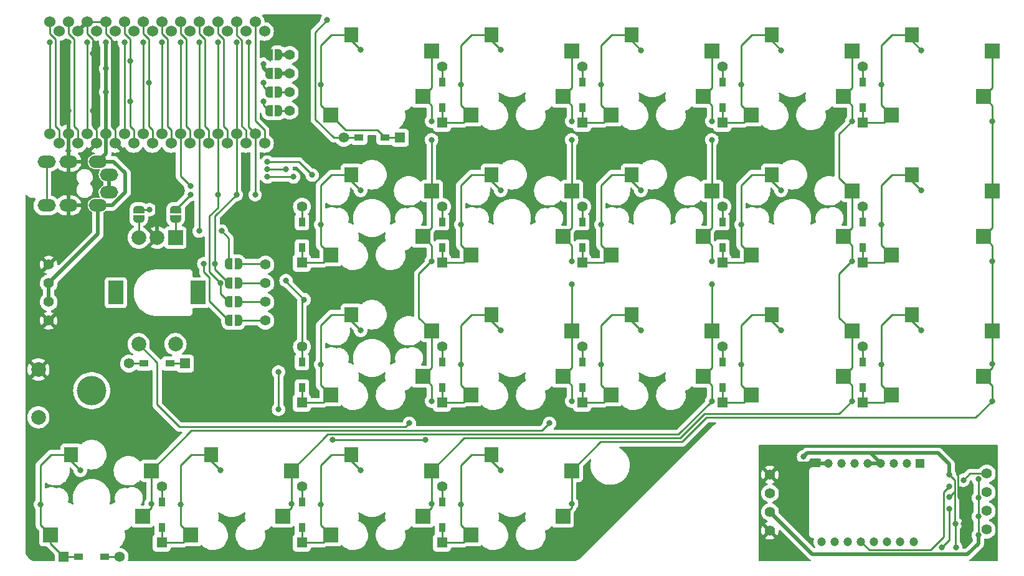
<source format=gbl>
G04 #@! TF.GenerationSoftware,KiCad,Pcbnew,(6.0.10)*
G04 #@! TF.CreationDate,2023-03-05T22:21:07-08:00*
G04 #@! TF.ProjectId,tsbym,74736279-6d2e-46b6-9963-61645f706362,rev?*
G04 #@! TF.SameCoordinates,Original*
G04 #@! TF.FileFunction,Copper,L2,Bot*
G04 #@! TF.FilePolarity,Positive*
%FSLAX46Y46*%
G04 Gerber Fmt 4.6, Leading zero omitted, Abs format (unit mm)*
G04 Created by KiCad (PCBNEW (6.0.10)) date 2023-03-05 22:21:07*
%MOMM*%
%LPD*%
G01*
G04 APERTURE LIST*
G04 Aperture macros list*
%AMFreePoly0*
4,1,22,0.500000,-0.750000,0.000000,-0.750000,0.000000,-0.745033,-0.079941,-0.743568,-0.215256,-0.701293,-0.333266,-0.622738,-0.424486,-0.514219,-0.481581,-0.384460,-0.499164,-0.250000,-0.500000,-0.250000,-0.500000,0.250000,-0.499164,0.250000,-0.499963,0.256109,-0.478152,0.396186,-0.417904,0.524511,-0.324060,0.630769,-0.204165,0.706417,-0.067858,0.745374,0.000000,0.744959,0.000000,0.750000,
0.500000,0.750000,0.500000,-0.750000,0.500000,-0.750000,$1*%
%AMFreePoly1*
4,1,20,0.000000,0.744959,0.073905,0.744508,0.209726,0.703889,0.328688,0.626782,0.421226,0.519385,0.479903,0.390333,0.500000,0.250000,0.500000,-0.250000,0.499851,-0.262216,0.476331,-0.402017,0.414519,-0.529596,0.319384,-0.634700,0.198574,-0.708877,0.061801,-0.746166,0.000000,-0.745033,0.000000,-0.750000,-0.500000,-0.750000,-0.500000,0.750000,0.000000,0.750000,0.000000,0.744959,
0.000000,0.744959,$1*%
G04 Aperture macros list end*
G04 #@! TA.AperFunction,SMDPad,CuDef*
%ADD10R,0.950000X1.300000*%
G04 #@! TD*
G04 #@! TA.AperFunction,ComponentPad*
%ADD11R,1.397000X1.397000*%
G04 #@! TD*
G04 #@! TA.AperFunction,ComponentPad*
%ADD12C,1.397000*%
G04 #@! TD*
G04 #@! TA.AperFunction,SMDPad,CuDef*
%ADD13R,2.000000X2.000000*%
G04 #@! TD*
G04 #@! TA.AperFunction,SMDPad,CuDef*
%ADD14R,1.900000X2.000000*%
G04 #@! TD*
G04 #@! TA.AperFunction,ComponentPad*
%ADD15R,2.000000X2.000000*%
G04 #@! TD*
G04 #@! TA.AperFunction,ComponentPad*
%ADD16C,2.000000*%
G04 #@! TD*
G04 #@! TA.AperFunction,ComponentPad*
%ADD17R,2.000000X3.200000*%
G04 #@! TD*
G04 #@! TA.AperFunction,SMDPad,CuDef*
%ADD18R,1.300000X0.950000*%
G04 #@! TD*
G04 #@! TA.AperFunction,ComponentPad*
%ADD19C,1.524000*%
G04 #@! TD*
G04 #@! TA.AperFunction,ComponentPad*
%ADD20R,1.200000X1.200000*%
G04 #@! TD*
G04 #@! TA.AperFunction,ComponentPad*
%ADD21C,1.200000*%
G04 #@! TD*
G04 #@! TA.AperFunction,ComponentPad*
%ADD22O,2.500000X1.700000*%
G04 #@! TD*
G04 #@! TA.AperFunction,ComponentPad*
%ADD23C,0.500000*%
G04 #@! TD*
G04 #@! TA.AperFunction,ComponentPad*
%ADD24C,4.000000*%
G04 #@! TD*
G04 #@! TA.AperFunction,SMDPad,CuDef*
%ADD25FreePoly0,180.000000*%
G04 #@! TD*
G04 #@! TA.AperFunction,SMDPad,CuDef*
%ADD26FreePoly1,180.000000*%
G04 #@! TD*
G04 #@! TA.AperFunction,SMDPad,CuDef*
%ADD27FreePoly0,90.000000*%
G04 #@! TD*
G04 #@! TA.AperFunction,SMDPad,CuDef*
%ADD28FreePoly1,90.000000*%
G04 #@! TD*
G04 #@! TA.AperFunction,ViaPad*
%ADD29C,0.800000*%
G04 #@! TD*
G04 #@! TA.AperFunction,Conductor*
%ADD30C,0.250000*%
G04 #@! TD*
G04 #@! TA.AperFunction,Conductor*
%ADD31C,0.500000*%
G04 #@! TD*
G04 APERTURE END LIST*
D10*
X137795000Y-59941000D03*
D11*
X137795000Y-61976000D03*
D10*
X137795000Y-56391000D03*
D12*
X137795000Y-54356000D03*
D10*
X80645000Y-98041000D03*
D11*
X80645000Y-100076000D03*
D12*
X80645000Y-92456000D03*
D10*
X80645000Y-94491000D03*
D12*
X78994000Y-60325000D03*
X78994000Y-57785000D03*
X78994000Y-55245000D03*
X78994000Y-52705000D03*
D10*
X156845000Y-78991000D03*
D11*
X156845000Y-81026000D03*
D12*
X156845000Y-73406000D03*
D10*
X156845000Y-75441000D03*
D12*
X75692000Y-88900000D03*
X75692000Y-86360000D03*
X75692000Y-83820000D03*
X75692000Y-81280000D03*
D13*
X174470000Y-90280000D03*
X173270000Y-96520000D03*
D14*
X163570000Y-88080000D03*
D13*
X160770000Y-99060000D03*
X155420000Y-52180000D03*
X154220000Y-58420000D03*
X141720000Y-60960000D03*
D14*
X144520000Y-49980000D03*
D13*
X136370000Y-52180000D03*
X135170000Y-58420000D03*
X122670000Y-60960000D03*
D14*
X125470000Y-49980000D03*
D15*
X63460000Y-77590000D03*
D16*
X58460000Y-77590000D03*
X60960000Y-77590000D03*
D17*
X66560000Y-85090000D03*
X55360000Y-85090000D03*
D16*
X58460000Y-92090000D03*
X63460000Y-92090000D03*
D10*
X99695000Y-117091000D03*
D11*
X99695000Y-119126000D03*
D10*
X99695000Y-113541000D03*
D12*
X99695000Y-111506000D03*
D18*
X50295000Y-121031000D03*
D11*
X48260000Y-121031000D03*
D12*
X55880000Y-121031000D03*
D18*
X53845000Y-121031000D03*
D19*
X46355000Y-48223600D03*
X47625000Y-64770000D03*
X50165000Y-64770000D03*
X48895000Y-48223600D03*
X51435000Y-48223600D03*
X52705000Y-64770000D03*
X55245000Y-64770000D03*
X53975000Y-48223600D03*
X56515000Y-48223600D03*
X57785000Y-64770000D03*
X59055000Y-48223600D03*
X60325000Y-64770000D03*
X61595000Y-48223600D03*
X62865000Y-64770000D03*
X65405000Y-64770000D03*
X64135000Y-48223600D03*
X66675000Y-48223600D03*
X67945000Y-64770000D03*
X70485000Y-64770000D03*
X69215000Y-48223600D03*
X73025000Y-64770000D03*
X71755000Y-48223600D03*
X75565000Y-64770000D03*
X74295000Y-48223600D03*
X75565000Y-49530000D03*
X74295000Y-63443600D03*
X73025000Y-49530000D03*
X71755000Y-63443600D03*
X69215000Y-63443600D03*
X70485000Y-49530000D03*
X67945000Y-49530000D03*
X66675000Y-63443600D03*
X64135000Y-63443600D03*
X65405000Y-49530000D03*
X62865000Y-49530000D03*
X61595000Y-63443600D03*
X60325000Y-49530000D03*
X59055000Y-63443600D03*
X57785000Y-49530000D03*
X56515000Y-63443600D03*
X53975000Y-63443600D03*
X55245000Y-49530000D03*
X52705000Y-49530000D03*
X51435000Y-63443600D03*
X50165000Y-49530000D03*
X48895000Y-63443600D03*
X46355000Y-63443600D03*
X47625000Y-49530000D03*
D12*
X144272000Y-109855000D03*
X144272000Y-112395000D03*
X144272000Y-114935000D03*
X144272000Y-117475000D03*
D13*
X98270000Y-109330000D03*
X97070000Y-115570000D03*
D14*
X87370000Y-107130000D03*
D13*
X84570000Y-118110000D03*
D11*
X99695000Y-81026000D03*
D10*
X99695000Y-78991000D03*
X99695000Y-75441000D03*
D12*
X99695000Y-73406000D03*
D13*
X135170000Y-96520000D03*
X136370000Y-90280000D03*
D14*
X125470000Y-88080000D03*
D13*
X122670000Y-99060000D03*
X60170000Y-109330000D03*
X58970000Y-115570000D03*
D14*
X49270000Y-107130000D03*
D13*
X46470000Y-118110000D03*
D11*
X99695000Y-100076000D03*
D10*
X99695000Y-98041000D03*
X99695000Y-94491000D03*
D12*
X99695000Y-92456000D03*
D20*
X164669000Y-108315000D03*
D21*
X162889000Y-108315000D03*
X161109000Y-108315000D03*
X159329000Y-108315000D03*
X157549000Y-108315000D03*
X155769000Y-108315000D03*
X153989000Y-108315000D03*
X152209000Y-108315000D03*
X151319000Y-119015000D03*
X153099000Y-119015000D03*
X154879000Y-119015000D03*
X156659000Y-119015000D03*
X158439000Y-119015000D03*
X160219000Y-119015000D03*
X161999000Y-119015000D03*
X163779000Y-119015000D03*
D10*
X118745000Y-59941000D03*
D11*
X118745000Y-61976000D03*
D10*
X118745000Y-56391000D03*
D12*
X118745000Y-54356000D03*
D13*
X173270000Y-77470000D03*
X174470000Y-71230000D03*
D14*
X163570000Y-69030000D03*
D13*
X160770000Y-80010000D03*
D11*
X93980000Y-64008000D03*
D18*
X91945000Y-64008000D03*
D12*
X86360000Y-64008000D03*
D18*
X88395000Y-64008000D03*
D13*
X135170000Y-77470000D03*
X136370000Y-71230000D03*
D14*
X125470000Y-69030000D03*
D13*
X122670000Y-80010000D03*
D22*
X54422000Y-69006000D03*
X54422000Y-71456000D03*
X45922000Y-73206000D03*
X45922000Y-67256000D03*
X48922000Y-73206000D03*
X48922000Y-67256000D03*
X52922000Y-73206000D03*
X52922000Y-67256000D03*
D11*
X118745000Y-81026000D03*
D10*
X118745000Y-78991000D03*
D12*
X118745000Y-73406000D03*
D10*
X118745000Y-75441000D03*
D13*
X117320000Y-71230000D03*
X116120000Y-77470000D03*
D14*
X106420000Y-69030000D03*
D13*
X103620000Y-80010000D03*
D11*
X99695000Y-61976000D03*
D10*
X99695000Y-59941000D03*
D12*
X99695000Y-54356000D03*
D10*
X99695000Y-56391000D03*
D11*
X80645000Y-81026000D03*
D10*
X80645000Y-78991000D03*
D12*
X80645000Y-73406000D03*
D10*
X80645000Y-75441000D03*
D16*
X44831000Y-102056000D03*
X44831000Y-95556000D03*
D10*
X137795000Y-78991000D03*
D11*
X137795000Y-81026000D03*
D10*
X137795000Y-75441000D03*
D12*
X137795000Y-73406000D03*
D10*
X118745000Y-98041000D03*
D11*
X118745000Y-100076000D03*
D10*
X118745000Y-94491000D03*
D12*
X118745000Y-92456000D03*
D10*
X156845000Y-98041000D03*
D11*
X156845000Y-100076000D03*
D10*
X156845000Y-94491000D03*
D12*
X156845000Y-92456000D03*
D23*
X51010000Y-99485000D03*
X50570000Y-98425000D03*
X52070000Y-96925000D03*
X53130000Y-99485000D03*
X51010000Y-97365000D03*
D24*
X52070000Y-98425000D03*
D23*
X52070000Y-99925000D03*
X53570000Y-98425000D03*
X53130000Y-97365000D03*
D13*
X97070000Y-58420000D03*
X98270000Y-52180000D03*
X84570000Y-60960000D03*
D14*
X87370000Y-49980000D03*
D12*
X173736000Y-117348000D03*
X173736000Y-114808000D03*
X173736000Y-112268000D03*
X173736000Y-109728000D03*
D13*
X97070000Y-96520000D03*
X98270000Y-90280000D03*
X84570000Y-99060000D03*
D14*
X87370000Y-88080000D03*
D10*
X156845000Y-59941000D03*
D11*
X156845000Y-61976000D03*
D10*
X156845000Y-56391000D03*
D12*
X156845000Y-54356000D03*
D13*
X117320000Y-109330000D03*
X116120000Y-115570000D03*
X103620000Y-118110000D03*
D14*
X106420000Y-107130000D03*
D13*
X79220000Y-109330000D03*
X78020000Y-115570000D03*
X65520000Y-118110000D03*
D14*
X68320000Y-107130000D03*
D12*
X46228000Y-81280000D03*
X46228000Y-83820000D03*
X46228000Y-86360000D03*
X46228000Y-88900000D03*
D13*
X98270000Y-71230000D03*
X97070000Y-77470000D03*
D14*
X87370000Y-69030000D03*
D13*
X84570000Y-80010000D03*
D18*
X62735000Y-94742000D03*
D11*
X64770000Y-94742000D03*
D18*
X59185000Y-94742000D03*
D12*
X57150000Y-94742000D03*
D13*
X174470000Y-52180000D03*
X173270000Y-58420000D03*
D14*
X163570000Y-49980000D03*
D13*
X160770000Y-60960000D03*
D11*
X61595000Y-119126000D03*
D10*
X61595000Y-117091000D03*
X61595000Y-113541000D03*
D12*
X61595000Y-111506000D03*
D11*
X137795000Y-100076000D03*
D10*
X137795000Y-98041000D03*
D12*
X137795000Y-92456000D03*
D10*
X137795000Y-94491000D03*
D13*
X117320000Y-52180000D03*
X116120000Y-58420000D03*
X103620000Y-60960000D03*
D14*
X106420000Y-49980000D03*
D13*
X116120000Y-96520000D03*
X117320000Y-90280000D03*
D14*
X106420000Y-88080000D03*
D13*
X103620000Y-99060000D03*
D11*
X80645000Y-119126000D03*
D10*
X80645000Y-117091000D03*
D12*
X80645000Y-111506000D03*
D10*
X80645000Y-113541000D03*
D13*
X155420000Y-71230000D03*
X154220000Y-77470000D03*
D14*
X144520000Y-69030000D03*
D13*
X141720000Y-80010000D03*
X154220000Y-96520000D03*
X155420000Y-90280000D03*
D14*
X144520000Y-88080000D03*
D13*
X141720000Y-99060000D03*
D25*
X72024000Y-81153000D03*
D26*
X70724000Y-81153000D03*
D25*
X72024000Y-88900000D03*
D26*
X70724000Y-88900000D03*
D25*
X72024000Y-83820000D03*
D26*
X70724000Y-83820000D03*
D25*
X77485000Y-52705000D03*
D26*
X76185000Y-52705000D03*
D27*
X63474600Y-75061600D03*
D28*
X63474600Y-73761600D03*
D27*
X58470800Y-75072000D03*
D28*
X58470800Y-73772000D03*
D25*
X77485000Y-60325000D03*
D26*
X76185000Y-60325000D03*
D25*
X77485000Y-55245000D03*
D26*
X76185000Y-55245000D03*
D25*
X77485000Y-57785000D03*
D26*
X76185000Y-57785000D03*
D25*
X72024000Y-86360000D03*
D26*
X70724000Y-86360000D03*
D29*
X46355000Y-51054000D03*
X98270000Y-64290000D03*
X98270000Y-99850000D03*
X95250000Y-102870000D03*
X82042000Y-69088000D03*
X75946000Y-67310000D03*
X98270000Y-80800000D03*
X98270000Y-61750000D03*
X117320000Y-64290000D03*
X117320000Y-80800000D03*
X114300000Y-102870000D03*
X117320000Y-61750000D03*
X117320000Y-83975000D03*
X117320000Y-99850000D03*
X60170000Y-113820000D03*
X136370000Y-99850000D03*
X136370000Y-80800000D03*
X136370000Y-64290000D03*
X136370000Y-61750000D03*
X136370000Y-83975000D03*
X79220000Y-113820000D03*
X155420000Y-99850000D03*
X98270000Y-113820000D03*
X155420000Y-80800000D03*
X155420000Y-61750000D03*
X117320000Y-113820000D03*
X174470000Y-94770000D03*
X174458000Y-99850000D03*
X174470000Y-61750000D03*
X174470000Y-80800000D03*
X88646000Y-52070000D03*
X83185000Y-56769000D03*
X84074000Y-48006000D03*
X56515000Y-51054000D03*
X107696000Y-52070000D03*
X102235000Y-56769000D03*
X75946000Y-69342000D03*
X79502000Y-69342000D03*
X59055000Y-51054000D03*
X121285000Y-56769000D03*
X126740000Y-52076000D03*
X80962500Y-86042500D03*
X75946000Y-68326000D03*
X78486000Y-83439000D03*
X61595000Y-51054000D03*
X78486000Y-68326000D03*
X140335000Y-56769000D03*
X145790000Y-52076000D03*
X77470000Y-95885000D03*
X77470000Y-100965000D03*
X64135000Y-51054000D03*
X97409000Y-105156000D03*
X65532000Y-70612000D03*
X84836000Y-105156000D03*
X164840000Y-52076000D03*
X159385000Y-56769000D03*
X88640000Y-71178000D03*
X83185000Y-75819000D03*
X102235000Y-75819000D03*
X107690000Y-71178000D03*
X121285000Y-75819000D03*
X126740000Y-71178000D03*
X140335000Y-75819000D03*
X145790000Y-71178000D03*
X159385000Y-75819000D03*
X164840000Y-71178000D03*
X88640000Y-90228000D03*
X83185000Y-94869000D03*
X107690000Y-90228000D03*
X102235000Y-94869000D03*
X126740000Y-90228000D03*
X121285000Y-94869000D03*
X140335000Y-94869000D03*
X145790000Y-90228000D03*
X159385000Y-94869000D03*
X164840000Y-90228000D03*
X50540000Y-109278000D03*
X45085000Y-113919000D03*
X64135000Y-113919000D03*
X69590000Y-109278000D03*
X75438000Y-53975000D03*
X53975000Y-51054000D03*
X53975000Y-57785000D03*
X53975000Y-54610000D03*
X52197000Y-60325000D03*
X52197000Y-52578000D03*
X48895000Y-60325000D03*
X75438000Y-51435000D03*
X48895000Y-51054000D03*
X117348000Y-117602000D03*
X51435000Y-51054000D03*
X66675000Y-51054000D03*
X69723000Y-76708000D03*
X66675000Y-76708000D03*
X69215000Y-71755000D03*
X65532000Y-71755000D03*
X69596000Y-83820000D03*
X69215000Y-51054000D03*
X68834000Y-81153000D03*
X59944000Y-73787000D03*
X71755000Y-71755000D03*
X71755000Y-51054000D03*
X74295000Y-71755000D03*
X73406000Y-51054000D03*
X67310000Y-81153000D03*
X83185000Y-113919000D03*
X88640000Y-109278000D03*
X107690000Y-109278000D03*
X102235000Y-113919000D03*
X59817000Y-56515000D03*
X75438000Y-56515000D03*
X57277000Y-59055000D03*
X57277000Y-53594000D03*
X75438000Y-59055000D03*
X168656000Y-111506000D03*
X168656000Y-114554000D03*
X167640000Y-119761000D03*
X170561000Y-113665000D03*
X170561000Y-107823000D03*
X170561000Y-116586000D03*
X170561000Y-110617000D03*
X172593000Y-113030000D03*
X172593000Y-110490000D03*
X172593000Y-118110000D03*
X172593000Y-115570000D03*
X169545000Y-119761000D03*
X148844000Y-107442000D03*
X168656000Y-109855000D03*
X168656000Y-112903000D03*
X169481500Y-116522500D03*
D30*
X46355000Y-51054000D02*
X46355000Y-63443600D01*
X75565000Y-62992000D02*
X75565000Y-64770000D01*
X74295000Y-48223600D02*
X74295000Y-61722000D01*
X74295000Y-61722000D02*
X75565000Y-62992000D01*
X46355000Y-48223600D02*
X46355000Y-49796560D01*
X46355000Y-49796560D02*
X47117000Y-50558560D01*
X47625000Y-62992000D02*
X47625000Y-64770000D01*
X47117000Y-62484000D02*
X47625000Y-62992000D01*
X47117000Y-50558560D02*
X47117000Y-62484000D01*
X98270000Y-59620000D02*
X97070000Y-58420000D01*
X80264000Y-67310000D02*
X82042000Y-69088000D01*
X96548000Y-82522000D02*
X96548000Y-88502000D01*
X96548000Y-88502000D02*
X98298000Y-90252000D01*
X98270000Y-71230000D02*
X98270000Y-64290000D01*
X98270000Y-76270000D02*
X97070000Y-77470000D01*
X62357000Y-62484000D02*
X62865000Y-62992000D01*
X58460000Y-92090000D02*
X60960000Y-94590000D01*
X98270000Y-90280000D02*
X98270000Y-95320000D01*
X64008000Y-103378000D02*
X94742000Y-103378000D01*
X98270000Y-80800000D02*
X98270000Y-78670000D01*
X75946000Y-67310000D02*
X80264000Y-67310000D01*
X62357000Y-50558560D02*
X62357000Y-62484000D01*
X98270000Y-99850000D02*
X98270000Y-97720000D01*
X98270000Y-95320000D02*
X97070000Y-96520000D01*
X98270000Y-61750000D02*
X98270000Y-59620000D01*
X98270000Y-97720000D02*
X97070000Y-96520000D01*
X98270000Y-57220000D02*
X98270000Y-52180000D01*
X98270000Y-71230000D02*
X98270000Y-76270000D01*
X61595000Y-49796560D02*
X62357000Y-50558560D01*
X61595000Y-48223600D02*
X61595000Y-49796560D01*
X62865000Y-62992000D02*
X62865000Y-64770000D01*
X98270000Y-78670000D02*
X97070000Y-77470000D01*
X97070000Y-58420000D02*
X98270000Y-57220000D01*
X60960000Y-94590000D02*
X60960000Y-100330000D01*
X94742000Y-103378000D02*
X95250000Y-102870000D01*
X60960000Y-100330000D02*
X64008000Y-103378000D01*
X98298000Y-80772000D02*
X96548000Y-82522000D01*
X60170000Y-114370000D02*
X58970000Y-115570000D01*
X60170000Y-113439000D02*
X60170000Y-113820000D01*
X60170000Y-109330000D02*
X60170000Y-113439000D01*
X60170000Y-113820000D02*
X60170000Y-114370000D01*
X117320000Y-61750000D02*
X117320000Y-59620000D01*
X64135000Y-48223600D02*
X64135000Y-49796560D01*
X117320000Y-95320000D02*
X116120000Y-96520000D01*
X117320000Y-99850000D02*
X117320000Y-97720000D01*
X117320000Y-90280000D02*
X117320000Y-95320000D01*
X117320000Y-52180000D02*
X117320000Y-57220000D01*
X117320000Y-71230000D02*
X117320000Y-76270000D01*
X117320000Y-80800000D02*
X117320000Y-78670000D01*
X117320000Y-78670000D02*
X116120000Y-77470000D01*
X117320000Y-57220000D02*
X116120000Y-58420000D01*
X117320000Y-97720000D02*
X116120000Y-96520000D01*
X113284000Y-103886000D02*
X114300000Y-102870000D01*
X65614000Y-103886000D02*
X113284000Y-103886000D01*
X64897000Y-62484000D02*
X65405000Y-62992000D01*
X64897000Y-50558560D02*
X64897000Y-62484000D01*
X60170000Y-109330000D02*
X65614000Y-103886000D01*
X117320000Y-71230000D02*
X117320000Y-64290000D01*
X64135000Y-49796560D02*
X64897000Y-50558560D01*
X65405000Y-62992000D02*
X65405000Y-64770000D01*
X117320000Y-76270000D02*
X116120000Y-77470000D01*
X117320000Y-90280000D02*
X117320000Y-83975000D01*
X117320000Y-59620000D02*
X116120000Y-58420000D01*
X67437000Y-62484000D02*
X67945000Y-62992000D01*
X136370000Y-71230000D02*
X136370000Y-64290000D01*
X136370000Y-78670000D02*
X135170000Y-77470000D01*
X136370000Y-97720000D02*
X136370000Y-99850000D01*
X79220000Y-114370000D02*
X78020000Y-115570000D01*
X67437000Y-50558560D02*
X67437000Y-62484000D01*
X136370000Y-95320000D02*
X136370000Y-83975000D01*
X67945000Y-62992000D02*
X67945000Y-64770000D01*
X136370000Y-80800000D02*
X136370000Y-78670000D01*
X131826000Y-104394000D02*
X136370000Y-99850000D01*
X136370000Y-61750000D02*
X136370000Y-59620000D01*
X136370000Y-52180000D02*
X136370000Y-57220000D01*
X79220000Y-109330000D02*
X79220000Y-114370000D01*
X66675000Y-48223600D02*
X66675000Y-49796560D01*
X84156000Y-104394000D02*
X131826000Y-104394000D01*
X136370000Y-95320000D02*
X135170000Y-96520000D01*
X136370000Y-76270000D02*
X135170000Y-77470000D01*
X136370000Y-71230000D02*
X136370000Y-76270000D01*
X66675000Y-49796560D02*
X67437000Y-50558560D01*
X136370000Y-57220000D02*
X135170000Y-58420000D01*
X136370000Y-59620000D02*
X135170000Y-58420000D01*
X135170000Y-96520000D02*
X136370000Y-97720000D01*
X79220000Y-109330000D02*
X84156000Y-104394000D01*
X155420000Y-80800000D02*
X155420000Y-78670000D01*
X155420000Y-52180000D02*
X155420000Y-57220000D01*
X155420000Y-59620000D02*
X154220000Y-58420000D01*
X155420000Y-61750000D02*
X155420000Y-59620000D01*
X155420000Y-99850000D02*
X155420000Y-97720000D01*
X155420000Y-95320000D02*
X154220000Y-96520000D01*
X132080000Y-104902000D02*
X102698000Y-104902000D01*
X155420000Y-90280000D02*
X155420000Y-95320000D01*
X102698000Y-104902000D02*
X98270000Y-109330000D01*
X70485000Y-62992000D02*
X70485000Y-64770000D01*
X69215000Y-48223600D02*
X69215000Y-49796560D01*
X153670000Y-69480000D02*
X155420000Y-71230000D01*
X155448000Y-80772000D02*
X153698000Y-82522000D01*
X98270000Y-109330000D02*
X98270000Y-114370000D01*
X155420000Y-57220000D02*
X154220000Y-58420000D01*
X153698000Y-82522000D02*
X153698000Y-88502000D01*
X153698000Y-88502000D02*
X155448000Y-90252000D01*
X155420000Y-61750000D02*
X153670000Y-63500000D01*
X155420000Y-76270000D02*
X154220000Y-77470000D01*
X155420000Y-97720000D02*
X154220000Y-96520000D01*
X135382000Y-101600000D02*
X132080000Y-104902000D01*
X98270000Y-114370000D02*
X97070000Y-115570000D01*
X69215000Y-49796560D02*
X69977000Y-50558560D01*
X153670000Y-63500000D02*
X153670000Y-69480000D01*
X155420000Y-71230000D02*
X155420000Y-76270000D01*
X69977000Y-50558560D02*
X69977000Y-62484000D01*
X155420000Y-99850000D02*
X153670000Y-101600000D01*
X69977000Y-62484000D02*
X70485000Y-62992000D01*
X153670000Y-101600000D02*
X135382000Y-101600000D01*
X155420000Y-78670000D02*
X154220000Y-77470000D01*
X174470000Y-59620000D02*
X173270000Y-58420000D01*
X117320000Y-109330000D02*
X121240000Y-105410000D01*
X174470000Y-95320000D02*
X173270000Y-96520000D01*
X174470000Y-80800000D02*
X174470000Y-78670000D01*
X135636000Y-102108000D02*
X132334000Y-105410000D01*
X174470000Y-78670000D02*
X173270000Y-77470000D01*
X174470000Y-61750000D02*
X174470000Y-59620000D01*
X174470000Y-71230000D02*
X174470000Y-76270000D01*
X174458000Y-99850000D02*
X172200000Y-102108000D01*
X71755000Y-50029386D02*
X72479511Y-50753897D01*
X117320000Y-109330000D02*
X117320000Y-114370000D01*
X174470000Y-71230000D02*
X174470000Y-61750000D01*
X174470000Y-57220000D02*
X173270000Y-58420000D01*
X174470000Y-94770000D02*
X174470000Y-95320000D01*
X72479511Y-62446511D02*
X73025000Y-62992000D01*
X174458000Y-97720000D02*
X173258000Y-96520000D01*
X174470000Y-76270000D02*
X173270000Y-77470000D01*
X117320000Y-114370000D02*
X116120000Y-115570000D01*
X72479511Y-50753897D02*
X72479511Y-62446511D01*
X73025000Y-62992000D02*
X73025000Y-64770000D01*
X71755000Y-48223600D02*
X71755000Y-50029386D01*
X174470000Y-90280000D02*
X174470000Y-94770000D01*
X174470000Y-52180000D02*
X174470000Y-57220000D01*
X174458000Y-99850000D02*
X174458000Y-97720000D01*
X174470000Y-90280000D02*
X174470000Y-80800000D01*
X172200000Y-102108000D02*
X135636000Y-102108000D01*
X121240000Y-105410000D02*
X132334000Y-105410000D01*
X84582000Y-60960000D02*
X86614000Y-62992000D01*
X86614000Y-62992000D02*
X90929000Y-62992000D01*
X83185000Y-59575000D02*
X84570000Y-60960000D01*
X84570000Y-60960000D02*
X84582000Y-60960000D01*
X91945000Y-64008000D02*
X93980000Y-64008000D01*
X83185000Y-51435000D02*
X83185000Y-56769000D01*
X83185000Y-56769000D02*
X83185000Y-59575000D01*
X84640000Y-49980000D02*
X83185000Y-51435000D01*
X87370000Y-49980000D02*
X87370000Y-50794000D01*
X90929000Y-62992000D02*
X91945000Y-64008000D01*
X87370000Y-49980000D02*
X84640000Y-49980000D01*
X87370000Y-50794000D02*
X88646000Y-52070000D01*
X82460489Y-61505489D02*
X84963000Y-64008000D01*
X137795000Y-56391000D02*
X137795000Y-54356000D01*
X56515000Y-51054000D02*
X56515000Y-63443600D01*
X99695000Y-56391000D02*
X99695000Y-54356000D01*
X88395000Y-64008000D02*
X86360000Y-64008000D01*
X118745000Y-56391000D02*
X118745000Y-54356000D01*
X84074000Y-48006000D02*
X82460489Y-49619511D01*
X84963000Y-64008000D02*
X86360000Y-64008000D01*
X156845000Y-56391000D02*
X156845000Y-54356000D01*
X82460489Y-49619511D02*
X82460489Y-61505489D01*
X106420000Y-49980000D02*
X103690000Y-49980000D01*
X102235000Y-51435000D02*
X102235000Y-59575000D01*
X106420000Y-49980000D02*
X106420000Y-50794000D01*
X103690000Y-49980000D02*
X102235000Y-51435000D01*
X102604000Y-61976000D02*
X103620000Y-60960000D01*
X99695000Y-59941000D02*
X99695000Y-61976000D01*
X102235000Y-59575000D02*
X103620000Y-60960000D01*
X106420000Y-50794000D02*
X107696000Y-52070000D01*
X99695000Y-61976000D02*
X102604000Y-61976000D01*
X118745000Y-73406000D02*
X118745000Y-75441000D01*
X137795000Y-73406000D02*
X137795000Y-75441000D01*
X59055000Y-51054000D02*
X59055000Y-63443600D01*
X99695000Y-73406000D02*
X99695000Y-75441000D01*
X80645000Y-73406000D02*
X80645000Y-75441000D01*
X156845000Y-73406000D02*
X156845000Y-75441000D01*
X75946000Y-69342000D02*
X79502000Y-69342000D01*
X125470000Y-49980000D02*
X125470000Y-50794000D01*
X121285000Y-51435000D02*
X121285000Y-59575000D01*
X118745000Y-59941000D02*
X118745000Y-61976000D01*
X125464000Y-50800000D02*
X126740000Y-52076000D01*
X125470000Y-49980000D02*
X122740000Y-49980000D01*
X122740000Y-49980000D02*
X121285000Y-51435000D01*
X121285000Y-59575000D02*
X122670000Y-60960000D01*
X121654000Y-61976000D02*
X122670000Y-60960000D01*
X125464000Y-49986000D02*
X125464000Y-50800000D01*
X118745000Y-61976000D02*
X121654000Y-61976000D01*
X80645000Y-86360000D02*
X80962500Y-86042500D01*
X80645000Y-92456000D02*
X80645000Y-86360000D01*
X78486000Y-83439000D02*
X78486000Y-83566000D01*
X137795000Y-92456000D02*
X137795000Y-94491000D01*
X61595000Y-51054000D02*
X61595000Y-63443600D01*
X75946000Y-68326000D02*
X78486000Y-68326000D01*
X118745000Y-92456000D02*
X118745000Y-94491000D01*
X99695000Y-92456000D02*
X99695000Y-94491000D01*
X80645000Y-92456000D02*
X80645000Y-94491000D01*
X156845000Y-92456000D02*
X156845000Y-94491000D01*
X78486000Y-83566000D02*
X80962500Y-86042500D01*
X140335000Y-51435000D02*
X140335000Y-59575000D01*
X137795000Y-59941000D02*
X137795000Y-61976000D01*
X140335000Y-59575000D02*
X141720000Y-60960000D01*
X140704000Y-61976000D02*
X141720000Y-60960000D01*
X144514000Y-49986000D02*
X144514000Y-50800000D01*
X141790000Y-49980000D02*
X140335000Y-51435000D01*
X137795000Y-61976000D02*
X140704000Y-61976000D01*
X144520000Y-49980000D02*
X141790000Y-49980000D01*
X144514000Y-50800000D02*
X145790000Y-52076000D01*
X97409000Y-105156000D02*
X84836000Y-105156000D01*
X59185000Y-94742000D02*
X57150000Y-94742000D01*
X53845000Y-121031000D02*
X55880000Y-121031000D01*
X80645000Y-111506000D02*
X80645000Y-113541000D01*
X64135000Y-51054000D02*
X64135000Y-63443600D01*
X61595000Y-113541000D02*
X61595000Y-111506000D01*
X64135000Y-63443600D02*
X64135000Y-69215000D01*
X77470000Y-95885000D02*
X77470000Y-100965000D01*
X99695000Y-113541000D02*
X99695000Y-111506000D01*
X64135000Y-69215000D02*
X65532000Y-70612000D01*
X163564000Y-50800000D02*
X164840000Y-52076000D01*
X156845000Y-61976000D02*
X159754000Y-61976000D01*
X159385000Y-59575000D02*
X160770000Y-60960000D01*
X159385000Y-51435000D02*
X159385000Y-59575000D01*
X156845000Y-59941000D02*
X156845000Y-61976000D01*
X160840000Y-49980000D02*
X159385000Y-51435000D01*
X163564000Y-49986000D02*
X163564000Y-50800000D01*
X159754000Y-61976000D02*
X160770000Y-60960000D01*
X163570000Y-49980000D02*
X160840000Y-49980000D01*
X83554000Y-81026000D02*
X84570000Y-80010000D01*
X87364000Y-69902000D02*
X88640000Y-71178000D01*
X83185000Y-78625000D02*
X84570000Y-80010000D01*
X87364000Y-69088000D02*
X87364000Y-69902000D01*
X84640000Y-69030000D02*
X83185000Y-70485000D01*
X80645000Y-78991000D02*
X80645000Y-81026000D01*
X80645000Y-81026000D02*
X83554000Y-81026000D01*
X83185000Y-70485000D02*
X83185000Y-78625000D01*
X87370000Y-69030000D02*
X84640000Y-69030000D01*
X106420000Y-69030000D02*
X103690000Y-69030000D01*
X102604000Y-81026000D02*
X103620000Y-80010000D01*
X106414000Y-69902000D02*
X107690000Y-71178000D01*
X102235000Y-78625000D02*
X103620000Y-80010000D01*
X106414000Y-69088000D02*
X106414000Y-69902000D01*
X103690000Y-69030000D02*
X102235000Y-70485000D01*
X102235000Y-70485000D02*
X102235000Y-78625000D01*
X99695000Y-78991000D02*
X99695000Y-81026000D01*
X99695000Y-81026000D02*
X102604000Y-81026000D01*
X122740000Y-69030000D02*
X121285000Y-70485000D01*
X121285000Y-70485000D02*
X121285000Y-78625000D01*
X118745000Y-81026000D02*
X121654000Y-81026000D01*
X121285000Y-78625000D02*
X122670000Y-80010000D01*
X118745000Y-78991000D02*
X118745000Y-81026000D01*
X125464000Y-69088000D02*
X125464000Y-69902000D01*
X121654000Y-81026000D02*
X122670000Y-80010000D01*
X125464000Y-69902000D02*
X126740000Y-71178000D01*
X125470000Y-69030000D02*
X122740000Y-69030000D01*
X140704000Y-81026000D02*
X141720000Y-80010000D01*
X140335000Y-78625000D02*
X141720000Y-80010000D01*
X137795000Y-81026000D02*
X140704000Y-81026000D01*
X137795000Y-78991000D02*
X137795000Y-81026000D01*
X144514000Y-69902000D02*
X145790000Y-71178000D01*
X141790000Y-69030000D02*
X140335000Y-70485000D01*
X144520000Y-69030000D02*
X141790000Y-69030000D01*
X140335000Y-70485000D02*
X140335000Y-78625000D01*
X144514000Y-69088000D02*
X144514000Y-69902000D01*
X159754000Y-81026000D02*
X160770000Y-80010000D01*
X163564000Y-69902000D02*
X164840000Y-71178000D01*
X159385000Y-78625000D02*
X160770000Y-80010000D01*
X156845000Y-81026000D02*
X159754000Y-81026000D01*
X159385000Y-70485000D02*
X159385000Y-78625000D01*
X160840000Y-69030000D02*
X159385000Y-70485000D01*
X156845000Y-78991000D02*
X156845000Y-81026000D01*
X163564000Y-69088000D02*
X163564000Y-69902000D01*
X163570000Y-69030000D02*
X160840000Y-69030000D01*
X87370000Y-88080000D02*
X84640000Y-88080000D01*
X80645000Y-98041000D02*
X80645000Y-100076000D01*
X83185000Y-97675000D02*
X84570000Y-99060000D01*
X84640000Y-88080000D02*
X83185000Y-89535000D01*
X87364000Y-88138000D02*
X87364000Y-88952000D01*
X80645000Y-100076000D02*
X83554000Y-100076000D01*
X87364000Y-88952000D02*
X88640000Y-90228000D01*
X83554000Y-100076000D02*
X84570000Y-99060000D01*
X83185000Y-89535000D02*
X83185000Y-97675000D01*
X103690000Y-88080000D02*
X102235000Y-89535000D01*
X106420000Y-88080000D02*
X103690000Y-88080000D01*
X102235000Y-97675000D02*
X103620000Y-99060000D01*
X102235000Y-89535000D02*
X102235000Y-97675000D01*
X102604000Y-100076000D02*
X103620000Y-99060000D01*
X106414000Y-88138000D02*
X106414000Y-88952000D01*
X106414000Y-88952000D02*
X107690000Y-90228000D01*
X99695000Y-100076000D02*
X102604000Y-100076000D01*
X99695000Y-98041000D02*
X99695000Y-100076000D01*
X125464000Y-88952000D02*
X126740000Y-90228000D01*
X125470000Y-88080000D02*
X122740000Y-88080000D01*
X122740000Y-88080000D02*
X121285000Y-89535000D01*
X121285000Y-89535000D02*
X121285000Y-97675000D01*
X121654000Y-100076000D02*
X122670000Y-99060000D01*
X118745000Y-98041000D02*
X118745000Y-100076000D01*
X118745000Y-100076000D02*
X121654000Y-100076000D01*
X121285000Y-97675000D02*
X122670000Y-99060000D01*
X125464000Y-88138000D02*
X125464000Y-88952000D01*
X137795000Y-98041000D02*
X137795000Y-100076000D01*
X137795000Y-100076000D02*
X140704000Y-100076000D01*
X140335000Y-97675000D02*
X141720000Y-99060000D01*
X140704000Y-100076000D02*
X141720000Y-99060000D01*
X144514000Y-88952000D02*
X145790000Y-90228000D01*
X141790000Y-88080000D02*
X140335000Y-89535000D01*
X144520000Y-88080000D02*
X141790000Y-88080000D01*
X144514000Y-88138000D02*
X144514000Y-88952000D01*
X140335000Y-89535000D02*
X140335000Y-97675000D01*
X159754000Y-100076000D02*
X160770000Y-99060000D01*
X163564000Y-88952000D02*
X164840000Y-90228000D01*
X159385000Y-97675000D02*
X160770000Y-99060000D01*
X159385000Y-89535000D02*
X159385000Y-97675000D01*
X156845000Y-98041000D02*
X156845000Y-100076000D01*
X163570000Y-88080000D02*
X160840000Y-88080000D01*
X163564000Y-88138000D02*
X163564000Y-88952000D01*
X160840000Y-88080000D02*
X159385000Y-89535000D01*
X156845000Y-100076000D02*
X159754000Y-100076000D01*
X62735000Y-94742000D02*
X64770000Y-94742000D01*
X46470000Y-118110000D02*
X46470000Y-119241000D01*
X49270000Y-107130000D02*
X46540000Y-107130000D01*
X45085000Y-116725000D02*
X46470000Y-118110000D01*
X49264000Y-107188000D02*
X49264000Y-108002000D01*
X45085000Y-108585000D02*
X45085000Y-116725000D01*
X48260000Y-121031000D02*
X50295000Y-121031000D01*
X49264000Y-108002000D02*
X50540000Y-109278000D01*
X46540000Y-107130000D02*
X45085000Y-108585000D01*
X46470000Y-119241000D02*
X48260000Y-121031000D01*
X68314000Y-108002000D02*
X69590000Y-109278000D01*
X68320000Y-107130000D02*
X65590000Y-107130000D01*
X61595000Y-117091000D02*
X61595000Y-119126000D01*
X68314000Y-107188000D02*
X68314000Y-108002000D01*
X61595000Y-119126000D02*
X64504000Y-119126000D01*
X65590000Y-107130000D02*
X64135000Y-108585000D01*
X64135000Y-108585000D02*
X64135000Y-116725000D01*
X64504000Y-119126000D02*
X65520000Y-118110000D01*
X64135000Y-116725000D02*
X65520000Y-118110000D01*
D31*
X52922000Y-77126000D02*
X46228000Y-83820000D01*
X75438000Y-53975000D02*
X75438000Y-54498000D01*
X46228000Y-86360000D02*
X46228000Y-83820000D01*
X53975000Y-51054000D02*
X53975000Y-63443600D01*
X75438000Y-54498000D02*
X76185000Y-55245000D01*
X53975000Y-63443600D02*
X53975000Y-66203000D01*
X53975000Y-66203000D02*
X52922000Y-67256000D01*
X52922000Y-67256000D02*
X55064000Y-67256000D01*
X52922000Y-73206000D02*
X52922000Y-77126000D01*
X56642000Y-68834000D02*
X56642000Y-71403088D01*
X54839088Y-73206000D02*
X52922000Y-73206000D01*
X55064000Y-67256000D02*
X56642000Y-68834000D01*
X56642000Y-71403088D02*
X54839088Y-73206000D01*
X54422000Y-69006000D02*
X54422000Y-71456000D01*
D30*
X48895000Y-49796560D02*
X49657000Y-50558560D01*
X49657000Y-50558560D02*
X49657000Y-62484000D01*
X50165000Y-62992000D02*
X50165000Y-64770000D01*
X49657000Y-62484000D02*
X50165000Y-62992000D01*
X45922000Y-67256000D02*
X45922000Y-73206000D01*
X48895000Y-48223600D02*
X48895000Y-49796560D01*
D31*
X48922000Y-67256000D02*
X48922000Y-73206000D01*
D30*
X51435000Y-49796560D02*
X52197000Y-50558560D01*
X53975000Y-49796560D02*
X54737000Y-50558560D01*
D31*
X55245000Y-64770000D02*
X60960000Y-70485000D01*
X48895000Y-63443600D02*
X48895000Y-67229000D01*
X48895000Y-51054000D02*
X48895000Y-63443600D01*
X75438000Y-51435000D02*
X75438000Y-51958000D01*
X75438000Y-51958000D02*
X76185000Y-52705000D01*
D30*
X52197000Y-50558560D02*
X52197000Y-62484000D01*
X53975000Y-48223600D02*
X53975000Y-49796560D01*
X52705000Y-62992000D02*
X52705000Y-64770000D01*
X50165000Y-49493600D02*
X51435000Y-48223600D01*
X50165000Y-49530000D02*
X50165000Y-49493600D01*
X52197000Y-62484000D02*
X52705000Y-62992000D01*
X51435000Y-48223600D02*
X53975000Y-48223600D01*
X51435000Y-48223600D02*
X51435000Y-49796560D01*
D31*
X60960000Y-70485000D02*
X60960000Y-77590000D01*
D30*
X54737000Y-50558560D02*
X54737000Y-62484000D01*
D31*
X48895000Y-67229000D02*
X48922000Y-67256000D01*
D30*
X54737000Y-62484000D02*
X55245000Y-62992000D01*
X55245000Y-62992000D02*
X55245000Y-64770000D01*
X51435000Y-51054000D02*
X51435000Y-63443600D01*
X70724000Y-77709000D02*
X69723000Y-76708000D01*
X66675000Y-51054000D02*
X66675000Y-63443600D01*
X66675000Y-63443600D02*
X66675000Y-76708000D01*
X70724000Y-81153000D02*
X70724000Y-77709000D01*
X69215000Y-71755000D02*
X69215000Y-73533000D01*
X69596000Y-83820000D02*
X68072000Y-82296000D01*
X69215000Y-51054000D02*
X69215000Y-63443600D01*
X63525400Y-73761600D02*
X63474600Y-73761600D01*
X69215000Y-73533000D02*
X68072000Y-74676000D01*
X68072000Y-82296000D02*
X68072000Y-74676000D01*
X69596000Y-85232000D02*
X69596000Y-83820000D01*
X65532000Y-71755000D02*
X63525400Y-73761600D01*
X70724000Y-86360000D02*
X69596000Y-85232000D01*
X69215000Y-63443600D02*
X69215000Y-71755000D01*
X58470800Y-73772000D02*
X59802000Y-73772000D01*
X59802000Y-73772000D02*
X59944000Y-73914000D01*
X68834000Y-81153000D02*
X68834000Y-74676000D01*
X70724000Y-83820000D02*
X68834000Y-81930000D01*
X68834000Y-74676000D02*
X71755000Y-71755000D01*
X71755000Y-51054000D02*
X71755000Y-63443600D01*
X71755000Y-63443600D02*
X71755000Y-71755000D01*
X68834000Y-81930000D02*
X68834000Y-81153000D01*
X68072000Y-83058000D02*
X67310000Y-82296000D01*
X74295000Y-71755000D02*
X74295000Y-63443600D01*
X67310000Y-82296000D02*
X67310000Y-81153000D01*
X73406000Y-51054000D02*
X73406000Y-62554600D01*
X68072000Y-86248000D02*
X68072000Y-83058000D01*
X73406000Y-62554600D02*
X74295000Y-63443600D01*
X70724000Y-88900000D02*
X68072000Y-86248000D01*
X87364000Y-107188000D02*
X87364000Y-108002000D01*
X87370000Y-107130000D02*
X84640000Y-107130000D01*
X80645000Y-119126000D02*
X83554000Y-119126000D01*
X84640000Y-107130000D02*
X83185000Y-108585000D01*
X87364000Y-108002000D02*
X88640000Y-109278000D01*
X83554000Y-119126000D02*
X84570000Y-118110000D01*
X83185000Y-108585000D02*
X83185000Y-116725000D01*
X83185000Y-116725000D02*
X84570000Y-118110000D01*
X80645000Y-117091000D02*
X80645000Y-119126000D01*
X99695000Y-119126000D02*
X102604000Y-119126000D01*
X102604000Y-119126000D02*
X103620000Y-118110000D01*
X106420000Y-107130000D02*
X103690000Y-107130000D01*
X106414000Y-107188000D02*
X106414000Y-108002000D01*
X102235000Y-116725000D02*
X103620000Y-118110000D01*
X102235000Y-108585000D02*
X102235000Y-116725000D01*
X99695000Y-117091000D02*
X99695000Y-119126000D01*
X103690000Y-107130000D02*
X102235000Y-108585000D01*
X106414000Y-108002000D02*
X107690000Y-109278000D01*
D31*
X77485000Y-52705000D02*
X78994000Y-52705000D01*
D30*
X63460000Y-77590000D02*
X63460000Y-75076200D01*
X63460000Y-75076200D02*
X63474600Y-75061600D01*
X59055000Y-48223600D02*
X59055000Y-49796560D01*
X75438000Y-57038000D02*
X76185000Y-57785000D01*
X60325000Y-62992000D02*
X60325000Y-64770000D01*
X75438000Y-56515000D02*
X75438000Y-57038000D01*
X59817000Y-50558560D02*
X59817000Y-62484000D01*
X59055000Y-49796560D02*
X59817000Y-50558560D01*
X59817000Y-62484000D02*
X60325000Y-62992000D01*
X58460000Y-75082800D02*
X58470800Y-75072000D01*
X58460000Y-77590000D02*
X58460000Y-75082800D01*
X57277000Y-50558560D02*
X57277000Y-62484000D01*
X56515000Y-48223600D02*
X56515000Y-49796560D01*
X56515000Y-49796560D02*
X57277000Y-50558560D01*
X75438000Y-59578000D02*
X76185000Y-60325000D01*
X75438000Y-59055000D02*
X75438000Y-59578000D01*
X57785000Y-62992000D02*
X57785000Y-64770000D01*
X57277000Y-62484000D02*
X57785000Y-62992000D01*
X167894000Y-112268000D02*
X168656000Y-111506000D01*
X156659000Y-119015000D02*
X157786000Y-120142000D01*
X167894000Y-118364000D02*
X167894000Y-112268000D01*
X166116000Y-120142000D02*
X167894000Y-118364000D01*
X157786000Y-120142000D02*
X166116000Y-120142000D01*
X168656000Y-118745000D02*
X167640000Y-119761000D01*
X168656000Y-114554000D02*
X168656000Y-118745000D01*
X169836489Y-112940489D02*
X169836489Y-108547511D01*
D31*
X144272000Y-109855000D02*
X145812000Y-108315000D01*
D30*
X169836489Y-108547511D02*
X170561000Y-107823000D01*
X169836489Y-112940489D02*
X170561000Y-113665000D01*
D31*
X145812000Y-108315000D02*
X152209000Y-108315000D01*
D30*
X170561000Y-116459000D02*
X170561000Y-113665000D01*
X173736000Y-109728000D02*
X171450000Y-109728000D01*
X171450000Y-109728000D02*
X170561000Y-110617000D01*
X172593000Y-115570000D02*
X172593000Y-113030000D01*
D31*
X144272000Y-114935000D02*
X150053520Y-120716520D01*
D30*
X172593000Y-113030000D02*
X172593000Y-110490000D01*
D31*
X172593000Y-119253000D02*
X171129480Y-120716520D01*
D30*
X172593000Y-118110000D02*
X172593000Y-115570000D01*
D31*
X171129480Y-120716520D02*
X150053520Y-120716520D01*
X172593000Y-119253000D02*
X172593000Y-118110000D01*
X167132000Y-106934000D02*
X149352000Y-106934000D01*
X168656000Y-108458000D02*
X167132000Y-106934000D01*
D30*
X169481500Y-116522500D02*
X169481500Y-119697500D01*
D31*
X149352000Y-106934000D02*
X148844000Y-107442000D01*
D30*
X169386969Y-110585969D02*
X168656000Y-109855000D01*
X169386969Y-116427969D02*
X169481500Y-116522500D01*
D31*
X159329000Y-108315000D02*
X157549000Y-108315000D01*
X168656000Y-109855000D02*
X168656000Y-108458000D01*
X159329000Y-108315000D02*
X157948000Y-106934000D01*
D30*
X168656000Y-112903000D02*
X169386969Y-112172031D01*
X169481500Y-119697500D02*
X169545000Y-119761000D01*
X169386969Y-116427969D02*
X169386969Y-110585969D01*
X75642000Y-88900000D02*
X75667000Y-88875000D01*
X72024000Y-88900000D02*
X75642000Y-88900000D01*
X72024000Y-86360000D02*
X75642000Y-86360000D01*
X75642000Y-86360000D02*
X75667000Y-86335000D01*
X75642000Y-83820000D02*
X75667000Y-83795000D01*
X72024000Y-83820000D02*
X75642000Y-83820000D01*
X72024000Y-81153000D02*
X75565000Y-81153000D01*
X75565000Y-81153000D02*
X75667000Y-81255000D01*
D31*
X77485000Y-55245000D02*
X78994000Y-55245000D01*
D30*
X77485000Y-57785000D02*
X78994000Y-57785000D01*
X77485000Y-60325000D02*
X78994000Y-60325000D01*
G04 #@! TA.AperFunction,Conductor*
G36*
X136900641Y-102761502D02*
G01*
X136947134Y-102815158D01*
X136957238Y-102885432D01*
X136927744Y-102950012D01*
X136898466Y-102974865D01*
X136680787Y-103108568D01*
X136656551Y-103123454D01*
X136654056Y-103125353D01*
X136654050Y-103125357D01*
X136454489Y-103277236D01*
X136442280Y-103285448D01*
X136433355Y-103290722D01*
X136429596Y-103293813D01*
X136427421Y-103295601D01*
X136427417Y-103295605D01*
X136423659Y-103298695D01*
X136420418Y-103302330D01*
X136420416Y-103302332D01*
X136386470Y-103340406D01*
X136381662Y-103345506D01*
X130580431Y-109165088D01*
X118586560Y-121196899D01*
X118577534Y-121205101D01*
X118569936Y-121209717D01*
X118563882Y-121216342D01*
X118563881Y-121216343D01*
X118557961Y-121222822D01*
X118540418Y-121238723D01*
X118397235Y-121345827D01*
X118385011Y-121353907D01*
X118206391Y-121457576D01*
X118193313Y-121464181D01*
X118019794Y-121539500D01*
X118003872Y-121546411D01*
X117990115Y-121551454D01*
X117804049Y-121607621D01*
X117792411Y-121611134D01*
X117778164Y-121614546D01*
X117574848Y-121650874D01*
X117560312Y-121652606D01*
X117389208Y-121662964D01*
X117362493Y-121661736D01*
X117353104Y-121660296D01*
X117344207Y-121661480D01*
X117344204Y-121661480D01*
X117322273Y-121664399D01*
X117305651Y-121665500D01*
X57113686Y-121665500D01*
X57045565Y-121645498D01*
X56999072Y-121591842D01*
X56988968Y-121521568D01*
X56999491Y-121486250D01*
X57016219Y-121450377D01*
X57016220Y-121450376D01*
X57018542Y-121445395D01*
X57031218Y-121398090D01*
X57071780Y-121246709D01*
X57071780Y-121246707D01*
X57073204Y-121241394D01*
X57091611Y-121031000D01*
X57073204Y-120820606D01*
X57046221Y-120719904D01*
X57019965Y-120621915D01*
X57019964Y-120621913D01*
X57018542Y-120616605D01*
X56997379Y-120571220D01*
X56931609Y-120430176D01*
X56931607Y-120430173D01*
X56929286Y-120425195D01*
X56808148Y-120252191D01*
X56658809Y-120102852D01*
X56654301Y-120099695D01*
X56654298Y-120099693D01*
X56490315Y-119984871D01*
X56490313Y-119984870D01*
X56485806Y-119981714D01*
X56480824Y-119979391D01*
X56480819Y-119979388D01*
X56299377Y-119894781D01*
X56299376Y-119894781D01*
X56294395Y-119892458D01*
X56289087Y-119891036D01*
X56289085Y-119891035D01*
X56095709Y-119839220D01*
X56095707Y-119839220D01*
X56090394Y-119837796D01*
X56038071Y-119833218D01*
X56019015Y-119831551D01*
X55952897Y-119805687D01*
X55911257Y-119748184D01*
X55907317Y-119677296D01*
X55942470Y-119615393D01*
X56106252Y-119457231D01*
X56279188Y-119235882D01*
X56281384Y-119232078D01*
X56281389Y-119232071D01*
X56417435Y-118996431D01*
X56419636Y-118992619D01*
X56524862Y-118732176D01*
X56540812Y-118668204D01*
X56591753Y-118463893D01*
X56591754Y-118463888D01*
X56592817Y-118459624D01*
X56596079Y-118428594D01*
X56621719Y-118184636D01*
X56621719Y-118184633D01*
X56622178Y-118180267D01*
X56621946Y-118173609D01*
X56612529Y-117903939D01*
X56612528Y-117903933D01*
X56612375Y-117899542D01*
X56608820Y-117879376D01*
X56564360Y-117627236D01*
X56563598Y-117622913D01*
X56553453Y-117591689D01*
X56551427Y-117520721D01*
X56588091Y-117459924D01*
X56630193Y-117434354D01*
X56694782Y-117410846D01*
X56694791Y-117410842D01*
X56698926Y-117409337D01*
X56946942Y-117277464D01*
X57015876Y-117227381D01*
X57170629Y-117114947D01*
X57170632Y-117114944D01*
X57174192Y-117112358D01*
X57177359Y-117109300D01*
X57373090Y-116920285D01*
X57373093Y-116920281D01*
X57376252Y-116917231D01*
X57386392Y-116904253D01*
X57444091Y-116862889D01*
X57514996Y-116859286D01*
X57576593Y-116894589D01*
X57586505Y-116906263D01*
X57592131Y-116913769D01*
X57606739Y-116933261D01*
X57723295Y-117020615D01*
X57859684Y-117071745D01*
X57921866Y-117078500D01*
X60018134Y-117078500D01*
X60080316Y-117071745D01*
X60216705Y-117020615D01*
X60333261Y-116933261D01*
X60347870Y-116913769D01*
X60384674Y-116864661D01*
X60441533Y-116822146D01*
X60512352Y-116817120D01*
X60574645Y-116851180D01*
X60608635Y-116913511D01*
X60611500Y-116940226D01*
X60611500Y-117789134D01*
X60618255Y-117851316D01*
X60621027Y-117858711D01*
X60621028Y-117858714D01*
X60628774Y-117879376D01*
X60633956Y-117950184D01*
X60600034Y-118012552D01*
X60586356Y-118024430D01*
X60533239Y-118064239D01*
X60445885Y-118180795D01*
X60394755Y-118317184D01*
X60388000Y-118379366D01*
X60388000Y-119872634D01*
X60394755Y-119934816D01*
X60445885Y-120071205D01*
X60533239Y-120187761D01*
X60649795Y-120275115D01*
X60786184Y-120326245D01*
X60848366Y-120333000D01*
X62341634Y-120333000D01*
X62403816Y-120326245D01*
X62540205Y-120275115D01*
X62656761Y-120187761D01*
X62744115Y-120071205D01*
X62795245Y-119934816D01*
X62802000Y-119872634D01*
X62803574Y-119872805D01*
X62825126Y-119811772D01*
X62881206Y-119768235D01*
X62927303Y-119759500D01*
X64425233Y-119759500D01*
X64436416Y-119760027D01*
X64443909Y-119761702D01*
X64451835Y-119761453D01*
X64451836Y-119761453D01*
X64511986Y-119759562D01*
X64515945Y-119759500D01*
X64543856Y-119759500D01*
X64547791Y-119759003D01*
X64547856Y-119758995D01*
X64559693Y-119758062D01*
X64591951Y-119757048D01*
X64595970Y-119756922D01*
X64603889Y-119756673D01*
X64623343Y-119751021D01*
X64642700Y-119747013D01*
X64654930Y-119745468D01*
X64654931Y-119745468D01*
X64662797Y-119744474D01*
X64670168Y-119741555D01*
X64670170Y-119741555D01*
X64703912Y-119728196D01*
X64715142Y-119724351D01*
X64749983Y-119714229D01*
X64749984Y-119714229D01*
X64757593Y-119712018D01*
X64764412Y-119707985D01*
X64764417Y-119707983D01*
X64775028Y-119701707D01*
X64792776Y-119693012D01*
X64811617Y-119685552D01*
X64821865Y-119678107D01*
X64847387Y-119659564D01*
X64857308Y-119653048D01*
X64886055Y-119636047D01*
X64950194Y-119618500D01*
X66568134Y-119618500D01*
X66630316Y-119611745D01*
X66766705Y-119560615D01*
X66883261Y-119473261D01*
X66891975Y-119461634D01*
X66948834Y-119419119D01*
X67019653Y-119414093D01*
X67086437Y-119452888D01*
X67123500Y-119494050D01*
X67181371Y-119558322D01*
X67396550Y-119738879D01*
X67634764Y-119887731D01*
X67891375Y-120001982D01*
X67895603Y-120003194D01*
X67895602Y-120003194D01*
X68103464Y-120062797D01*
X68161390Y-120079407D01*
X68165740Y-120080018D01*
X68165743Y-120080019D01*
X68268690Y-120094487D01*
X68439552Y-120118500D01*
X68650146Y-120118500D01*
X68652332Y-120118347D01*
X68652336Y-120118347D01*
X68855827Y-120104118D01*
X68855832Y-120104117D01*
X68860212Y-120103811D01*
X69134970Y-120045409D01*
X69139099Y-120043906D01*
X69139103Y-120043905D01*
X69394781Y-119950846D01*
X69394785Y-119950844D01*
X69398926Y-119949337D01*
X69646942Y-119817464D01*
X69650821Y-119814646D01*
X69870629Y-119654947D01*
X69870632Y-119654944D01*
X69874192Y-119652358D01*
X69888541Y-119638502D01*
X70059652Y-119473261D01*
X70076252Y-119457231D01*
X70249188Y-119235882D01*
X70251384Y-119232078D01*
X70251389Y-119232071D01*
X70387435Y-118996431D01*
X70389636Y-118992619D01*
X70494862Y-118732176D01*
X70510812Y-118668204D01*
X70561753Y-118463893D01*
X70561754Y-118463888D01*
X70562817Y-118459624D01*
X70566079Y-118428594D01*
X70591719Y-118184636D01*
X70591719Y-118184633D01*
X70592178Y-118180267D01*
X70591946Y-118173609D01*
X70582529Y-117903939D01*
X70582528Y-117903933D01*
X70582375Y-117899542D01*
X70578820Y-117879376D01*
X70534360Y-117627236D01*
X70533598Y-117622913D01*
X70446797Y-117355765D01*
X70323660Y-117103298D01*
X70321205Y-117099659D01*
X70321202Y-117099653D01*
X70245843Y-116987929D01*
X70166585Y-116870424D01*
X70159801Y-116862889D01*
X69981566Y-116664940D01*
X69978629Y-116661678D01*
X69763450Y-116481121D01*
X69525236Y-116332269D01*
X69320021Y-116240901D01*
X69265925Y-116194921D01*
X69245276Y-116126993D01*
X69249013Y-116095312D01*
X69291753Y-115923893D01*
X69291754Y-115923888D01*
X69292817Y-115919624D01*
X69309602Y-115759928D01*
X69321719Y-115644636D01*
X69321719Y-115644633D01*
X69322178Y-115640267D01*
X69322025Y-115635873D01*
X69312529Y-115363939D01*
X69312528Y-115363933D01*
X69312375Y-115359542D01*
X69297352Y-115274340D01*
X69267709Y-115106225D01*
X69275578Y-115035666D01*
X69320346Y-114980563D01*
X69387797Y-114958409D01*
X69456519Y-114976240D01*
X69472101Y-114987254D01*
X69613178Y-115103963D01*
X69884996Y-115276464D01*
X69888575Y-115278148D01*
X69888582Y-115278152D01*
X70172701Y-115411848D01*
X70172705Y-115411850D01*
X70176291Y-115413537D01*
X70482469Y-115513020D01*
X70798701Y-115573345D01*
X71039588Y-115588500D01*
X71200412Y-115588500D01*
X71441299Y-115573345D01*
X71757531Y-115513020D01*
X72063709Y-115413537D01*
X72067295Y-115411850D01*
X72067299Y-115411848D01*
X72351418Y-115278152D01*
X72351425Y-115278148D01*
X72355004Y-115276464D01*
X72626822Y-115103963D01*
X72771718Y-114984095D01*
X72836953Y-114956086D01*
X72906978Y-114967793D01*
X72959557Y-115015500D01*
X72977998Y-115084059D01*
X72974288Y-115111663D01*
X72947183Y-115220376D01*
X72946724Y-115224744D01*
X72946723Y-115224749D01*
X72918281Y-115495364D01*
X72917822Y-115499733D01*
X72917975Y-115504121D01*
X72917975Y-115504127D01*
X72926078Y-115736148D01*
X72927625Y-115780458D01*
X72928387Y-115784781D01*
X72928388Y-115784788D01*
X72952164Y-115919624D01*
X72976402Y-116057087D01*
X72983112Y-116077739D01*
X72986547Y-116088311D01*
X72988573Y-116159279D01*
X72951909Y-116220076D01*
X72909807Y-116245646D01*
X72845218Y-116269154D01*
X72845209Y-116269158D01*
X72841074Y-116270663D01*
X72593058Y-116402536D01*
X72589499Y-116405122D01*
X72589497Y-116405123D01*
X72370002Y-116564595D01*
X72365808Y-116567642D01*
X72362644Y-116570698D01*
X72362641Y-116570700D01*
X72337006Y-116595456D01*
X72163748Y-116762769D01*
X72043070Y-116917231D01*
X71995129Y-116978593D01*
X71990812Y-116984118D01*
X71988616Y-116987922D01*
X71988611Y-116987929D01*
X71888050Y-117162107D01*
X71850364Y-117227381D01*
X71745138Y-117487824D01*
X71744073Y-117492097D01*
X71744072Y-117492099D01*
X71710379Y-117627236D01*
X71677183Y-117760376D01*
X71676724Y-117764744D01*
X71676723Y-117764749D01*
X71657234Y-117950184D01*
X71647822Y-118039733D01*
X71647975Y-118044121D01*
X71647975Y-118044127D01*
X71657468Y-118315958D01*
X71657625Y-118320458D01*
X71658387Y-118324781D01*
X71658388Y-118324788D01*
X71682123Y-118459392D01*
X71706402Y-118597087D01*
X71793203Y-118864235D01*
X71916340Y-119116702D01*
X71918795Y-119120341D01*
X71918798Y-119120347D01*
X71941981Y-119154717D01*
X72073415Y-119349576D01*
X72261371Y-119558322D01*
X72476550Y-119738879D01*
X72714764Y-119887731D01*
X72971375Y-120001982D01*
X72975603Y-120003194D01*
X72975602Y-120003194D01*
X73183464Y-120062797D01*
X73241390Y-120079407D01*
X73245740Y-120080018D01*
X73245743Y-120080019D01*
X73348690Y-120094487D01*
X73519552Y-120118500D01*
X73730146Y-120118500D01*
X73732332Y-120118347D01*
X73732336Y-120118347D01*
X73935827Y-120104118D01*
X73935832Y-120104117D01*
X73940212Y-120103811D01*
X74214970Y-120045409D01*
X74219099Y-120043906D01*
X74219103Y-120043905D01*
X74474781Y-119950846D01*
X74474785Y-119950844D01*
X74478926Y-119949337D01*
X74726942Y-119817464D01*
X74730821Y-119814646D01*
X74950629Y-119654947D01*
X74950632Y-119654944D01*
X74954192Y-119652358D01*
X74968541Y-119638502D01*
X75139652Y-119473261D01*
X75156252Y-119457231D01*
X75329188Y-119235882D01*
X75331384Y-119232078D01*
X75331389Y-119232071D01*
X75467435Y-118996431D01*
X75469636Y-118992619D01*
X75574862Y-118732176D01*
X75590812Y-118668204D01*
X75641753Y-118463893D01*
X75641754Y-118463888D01*
X75642817Y-118459624D01*
X75646079Y-118428594D01*
X75671719Y-118184636D01*
X75671719Y-118184633D01*
X75672178Y-118180267D01*
X75671946Y-118173609D01*
X75662529Y-117903939D01*
X75662528Y-117903933D01*
X75662375Y-117899542D01*
X75658820Y-117879376D01*
X75614360Y-117627236D01*
X75613598Y-117622913D01*
X75603453Y-117591689D01*
X75601427Y-117520721D01*
X75638091Y-117459924D01*
X75680193Y-117434354D01*
X75744782Y-117410846D01*
X75744791Y-117410842D01*
X75748926Y-117409337D01*
X75996942Y-117277464D01*
X76065876Y-117227381D01*
X76220629Y-117114947D01*
X76220632Y-117114944D01*
X76224192Y-117112358D01*
X76227359Y-117109300D01*
X76423090Y-116920285D01*
X76423093Y-116920281D01*
X76426252Y-116917231D01*
X76436392Y-116904253D01*
X76494091Y-116862889D01*
X76564996Y-116859286D01*
X76626593Y-116894589D01*
X76636505Y-116906263D01*
X76642131Y-116913769D01*
X76656739Y-116933261D01*
X76773295Y-117020615D01*
X76909684Y-117071745D01*
X76971866Y-117078500D01*
X79068134Y-117078500D01*
X79130316Y-117071745D01*
X79266705Y-117020615D01*
X79383261Y-116933261D01*
X79397870Y-116913769D01*
X79434674Y-116864661D01*
X79491533Y-116822146D01*
X79562352Y-116817120D01*
X79624645Y-116851180D01*
X79658635Y-116913511D01*
X79661500Y-116940226D01*
X79661500Y-117789134D01*
X79668255Y-117851316D01*
X79671027Y-117858711D01*
X79671028Y-117858714D01*
X79678774Y-117879376D01*
X79683956Y-117950184D01*
X79650034Y-118012552D01*
X79636356Y-118024430D01*
X79583239Y-118064239D01*
X79495885Y-118180795D01*
X79444755Y-118317184D01*
X79438000Y-118379366D01*
X79438000Y-119872634D01*
X79444755Y-119934816D01*
X79495885Y-120071205D01*
X79583239Y-120187761D01*
X79699795Y-120275115D01*
X79836184Y-120326245D01*
X79898366Y-120333000D01*
X81391634Y-120333000D01*
X81453816Y-120326245D01*
X81590205Y-120275115D01*
X81706761Y-120187761D01*
X81794115Y-120071205D01*
X81845245Y-119934816D01*
X81852000Y-119872634D01*
X81853574Y-119872805D01*
X81875126Y-119811772D01*
X81931206Y-119768235D01*
X81977303Y-119759500D01*
X83475233Y-119759500D01*
X83486416Y-119760027D01*
X83493909Y-119761702D01*
X83501835Y-119761453D01*
X83501836Y-119761453D01*
X83561986Y-119759562D01*
X83565945Y-119759500D01*
X83593856Y-119759500D01*
X83597791Y-119759003D01*
X83597856Y-119758995D01*
X83609693Y-119758062D01*
X83641951Y-119757048D01*
X83645970Y-119756922D01*
X83653889Y-119756673D01*
X83673343Y-119751021D01*
X83692700Y-119747013D01*
X83704930Y-119745468D01*
X83704931Y-119745468D01*
X83712797Y-119744474D01*
X83720168Y-119741555D01*
X83720170Y-119741555D01*
X83753912Y-119728196D01*
X83765142Y-119724351D01*
X83799983Y-119714229D01*
X83799984Y-119714229D01*
X83807593Y-119712018D01*
X83814412Y-119707985D01*
X83814417Y-119707983D01*
X83825028Y-119701707D01*
X83842776Y-119693012D01*
X83861617Y-119685552D01*
X83871865Y-119678107D01*
X83897387Y-119659564D01*
X83907308Y-119653048D01*
X83936055Y-119636047D01*
X84000194Y-119618500D01*
X85618134Y-119618500D01*
X85680316Y-119611745D01*
X85816705Y-119560615D01*
X85933261Y-119473261D01*
X85941975Y-119461634D01*
X85998834Y-119419119D01*
X86069653Y-119414093D01*
X86136437Y-119452888D01*
X86173500Y-119494050D01*
X86231371Y-119558322D01*
X86446550Y-119738879D01*
X86684764Y-119887731D01*
X86941375Y-120001982D01*
X86945603Y-120003194D01*
X86945602Y-120003194D01*
X87153464Y-120062797D01*
X87211390Y-120079407D01*
X87215740Y-120080018D01*
X87215743Y-120080019D01*
X87318690Y-120094487D01*
X87489552Y-120118500D01*
X87700146Y-120118500D01*
X87702332Y-120118347D01*
X87702336Y-120118347D01*
X87905827Y-120104118D01*
X87905832Y-120104117D01*
X87910212Y-120103811D01*
X88184970Y-120045409D01*
X88189099Y-120043906D01*
X88189103Y-120043905D01*
X88444781Y-119950846D01*
X88444785Y-119950844D01*
X88448926Y-119949337D01*
X88696942Y-119817464D01*
X88700821Y-119814646D01*
X88920629Y-119654947D01*
X88920632Y-119654944D01*
X88924192Y-119652358D01*
X88938541Y-119638502D01*
X89109652Y-119473261D01*
X89126252Y-119457231D01*
X89299188Y-119235882D01*
X89301384Y-119232078D01*
X89301389Y-119232071D01*
X89437435Y-118996431D01*
X89439636Y-118992619D01*
X89544862Y-118732176D01*
X89560812Y-118668204D01*
X89611753Y-118463893D01*
X89611754Y-118463888D01*
X89612817Y-118459624D01*
X89616079Y-118428594D01*
X89641719Y-118184636D01*
X89641719Y-118184633D01*
X89642178Y-118180267D01*
X89641946Y-118173609D01*
X89632529Y-117903939D01*
X89632528Y-117903933D01*
X89632375Y-117899542D01*
X89628820Y-117879376D01*
X89584360Y-117627236D01*
X89583598Y-117622913D01*
X89496797Y-117355765D01*
X89373660Y-117103298D01*
X89371205Y-117099659D01*
X89371202Y-117099653D01*
X89295843Y-116987929D01*
X89216585Y-116870424D01*
X89209801Y-116862889D01*
X89031566Y-116664940D01*
X89028629Y-116661678D01*
X88813450Y-116481121D01*
X88575236Y-116332269D01*
X88370021Y-116240901D01*
X88315925Y-116194921D01*
X88295276Y-116126993D01*
X88299013Y-116095312D01*
X88341753Y-115923893D01*
X88341754Y-115923888D01*
X88342817Y-115919624D01*
X88359602Y-115759928D01*
X88371719Y-115644636D01*
X88371719Y-115644633D01*
X88372178Y-115640267D01*
X88372025Y-115635873D01*
X88362529Y-115363939D01*
X88362528Y-115363933D01*
X88362375Y-115359542D01*
X88347352Y-115274340D01*
X88317709Y-115106225D01*
X88325578Y-115035666D01*
X88370346Y-114980563D01*
X88437797Y-114958409D01*
X88506519Y-114976240D01*
X88522101Y-114987254D01*
X88663178Y-115103963D01*
X88934996Y-115276464D01*
X88938575Y-115278148D01*
X88938582Y-115278152D01*
X89222701Y-115411848D01*
X89222705Y-115411850D01*
X89226291Y-115413537D01*
X89532469Y-115513020D01*
X89848701Y-115573345D01*
X90089588Y-115588500D01*
X90250412Y-115588500D01*
X90491299Y-115573345D01*
X90807531Y-115513020D01*
X91113709Y-115413537D01*
X91117295Y-115411850D01*
X91117299Y-115411848D01*
X91401418Y-115278152D01*
X91401425Y-115278148D01*
X91405004Y-115276464D01*
X91676822Y-115103963D01*
X91821718Y-114984095D01*
X91886953Y-114956086D01*
X91956978Y-114967793D01*
X92009557Y-115015500D01*
X92027998Y-115084059D01*
X92024288Y-115111663D01*
X91997183Y-115220376D01*
X91996724Y-115224744D01*
X91996723Y-115224749D01*
X91968281Y-115495364D01*
X91967822Y-115499733D01*
X91967975Y-115504121D01*
X91967975Y-115504127D01*
X91976078Y-115736148D01*
X91977625Y-115780458D01*
X91978387Y-115784781D01*
X91978388Y-115784788D01*
X92002164Y-115919624D01*
X92026402Y-116057087D01*
X92033112Y-116077739D01*
X92036547Y-116088311D01*
X92038573Y-116159279D01*
X92001909Y-116220076D01*
X91959807Y-116245646D01*
X91895218Y-116269154D01*
X91895209Y-116269158D01*
X91891074Y-116270663D01*
X91643058Y-116402536D01*
X91639499Y-116405122D01*
X91639497Y-116405123D01*
X91420002Y-116564595D01*
X91415808Y-116567642D01*
X91412644Y-116570698D01*
X91412641Y-116570700D01*
X91387006Y-116595456D01*
X91213748Y-116762769D01*
X91093070Y-116917231D01*
X91045129Y-116978593D01*
X91040812Y-116984118D01*
X91038616Y-116987922D01*
X91038611Y-116987929D01*
X90938050Y-117162107D01*
X90900364Y-117227381D01*
X90795138Y-117487824D01*
X90794073Y-117492097D01*
X90794072Y-117492099D01*
X90760379Y-117627236D01*
X90727183Y-117760376D01*
X90726724Y-117764744D01*
X90726723Y-117764749D01*
X90707234Y-117950184D01*
X90697822Y-118039733D01*
X90697975Y-118044121D01*
X90697975Y-118044127D01*
X90707468Y-118315958D01*
X90707625Y-118320458D01*
X90708387Y-118324781D01*
X90708388Y-118324788D01*
X90732123Y-118459392D01*
X90756402Y-118597087D01*
X90843203Y-118864235D01*
X90966340Y-119116702D01*
X90968795Y-119120341D01*
X90968798Y-119120347D01*
X90991981Y-119154717D01*
X91123415Y-119349576D01*
X91311371Y-119558322D01*
X91526550Y-119738879D01*
X91764764Y-119887731D01*
X92021375Y-120001982D01*
X92025603Y-120003194D01*
X92025602Y-120003194D01*
X92233464Y-120062797D01*
X92291390Y-120079407D01*
X92295740Y-120080018D01*
X92295743Y-120080019D01*
X92398690Y-120094487D01*
X92569552Y-120118500D01*
X92780146Y-120118500D01*
X92782332Y-120118347D01*
X92782336Y-120118347D01*
X92985827Y-120104118D01*
X92985832Y-120104117D01*
X92990212Y-120103811D01*
X93264970Y-120045409D01*
X93269099Y-120043906D01*
X93269103Y-120043905D01*
X93524781Y-119950846D01*
X93524785Y-119950844D01*
X93528926Y-119949337D01*
X93776942Y-119817464D01*
X93780821Y-119814646D01*
X94000629Y-119654947D01*
X94000632Y-119654944D01*
X94004192Y-119652358D01*
X94018541Y-119638502D01*
X94189652Y-119473261D01*
X94206252Y-119457231D01*
X94379188Y-119235882D01*
X94381384Y-119232078D01*
X94381389Y-119232071D01*
X94517435Y-118996431D01*
X94519636Y-118992619D01*
X94624862Y-118732176D01*
X94640812Y-118668204D01*
X94691753Y-118463893D01*
X94691754Y-118463888D01*
X94692817Y-118459624D01*
X94696079Y-118428594D01*
X94721719Y-118184636D01*
X94721719Y-118184633D01*
X94722178Y-118180267D01*
X94721946Y-118173609D01*
X94712529Y-117903939D01*
X94712528Y-117903933D01*
X94712375Y-117899542D01*
X94708820Y-117879376D01*
X94664360Y-117627236D01*
X94663598Y-117622913D01*
X94653453Y-117591689D01*
X94651427Y-117520721D01*
X94688091Y-117459924D01*
X94730193Y-117434354D01*
X94794782Y-117410846D01*
X94794791Y-117410842D01*
X94798926Y-117409337D01*
X95046942Y-117277464D01*
X95115876Y-117227381D01*
X95270629Y-117114947D01*
X95270632Y-117114944D01*
X95274192Y-117112358D01*
X95277359Y-117109300D01*
X95473090Y-116920285D01*
X95473093Y-116920281D01*
X95476252Y-116917231D01*
X95486392Y-116904253D01*
X95544091Y-116862889D01*
X95614996Y-116859286D01*
X95676593Y-116894589D01*
X95686505Y-116906263D01*
X95692131Y-116913769D01*
X95706739Y-116933261D01*
X95823295Y-117020615D01*
X95959684Y-117071745D01*
X96021866Y-117078500D01*
X98118134Y-117078500D01*
X98180316Y-117071745D01*
X98316705Y-117020615D01*
X98433261Y-116933261D01*
X98447870Y-116913769D01*
X98484674Y-116864661D01*
X98541533Y-116822146D01*
X98612352Y-116817120D01*
X98674645Y-116851180D01*
X98708635Y-116913511D01*
X98711500Y-116940226D01*
X98711500Y-117789134D01*
X98718255Y-117851316D01*
X98721027Y-117858711D01*
X98721028Y-117858714D01*
X98728774Y-117879376D01*
X98733956Y-117950184D01*
X98700034Y-118012552D01*
X98686356Y-118024430D01*
X98633239Y-118064239D01*
X98545885Y-118180795D01*
X98494755Y-118317184D01*
X98488000Y-118379366D01*
X98488000Y-119872634D01*
X98494755Y-119934816D01*
X98545885Y-120071205D01*
X98633239Y-120187761D01*
X98749795Y-120275115D01*
X98886184Y-120326245D01*
X98948366Y-120333000D01*
X100441634Y-120333000D01*
X100503816Y-120326245D01*
X100640205Y-120275115D01*
X100756761Y-120187761D01*
X100844115Y-120071205D01*
X100895245Y-119934816D01*
X100902000Y-119872634D01*
X100903574Y-119872805D01*
X100925126Y-119811772D01*
X100981206Y-119768235D01*
X101027303Y-119759500D01*
X102525233Y-119759500D01*
X102536416Y-119760027D01*
X102543909Y-119761702D01*
X102551835Y-119761453D01*
X102551836Y-119761453D01*
X102611986Y-119759562D01*
X102615945Y-119759500D01*
X102643856Y-119759500D01*
X102647791Y-119759003D01*
X102647856Y-119758995D01*
X102659693Y-119758062D01*
X102691951Y-119757048D01*
X102695970Y-119756922D01*
X102703889Y-119756673D01*
X102723343Y-119751021D01*
X102742700Y-119747013D01*
X102754930Y-119745468D01*
X102754931Y-119745468D01*
X102762797Y-119744474D01*
X102770168Y-119741555D01*
X102770170Y-119741555D01*
X102803912Y-119728196D01*
X102815142Y-119724351D01*
X102849983Y-119714229D01*
X102849984Y-119714229D01*
X102857593Y-119712018D01*
X102864412Y-119707985D01*
X102864417Y-119707983D01*
X102875028Y-119701707D01*
X102892776Y-119693012D01*
X102911617Y-119685552D01*
X102921865Y-119678107D01*
X102947387Y-119659564D01*
X102957308Y-119653048D01*
X102986055Y-119636047D01*
X103050194Y-119618500D01*
X104668134Y-119618500D01*
X104730316Y-119611745D01*
X104866705Y-119560615D01*
X104983261Y-119473261D01*
X104991975Y-119461634D01*
X105048834Y-119419119D01*
X105119653Y-119414093D01*
X105186437Y-119452888D01*
X105223500Y-119494050D01*
X105281371Y-119558322D01*
X105496550Y-119738879D01*
X105734764Y-119887731D01*
X105991375Y-120001982D01*
X105995603Y-120003194D01*
X105995602Y-120003194D01*
X106203464Y-120062797D01*
X106261390Y-120079407D01*
X106265740Y-120080018D01*
X106265743Y-120080019D01*
X106368690Y-120094487D01*
X106539552Y-120118500D01*
X106750146Y-120118500D01*
X106752332Y-120118347D01*
X106752336Y-120118347D01*
X106955827Y-120104118D01*
X106955832Y-120104117D01*
X106960212Y-120103811D01*
X107234970Y-120045409D01*
X107239099Y-120043906D01*
X107239103Y-120043905D01*
X107494781Y-119950846D01*
X107494785Y-119950844D01*
X107498926Y-119949337D01*
X107746942Y-119817464D01*
X107750821Y-119814646D01*
X107970629Y-119654947D01*
X107970632Y-119654944D01*
X107974192Y-119652358D01*
X107988541Y-119638502D01*
X108159652Y-119473261D01*
X108176252Y-119457231D01*
X108349188Y-119235882D01*
X108351384Y-119232078D01*
X108351389Y-119232071D01*
X108487435Y-118996431D01*
X108489636Y-118992619D01*
X108594862Y-118732176D01*
X108610812Y-118668204D01*
X108661753Y-118463893D01*
X108661754Y-118463888D01*
X108662817Y-118459624D01*
X108666079Y-118428594D01*
X108691719Y-118184636D01*
X108691719Y-118184633D01*
X108692178Y-118180267D01*
X108691946Y-118173609D01*
X108682529Y-117903939D01*
X108682528Y-117903933D01*
X108682375Y-117899542D01*
X108678820Y-117879376D01*
X108634360Y-117627236D01*
X108633598Y-117622913D01*
X108546797Y-117355765D01*
X108423660Y-117103298D01*
X108421205Y-117099659D01*
X108421202Y-117099653D01*
X108345843Y-116987929D01*
X108266585Y-116870424D01*
X108259801Y-116862889D01*
X108081566Y-116664940D01*
X108078629Y-116661678D01*
X107863450Y-116481121D01*
X107625236Y-116332269D01*
X107420021Y-116240901D01*
X107365925Y-116194921D01*
X107345276Y-116126993D01*
X107349013Y-116095312D01*
X107391753Y-115923893D01*
X107391754Y-115923888D01*
X107392817Y-115919624D01*
X107409602Y-115759928D01*
X107421719Y-115644636D01*
X107421719Y-115644633D01*
X107422178Y-115640267D01*
X107422025Y-115635873D01*
X107412529Y-115363939D01*
X107412528Y-115363933D01*
X107412375Y-115359542D01*
X107397352Y-115274340D01*
X107367709Y-115106225D01*
X107375578Y-115035666D01*
X107420346Y-114980563D01*
X107487797Y-114958409D01*
X107556519Y-114976240D01*
X107572101Y-114987254D01*
X107713178Y-115103963D01*
X107984996Y-115276464D01*
X107988575Y-115278148D01*
X107988582Y-115278152D01*
X108272701Y-115411848D01*
X108272705Y-115411850D01*
X108276291Y-115413537D01*
X108582469Y-115513020D01*
X108898701Y-115573345D01*
X109139588Y-115588500D01*
X109300412Y-115588500D01*
X109541299Y-115573345D01*
X109857531Y-115513020D01*
X110163709Y-115413537D01*
X110167295Y-115411850D01*
X110167299Y-115411848D01*
X110451418Y-115278152D01*
X110451425Y-115278148D01*
X110455004Y-115276464D01*
X110726822Y-115103963D01*
X110871718Y-114984095D01*
X110936953Y-114956086D01*
X111006978Y-114967793D01*
X111059557Y-115015500D01*
X111077998Y-115084059D01*
X111074288Y-115111663D01*
X111047183Y-115220376D01*
X111046724Y-115224744D01*
X111046723Y-115224749D01*
X111018281Y-115495364D01*
X111017822Y-115499733D01*
X111017975Y-115504121D01*
X111017975Y-115504127D01*
X111026078Y-115736148D01*
X111027625Y-115780458D01*
X111028387Y-115784781D01*
X111028388Y-115784788D01*
X111052164Y-115919624D01*
X111076402Y-116057087D01*
X111083112Y-116077739D01*
X111086547Y-116088311D01*
X111088573Y-116159279D01*
X111051909Y-116220076D01*
X111009807Y-116245646D01*
X110945218Y-116269154D01*
X110945209Y-116269158D01*
X110941074Y-116270663D01*
X110693058Y-116402536D01*
X110689499Y-116405122D01*
X110689497Y-116405123D01*
X110470002Y-116564595D01*
X110465808Y-116567642D01*
X110462644Y-116570698D01*
X110462641Y-116570700D01*
X110437006Y-116595456D01*
X110263748Y-116762769D01*
X110143070Y-116917231D01*
X110095129Y-116978593D01*
X110090812Y-116984118D01*
X110088616Y-116987922D01*
X110088611Y-116987929D01*
X109988050Y-117162107D01*
X109950364Y-117227381D01*
X109845138Y-117487824D01*
X109844073Y-117492097D01*
X109844072Y-117492099D01*
X109810379Y-117627236D01*
X109777183Y-117760376D01*
X109776724Y-117764744D01*
X109776723Y-117764749D01*
X109757234Y-117950184D01*
X109747822Y-118039733D01*
X109747975Y-118044121D01*
X109747975Y-118044127D01*
X109757468Y-118315958D01*
X109757625Y-118320458D01*
X109758387Y-118324781D01*
X109758388Y-118324788D01*
X109782123Y-118459392D01*
X109806402Y-118597087D01*
X109893203Y-118864235D01*
X110016340Y-119116702D01*
X110018795Y-119120341D01*
X110018798Y-119120347D01*
X110041981Y-119154717D01*
X110173415Y-119349576D01*
X110361371Y-119558322D01*
X110576550Y-119738879D01*
X110814764Y-119887731D01*
X111071375Y-120001982D01*
X111075603Y-120003194D01*
X111075602Y-120003194D01*
X111283464Y-120062797D01*
X111341390Y-120079407D01*
X111345740Y-120080018D01*
X111345743Y-120080019D01*
X111448690Y-120094487D01*
X111619552Y-120118500D01*
X111830146Y-120118500D01*
X111832332Y-120118347D01*
X111832336Y-120118347D01*
X112035827Y-120104118D01*
X112035832Y-120104117D01*
X112040212Y-120103811D01*
X112314970Y-120045409D01*
X112319099Y-120043906D01*
X112319103Y-120043905D01*
X112574781Y-119950846D01*
X112574785Y-119950844D01*
X112578926Y-119949337D01*
X112826942Y-119817464D01*
X112830821Y-119814646D01*
X113050629Y-119654947D01*
X113050632Y-119654944D01*
X113054192Y-119652358D01*
X113068541Y-119638502D01*
X113239652Y-119473261D01*
X113256252Y-119457231D01*
X113429188Y-119235882D01*
X113431384Y-119232078D01*
X113431389Y-119232071D01*
X113567435Y-118996431D01*
X113569636Y-118992619D01*
X113674862Y-118732176D01*
X113690812Y-118668204D01*
X113741753Y-118463893D01*
X113741754Y-118463888D01*
X113742817Y-118459624D01*
X113746079Y-118428594D01*
X113771719Y-118184636D01*
X113771719Y-118184633D01*
X113772178Y-118180267D01*
X113771946Y-118173609D01*
X113762529Y-117903939D01*
X113762528Y-117903933D01*
X113762375Y-117899542D01*
X113758820Y-117879376D01*
X113714360Y-117627236D01*
X113713598Y-117622913D01*
X113703453Y-117591689D01*
X113701427Y-117520721D01*
X113738091Y-117459924D01*
X113780193Y-117434354D01*
X113844782Y-117410846D01*
X113844791Y-117410842D01*
X113848926Y-117409337D01*
X114096942Y-117277464D01*
X114165876Y-117227381D01*
X114320629Y-117114947D01*
X114320632Y-117114944D01*
X114324192Y-117112358D01*
X114327359Y-117109300D01*
X114523090Y-116920285D01*
X114523093Y-116920281D01*
X114526252Y-116917231D01*
X114536392Y-116904253D01*
X114594091Y-116862889D01*
X114664996Y-116859286D01*
X114726593Y-116894589D01*
X114736505Y-116906263D01*
X114742131Y-116913769D01*
X114756739Y-116933261D01*
X114873295Y-117020615D01*
X115009684Y-117071745D01*
X115071866Y-117078500D01*
X117168134Y-117078500D01*
X117230316Y-117071745D01*
X117366705Y-117020615D01*
X117483261Y-116933261D01*
X117570615Y-116816705D01*
X117621745Y-116680316D01*
X117628500Y-116618134D01*
X117628500Y-115009594D01*
X117648502Y-114941473D01*
X117665405Y-114920499D01*
X117712247Y-114873657D01*
X117720537Y-114866113D01*
X117727018Y-114862000D01*
X117773659Y-114812332D01*
X117776413Y-114809491D01*
X117796134Y-114789770D01*
X117798612Y-114786575D01*
X117806318Y-114777553D01*
X117831158Y-114751101D01*
X117836586Y-114745321D01*
X117846346Y-114727568D01*
X117857199Y-114711045D01*
X117864753Y-114701306D01*
X117869613Y-114695041D01*
X117887176Y-114654457D01*
X117892383Y-114643827D01*
X117913695Y-114605060D01*
X117915666Y-114597383D01*
X117915668Y-114597378D01*
X117918732Y-114585442D01*
X117925138Y-114566730D01*
X117926624Y-114563298D01*
X117933181Y-114548145D01*
X117934421Y-114540317D01*
X117934423Y-114540310D01*
X117937227Y-114522608D01*
X117968039Y-114458011D01*
X118054621Y-114361852D01*
X118054622Y-114361851D01*
X118059040Y-114356944D01*
X118148385Y-114202195D01*
X118151223Y-114197279D01*
X118151224Y-114197278D01*
X118154527Y-114191556D01*
X118213542Y-114009928D01*
X118219254Y-113955587D01*
X118232814Y-113826565D01*
X118233504Y-113820000D01*
X118224332Y-113732733D01*
X118214232Y-113636635D01*
X118214232Y-113636633D01*
X118213542Y-113630072D01*
X118154527Y-113448444D01*
X118059040Y-113283056D01*
X117985863Y-113201785D01*
X117955147Y-113137779D01*
X117953500Y-113117476D01*
X117953500Y-110964500D01*
X117973502Y-110896379D01*
X118027158Y-110849886D01*
X118079500Y-110838500D01*
X118368134Y-110838500D01*
X118430316Y-110831745D01*
X118566705Y-110780615D01*
X118683261Y-110693261D01*
X118770615Y-110576705D01*
X118821745Y-110440316D01*
X118828500Y-110378134D01*
X118828500Y-108769594D01*
X118848502Y-108701473D01*
X118865405Y-108680499D01*
X119777106Y-107768798D01*
X119839418Y-107734772D01*
X119910233Y-107739837D01*
X119967069Y-107782384D01*
X119991880Y-107848904D01*
X119987012Y-107893677D01*
X119959715Y-107985831D01*
X119906039Y-108306583D01*
X119891854Y-108631485D01*
X119898542Y-108716458D01*
X119914374Y-108917622D01*
X119917370Y-108955695D01*
X119982206Y-109274378D01*
X120085398Y-109582784D01*
X120225405Y-109876316D01*
X120227467Y-109879553D01*
X120227470Y-109879558D01*
X120273592Y-109951955D01*
X120400141Y-110150597D01*
X120402584Y-110153560D01*
X120402585Y-110153562D01*
X120580823Y-110369781D01*
X120607001Y-110401538D01*
X120842902Y-110625399D01*
X121104326Y-110818843D01*
X121230896Y-110890453D01*
X121384019Y-110977086D01*
X121384023Y-110977088D01*
X121387376Y-110978985D01*
X121390937Y-110980460D01*
X121390939Y-110980461D01*
X121469638Y-111013059D01*
X121687832Y-111103438D01*
X121709749Y-111109516D01*
X121997500Y-111189317D01*
X121997508Y-111189319D01*
X122001216Y-111190347D01*
X122322856Y-111238416D01*
X122326154Y-111238560D01*
X122437918Y-111243440D01*
X122437922Y-111243440D01*
X122439294Y-111243500D01*
X122637598Y-111243500D01*
X122879605Y-111228698D01*
X122883388Y-111227997D01*
X122883395Y-111227996D01*
X123083459Y-111190916D01*
X123199372Y-111169433D01*
X123408682Y-111103438D01*
X123505860Y-111072798D01*
X123505863Y-111072797D01*
X123509532Y-111071640D01*
X123513029Y-111070046D01*
X123513035Y-111070044D01*
X123801954Y-110938376D01*
X123801958Y-110938374D01*
X123805462Y-110936777D01*
X123857030Y-110905176D01*
X124079473Y-110768863D01*
X124079476Y-110768861D01*
X124082751Y-110766854D01*
X124085755Y-110764464D01*
X124085760Y-110764461D01*
X124250011Y-110633809D01*
X124337264Y-110564405D01*
X124339958Y-110561664D01*
X124339962Y-110561660D01*
X124562513Y-110335190D01*
X124562517Y-110335185D01*
X124565208Y-110332447D01*
X124752631Y-110088193D01*
X124760835Y-110077502D01*
X124760837Y-110077498D01*
X124763185Y-110074439D01*
X124892444Y-109855000D01*
X124926289Y-109797543D01*
X124926291Y-109797540D01*
X124928242Y-109794227D01*
X125057920Y-109495988D01*
X125087576Y-109395873D01*
X125123564Y-109274378D01*
X125150285Y-109184169D01*
X125203961Y-108863417D01*
X125218146Y-108538515D01*
X125203305Y-108349940D01*
X125192932Y-108218140D01*
X125192932Y-108218137D01*
X125192630Y-108214305D01*
X125127794Y-107895622D01*
X125024602Y-107587216D01*
X124884595Y-107293684D01*
X124879736Y-107286056D01*
X124789321Y-107144134D01*
X124709859Y-107019403D01*
X124656115Y-106954206D01*
X124505442Y-106771425D01*
X124505438Y-106771420D01*
X124502999Y-106768462D01*
X124267098Y-106544601D01*
X124005674Y-106351157D01*
X123878427Y-106279164D01*
X123828989Y-106228211D01*
X123814945Y-106158618D01*
X123840755Y-106092479D01*
X123898226Y-106050794D01*
X123940474Y-106043500D01*
X132255233Y-106043500D01*
X132266416Y-106044027D01*
X132273909Y-106045702D01*
X132281835Y-106045453D01*
X132281836Y-106045453D01*
X132341986Y-106043562D01*
X132345945Y-106043500D01*
X132373856Y-106043500D01*
X132377791Y-106043003D01*
X132377856Y-106042995D01*
X132389693Y-106042062D01*
X132421951Y-106041048D01*
X132425970Y-106040922D01*
X132433889Y-106040673D01*
X132453343Y-106035021D01*
X132472700Y-106031013D01*
X132484930Y-106029468D01*
X132484931Y-106029468D01*
X132492797Y-106028474D01*
X132500168Y-106025555D01*
X132500170Y-106025555D01*
X132533912Y-106012196D01*
X132545142Y-106008351D01*
X132579983Y-105998229D01*
X132579984Y-105998229D01*
X132587593Y-105996018D01*
X132594412Y-105991985D01*
X132594417Y-105991983D01*
X132605028Y-105985707D01*
X132622776Y-105977012D01*
X132641617Y-105969552D01*
X132677387Y-105943564D01*
X132687307Y-105937048D01*
X132718535Y-105918580D01*
X132718538Y-105918578D01*
X132725362Y-105914542D01*
X132739683Y-105900221D01*
X132754717Y-105887380D01*
X132755031Y-105887152D01*
X132771107Y-105875472D01*
X132799298Y-105841395D01*
X132807288Y-105832616D01*
X135861499Y-102778405D01*
X135923811Y-102744379D01*
X135950594Y-102741500D01*
X136832520Y-102741500D01*
X136900641Y-102761502D01*
G37*
G04 #@! TD.AperFunction*
G04 #@! TA.AperFunction,Conductor*
G36*
X83322272Y-47264502D02*
G01*
X83368765Y-47318158D01*
X83378869Y-47388432D01*
X83347789Y-47454808D01*
X83334960Y-47469056D01*
X83313336Y-47506510D01*
X83249767Y-47616615D01*
X83239473Y-47634444D01*
X83180458Y-47816072D01*
X83166016Y-47953485D01*
X83163093Y-47981293D01*
X83136080Y-48046950D01*
X83126878Y-48057218D01*
X82588232Y-48595863D01*
X82068236Y-49115859D01*
X82059950Y-49123399D01*
X82053471Y-49127511D01*
X82048046Y-49133288D01*
X82006846Y-49177162D01*
X82004091Y-49180004D01*
X81984354Y-49199741D01*
X81981874Y-49202938D01*
X81974171Y-49211958D01*
X81943903Y-49244190D01*
X81940084Y-49251136D01*
X81940082Y-49251139D01*
X81934141Y-49261945D01*
X81923290Y-49278464D01*
X81910875Y-49294470D01*
X81907730Y-49301739D01*
X81907727Y-49301743D01*
X81893315Y-49335048D01*
X81888098Y-49345698D01*
X81866794Y-49384451D01*
X81864823Y-49392126D01*
X81864823Y-49392127D01*
X81861756Y-49404073D01*
X81855352Y-49422777D01*
X81854343Y-49425110D01*
X81847308Y-49441366D01*
X81846069Y-49449189D01*
X81846066Y-49449199D01*
X81840390Y-49485035D01*
X81837984Y-49496655D01*
X81831828Y-49520634D01*
X81826989Y-49539481D01*
X81826989Y-49559735D01*
X81825438Y-49579445D01*
X81822269Y-49599454D01*
X81823015Y-49607346D01*
X81826430Y-49643472D01*
X81826989Y-49655330D01*
X81826989Y-61426722D01*
X81826462Y-61437905D01*
X81824787Y-61445398D01*
X81825036Y-61453324D01*
X81825036Y-61453325D01*
X81826927Y-61513475D01*
X81826989Y-61517434D01*
X81826989Y-61545345D01*
X81827486Y-61549279D01*
X81827486Y-61549280D01*
X81827494Y-61549345D01*
X81828427Y-61561182D01*
X81829816Y-61605378D01*
X81835467Y-61624828D01*
X81839476Y-61644189D01*
X81842015Y-61664286D01*
X81844934Y-61671657D01*
X81844934Y-61671659D01*
X81858293Y-61705401D01*
X81862138Y-61716631D01*
X81872260Y-61751472D01*
X81874471Y-61759082D01*
X81878504Y-61765901D01*
X81878506Y-61765906D01*
X81884782Y-61776517D01*
X81893477Y-61794265D01*
X81900937Y-61813106D01*
X81905599Y-61819522D01*
X81905599Y-61819523D01*
X81926925Y-61848876D01*
X81933441Y-61858796D01*
X81955947Y-61896851D01*
X81970268Y-61911172D01*
X81983108Y-61926205D01*
X81995017Y-61942596D01*
X82001123Y-61947647D01*
X82029094Y-61970787D01*
X82037873Y-61978777D01*
X84459348Y-64400253D01*
X84466888Y-64408539D01*
X84471000Y-64415018D01*
X84476777Y-64420443D01*
X84520651Y-64461643D01*
X84523493Y-64464398D01*
X84543230Y-64484135D01*
X84546427Y-64486615D01*
X84555447Y-64494318D01*
X84587679Y-64524586D01*
X84594625Y-64528405D01*
X84594628Y-64528407D01*
X84605434Y-64534348D01*
X84621953Y-64545199D01*
X84637959Y-64557614D01*
X84645228Y-64560759D01*
X84645232Y-64560762D01*
X84678537Y-64575174D01*
X84689187Y-64580391D01*
X84727940Y-64601695D01*
X84735615Y-64603666D01*
X84735616Y-64603666D01*
X84747562Y-64606733D01*
X84766267Y-64613137D01*
X84784855Y-64621181D01*
X84792678Y-64622420D01*
X84792688Y-64622423D01*
X84828524Y-64628099D01*
X84840144Y-64630505D01*
X84875289Y-64639528D01*
X84882970Y-64641500D01*
X84903224Y-64641500D01*
X84922934Y-64643051D01*
X84942943Y-64646220D01*
X84950835Y-64645474D01*
X84986961Y-64642059D01*
X84998819Y-64641500D01*
X85264515Y-64641500D01*
X85332636Y-64661502D01*
X85367728Y-64695230D01*
X85431852Y-64786809D01*
X85581191Y-64936148D01*
X85585699Y-64939305D01*
X85585702Y-64939307D01*
X85749685Y-65054129D01*
X85754194Y-65057286D01*
X85759176Y-65059609D01*
X85759181Y-65059612D01*
X85792486Y-65075142D01*
X85945605Y-65146542D01*
X85950913Y-65147964D01*
X85950915Y-65147965D01*
X86144291Y-65199780D01*
X86144293Y-65199780D01*
X86149606Y-65201204D01*
X86360000Y-65219611D01*
X86570394Y-65201204D01*
X86575707Y-65199780D01*
X86575709Y-65199780D01*
X86769085Y-65147965D01*
X86769087Y-65147964D01*
X86774395Y-65146542D01*
X86927514Y-65075142D01*
X86960819Y-65059612D01*
X86960824Y-65059609D01*
X86965806Y-65057286D01*
X86970315Y-65054129D01*
X87134298Y-64939307D01*
X87134301Y-64939305D01*
X87138809Y-64936148D01*
X87217022Y-64857935D01*
X87279334Y-64823909D01*
X87350149Y-64828974D01*
X87380214Y-64848296D01*
X87381739Y-64846261D01*
X87498295Y-64933615D01*
X87634684Y-64984745D01*
X87696866Y-64991500D01*
X89093134Y-64991500D01*
X89155316Y-64984745D01*
X89291705Y-64933615D01*
X89408261Y-64846261D01*
X89495615Y-64729705D01*
X89546745Y-64593316D01*
X89553500Y-64531134D01*
X89553500Y-63751500D01*
X89573502Y-63683379D01*
X89627158Y-63636886D01*
X89679500Y-63625500D01*
X90614406Y-63625500D01*
X90682527Y-63645502D01*
X90703501Y-63662405D01*
X90749595Y-63708499D01*
X90783621Y-63770811D01*
X90786500Y-63797594D01*
X90786500Y-64531134D01*
X90793255Y-64593316D01*
X90844385Y-64729705D01*
X90931739Y-64846261D01*
X91048295Y-64933615D01*
X91184684Y-64984745D01*
X91246866Y-64991500D01*
X92643134Y-64991500D01*
X92705316Y-64984745D01*
X92712711Y-64981973D01*
X92712714Y-64981972D01*
X92733376Y-64974226D01*
X92804184Y-64969044D01*
X92866552Y-65002966D01*
X92878430Y-65016644D01*
X92918239Y-65069761D01*
X93034795Y-65157115D01*
X93171184Y-65208245D01*
X93233366Y-65215000D01*
X94726634Y-65215000D01*
X94788816Y-65208245D01*
X94925205Y-65157115D01*
X95041761Y-65069761D01*
X95129115Y-64953205D01*
X95180245Y-64816816D01*
X95187000Y-64754634D01*
X95187000Y-63261366D01*
X95180245Y-63199184D01*
X95129115Y-63062795D01*
X95041761Y-62946239D01*
X94925205Y-62858885D01*
X94788816Y-62807755D01*
X94726634Y-62801000D01*
X93980934Y-62801000D01*
X93912813Y-62780998D01*
X93866320Y-62727342D01*
X93856216Y-62657068D01*
X93885710Y-62592488D01*
X93906873Y-62573064D01*
X94000629Y-62504947D01*
X94000632Y-62504944D01*
X94004192Y-62502358D01*
X94012891Y-62493958D01*
X94156765Y-62355020D01*
X94206252Y-62307231D01*
X94379188Y-62085882D01*
X94381384Y-62082078D01*
X94381389Y-62082071D01*
X94513249Y-61853681D01*
X94519636Y-61842619D01*
X94624862Y-61582176D01*
X94625928Y-61577901D01*
X94691753Y-61313893D01*
X94691754Y-61313888D01*
X94692817Y-61309624D01*
X94693855Y-61299754D01*
X94721719Y-61034636D01*
X94721719Y-61034633D01*
X94722178Y-61030267D01*
X94721946Y-61023609D01*
X94712529Y-60753939D01*
X94712528Y-60753933D01*
X94712375Y-60749542D01*
X94711465Y-60744377D01*
X94673649Y-60529914D01*
X94663598Y-60472913D01*
X94653453Y-60441689D01*
X94651427Y-60370721D01*
X94688091Y-60309924D01*
X94730193Y-60284354D01*
X94794782Y-60260846D01*
X94794791Y-60260842D01*
X94798926Y-60259337D01*
X95046942Y-60127464D01*
X95115876Y-60077381D01*
X95270629Y-59964947D01*
X95270632Y-59964944D01*
X95274192Y-59962358D01*
X95277359Y-59959300D01*
X95473090Y-59770285D01*
X95473093Y-59770281D01*
X95476252Y-59767231D01*
X95486392Y-59754253D01*
X95544091Y-59712889D01*
X95614996Y-59709286D01*
X95676593Y-59744589D01*
X95686505Y-59756263D01*
X95692131Y-59763769D01*
X95706739Y-59783261D01*
X95823295Y-59870615D01*
X95959684Y-59921745D01*
X96021866Y-59928500D01*
X97510500Y-59928500D01*
X97578621Y-59948502D01*
X97625114Y-60002158D01*
X97636500Y-60054500D01*
X97636500Y-61047476D01*
X97616498Y-61115597D01*
X97604142Y-61131779D01*
X97530960Y-61213056D01*
X97510063Y-61249251D01*
X97467774Y-61322498D01*
X97435473Y-61378444D01*
X97376458Y-61560072D01*
X97375768Y-61566633D01*
X97375768Y-61566635D01*
X97369652Y-61624828D01*
X97356496Y-61750000D01*
X97357186Y-61756565D01*
X97373436Y-61911172D01*
X97376458Y-61939928D01*
X97435473Y-62121556D01*
X97530960Y-62286944D01*
X97535375Y-62291847D01*
X97535379Y-62291852D01*
X97640249Y-62408322D01*
X97658747Y-62428866D01*
X97713740Y-62468821D01*
X97803121Y-62533760D01*
X97813248Y-62541118D01*
X97819276Y-62543802D01*
X97819278Y-62543803D01*
X97971783Y-62611702D01*
X97987712Y-62618794D01*
X98081113Y-62638647D01*
X98168056Y-62657128D01*
X98168061Y-62657128D01*
X98174513Y-62658500D01*
X98365487Y-62658500D01*
X98365487Y-62660889D01*
X98424618Y-62671703D01*
X98476465Y-62720204D01*
X98493214Y-62770631D01*
X98494755Y-62784816D01*
X98545885Y-62921205D01*
X98633239Y-63037761D01*
X98749795Y-63125115D01*
X98886184Y-63176245D01*
X98948366Y-63183000D01*
X100441634Y-63183000D01*
X100503816Y-63176245D01*
X100640205Y-63125115D01*
X100756761Y-63037761D01*
X100844115Y-62921205D01*
X100895245Y-62784816D01*
X100902000Y-62722634D01*
X100903574Y-62722805D01*
X100925126Y-62661772D01*
X100981206Y-62618235D01*
X101027303Y-62609500D01*
X102525233Y-62609500D01*
X102536416Y-62610027D01*
X102543909Y-62611702D01*
X102551835Y-62611453D01*
X102551836Y-62611453D01*
X102611986Y-62609562D01*
X102615945Y-62609500D01*
X102643856Y-62609500D01*
X102647791Y-62609003D01*
X102647856Y-62608995D01*
X102659693Y-62608062D01*
X102691951Y-62607048D01*
X102695970Y-62606922D01*
X102703889Y-62606673D01*
X102723343Y-62601021D01*
X102742700Y-62597013D01*
X102754930Y-62595468D01*
X102754931Y-62595468D01*
X102762797Y-62594474D01*
X102770168Y-62591555D01*
X102770170Y-62591555D01*
X102803912Y-62578196D01*
X102815142Y-62574351D01*
X102849983Y-62564229D01*
X102849984Y-62564229D01*
X102857593Y-62562018D01*
X102864412Y-62557985D01*
X102864417Y-62557983D01*
X102875028Y-62551707D01*
X102892776Y-62543012D01*
X102911617Y-62535552D01*
X102923785Y-62526712D01*
X102947387Y-62509564D01*
X102957308Y-62503048D01*
X102986055Y-62486047D01*
X103050194Y-62468500D01*
X104668134Y-62468500D01*
X104730316Y-62461745D01*
X104866705Y-62410615D01*
X104983261Y-62323261D01*
X104991975Y-62311634D01*
X105048834Y-62269119D01*
X105119653Y-62264093D01*
X105186437Y-62302888D01*
X105247742Y-62370973D01*
X105281371Y-62408322D01*
X105284733Y-62411143D01*
X105284734Y-62411144D01*
X105305854Y-62428866D01*
X105496550Y-62588879D01*
X105734764Y-62737731D01*
X105890124Y-62806902D01*
X105966851Y-62841063D01*
X105991375Y-62851982D01*
X106034232Y-62864271D01*
X106203464Y-62912797D01*
X106261390Y-62929407D01*
X106265740Y-62930018D01*
X106265743Y-62930019D01*
X106342868Y-62940858D01*
X106539552Y-62968500D01*
X106750146Y-62968500D01*
X106752332Y-62968347D01*
X106752336Y-62968347D01*
X106955827Y-62954118D01*
X106955832Y-62954117D01*
X106960212Y-62953811D01*
X107234970Y-62895409D01*
X107239099Y-62893906D01*
X107239103Y-62893905D01*
X107494781Y-62800846D01*
X107494785Y-62800844D01*
X107498926Y-62799337D01*
X107746942Y-62667464D01*
X107750503Y-62664877D01*
X107970629Y-62504947D01*
X107970632Y-62504944D01*
X107974192Y-62502358D01*
X107982891Y-62493958D01*
X108126765Y-62355020D01*
X108176252Y-62307231D01*
X108349188Y-62085882D01*
X108351384Y-62082078D01*
X108351389Y-62082071D01*
X108483249Y-61853681D01*
X108489636Y-61842619D01*
X108594862Y-61582176D01*
X108595928Y-61577901D01*
X108661753Y-61313893D01*
X108661754Y-61313888D01*
X108662817Y-61309624D01*
X108663855Y-61299754D01*
X108691719Y-61034636D01*
X108691719Y-61034633D01*
X108692178Y-61030267D01*
X108691946Y-61023609D01*
X108682529Y-60753939D01*
X108682528Y-60753933D01*
X108682375Y-60749542D01*
X108681465Y-60744377D01*
X108643649Y-60529914D01*
X108633598Y-60472913D01*
X108546797Y-60205765D01*
X108423660Y-59953298D01*
X108421205Y-59949659D01*
X108421202Y-59949653D01*
X108345843Y-59837929D01*
X108266585Y-59720424D01*
X108259801Y-59712889D01*
X108140276Y-59580144D01*
X108078629Y-59511678D01*
X107863450Y-59331121D01*
X107625236Y-59182269D01*
X107420021Y-59090901D01*
X107365925Y-59044921D01*
X107345276Y-58976993D01*
X107349013Y-58945312D01*
X107391753Y-58773893D01*
X107391754Y-58773888D01*
X107392817Y-58769624D01*
X107393855Y-58759754D01*
X107421719Y-58494636D01*
X107421719Y-58494633D01*
X107422178Y-58490267D01*
X107422025Y-58485873D01*
X107412529Y-58213939D01*
X107412528Y-58213933D01*
X107412375Y-58209542D01*
X107394440Y-58107829D01*
X107367709Y-57956225D01*
X107375578Y-57885666D01*
X107420346Y-57830563D01*
X107487797Y-57808409D01*
X107556519Y-57826240D01*
X107572101Y-57837254D01*
X107713178Y-57953963D01*
X107984996Y-58126464D01*
X107988575Y-58128148D01*
X107988582Y-58128152D01*
X108272701Y-58261848D01*
X108272705Y-58261850D01*
X108276291Y-58263537D01*
X108582469Y-58363020D01*
X108898701Y-58423345D01*
X109139588Y-58438500D01*
X109300412Y-58438500D01*
X109541299Y-58423345D01*
X109857531Y-58363020D01*
X110163709Y-58263537D01*
X110167295Y-58261850D01*
X110167299Y-58261848D01*
X110451418Y-58128152D01*
X110451425Y-58128148D01*
X110455004Y-58126464D01*
X110726822Y-57953963D01*
X110871718Y-57834095D01*
X110936953Y-57806086D01*
X111006978Y-57817793D01*
X111059557Y-57865500D01*
X111077998Y-57934059D01*
X111074288Y-57961663D01*
X111069416Y-57981206D01*
X111047183Y-58070376D01*
X111046724Y-58074744D01*
X111046723Y-58074749D01*
X111024285Y-58288238D01*
X111017822Y-58349733D01*
X111017975Y-58354121D01*
X111017975Y-58354127D01*
X111025434Y-58567704D01*
X111027625Y-58630458D01*
X111028387Y-58634781D01*
X111028388Y-58634788D01*
X111052164Y-58769624D01*
X111076402Y-58907087D01*
X111084917Y-58933293D01*
X111086547Y-58938311D01*
X111088573Y-59009279D01*
X111051909Y-59070076D01*
X111009807Y-59095646D01*
X110945218Y-59119154D01*
X110945209Y-59119158D01*
X110941074Y-59120663D01*
X110693058Y-59252536D01*
X110689499Y-59255122D01*
X110689497Y-59255123D01*
X110470002Y-59414595D01*
X110465808Y-59417642D01*
X110462644Y-59420698D01*
X110462641Y-59420700D01*
X110450651Y-59432279D01*
X110263748Y-59612769D01*
X110143070Y-59767231D01*
X110095129Y-59828593D01*
X110090812Y-59834118D01*
X110088616Y-59837922D01*
X110088611Y-59837929D01*
X109988050Y-60012107D01*
X109950364Y-60077381D01*
X109845138Y-60337824D01*
X109844073Y-60342097D01*
X109844072Y-60342099D01*
X109810379Y-60477236D01*
X109777183Y-60610376D01*
X109776724Y-60614744D01*
X109776723Y-60614749D01*
X109755406Y-60817571D01*
X109747822Y-60889733D01*
X109747975Y-60894121D01*
X109747975Y-60894127D01*
X109756275Y-61131787D01*
X109757625Y-61170458D01*
X109758387Y-61174781D01*
X109758388Y-61174788D01*
X109782164Y-61309624D01*
X109806402Y-61447087D01*
X109893203Y-61714235D01*
X109895131Y-61718188D01*
X109895133Y-61718193D01*
X109932242Y-61794276D01*
X110016340Y-61966702D01*
X110018795Y-61970341D01*
X110018798Y-61970347D01*
X110067957Y-62043228D01*
X110173415Y-62199576D01*
X110361371Y-62408322D01*
X110364733Y-62411143D01*
X110364734Y-62411144D01*
X110385854Y-62428866D01*
X110576550Y-62588879D01*
X110814764Y-62737731D01*
X110970124Y-62806902D01*
X111046851Y-62841063D01*
X111071375Y-62851982D01*
X111114232Y-62864271D01*
X111283464Y-62912797D01*
X111341390Y-62929407D01*
X111345740Y-62930018D01*
X111345743Y-62930019D01*
X111422868Y-62940858D01*
X111619552Y-62968500D01*
X111830146Y-62968500D01*
X111832332Y-62968347D01*
X111832336Y-62968347D01*
X112035827Y-62954118D01*
X112035832Y-62954117D01*
X112040212Y-62953811D01*
X112314970Y-62895409D01*
X112319099Y-62893906D01*
X112319103Y-62893905D01*
X112574781Y-62800846D01*
X112574785Y-62800844D01*
X112578926Y-62799337D01*
X112826942Y-62667464D01*
X112830503Y-62664877D01*
X113050629Y-62504947D01*
X113050632Y-62504944D01*
X113054192Y-62502358D01*
X113062891Y-62493958D01*
X113206765Y-62355020D01*
X113256252Y-62307231D01*
X113429188Y-62085882D01*
X113431384Y-62082078D01*
X113431389Y-62082071D01*
X113563249Y-61853681D01*
X113569636Y-61842619D01*
X113674862Y-61582176D01*
X113675928Y-61577901D01*
X113741753Y-61313893D01*
X113741754Y-61313888D01*
X113742817Y-61309624D01*
X113743855Y-61299754D01*
X113771719Y-61034636D01*
X113771719Y-61034633D01*
X113772178Y-61030267D01*
X113771946Y-61023609D01*
X113762529Y-60753939D01*
X113762528Y-60753933D01*
X113762375Y-60749542D01*
X113761465Y-60744377D01*
X113723649Y-60529914D01*
X113713598Y-60472913D01*
X113703453Y-60441689D01*
X113701427Y-60370721D01*
X113738091Y-60309924D01*
X113780193Y-60284354D01*
X113844782Y-60260846D01*
X113844791Y-60260842D01*
X113848926Y-60259337D01*
X114096942Y-60127464D01*
X114165876Y-60077381D01*
X114320629Y-59964947D01*
X114320632Y-59964944D01*
X114324192Y-59962358D01*
X114327359Y-59959300D01*
X114523090Y-59770285D01*
X114523093Y-59770281D01*
X114526252Y-59767231D01*
X114536392Y-59754253D01*
X114594091Y-59712889D01*
X114664996Y-59709286D01*
X114726593Y-59744589D01*
X114736505Y-59756263D01*
X114742131Y-59763769D01*
X114756739Y-59783261D01*
X114873295Y-59870615D01*
X115009684Y-59921745D01*
X115071866Y-59928500D01*
X116560500Y-59928500D01*
X116628621Y-59948502D01*
X116675114Y-60002158D01*
X116686500Y-60054500D01*
X116686500Y-61047476D01*
X116666498Y-61115597D01*
X116654142Y-61131779D01*
X116580960Y-61213056D01*
X116560063Y-61249251D01*
X116517774Y-61322498D01*
X116485473Y-61378444D01*
X116426458Y-61560072D01*
X116425768Y-61566633D01*
X116425768Y-61566635D01*
X116419652Y-61624828D01*
X116406496Y-61750000D01*
X116407186Y-61756565D01*
X116423436Y-61911172D01*
X116426458Y-61939928D01*
X116485473Y-62121556D01*
X116580960Y-62286944D01*
X116585375Y-62291847D01*
X116585379Y-62291852D01*
X116690249Y-62408322D01*
X116708747Y-62428866D01*
X116763740Y-62468821D01*
X116853121Y-62533760D01*
X116863248Y-62541118D01*
X116869276Y-62543802D01*
X116869278Y-62543803D01*
X117021783Y-62611702D01*
X117037712Y-62618794D01*
X117131113Y-62638647D01*
X117218056Y-62657128D01*
X117218061Y-62657128D01*
X117224513Y-62658500D01*
X117415487Y-62658500D01*
X117415487Y-62660889D01*
X117474618Y-62671703D01*
X117526465Y-62720204D01*
X117543214Y-62770631D01*
X117544755Y-62784816D01*
X117595885Y-62921205D01*
X117683239Y-63037761D01*
X117799795Y-63125115D01*
X117936184Y-63176245D01*
X117998366Y-63183000D01*
X119491634Y-63183000D01*
X119553816Y-63176245D01*
X119690205Y-63125115D01*
X119806761Y-63037761D01*
X119894115Y-62921205D01*
X119945245Y-62784816D01*
X119952000Y-62722634D01*
X119953574Y-62722805D01*
X119975126Y-62661772D01*
X120031206Y-62618235D01*
X120077303Y-62609500D01*
X121575233Y-62609500D01*
X121586416Y-62610027D01*
X121593909Y-62611702D01*
X121601835Y-62611453D01*
X121601836Y-62611453D01*
X121661986Y-62609562D01*
X121665945Y-62609500D01*
X121693856Y-62609500D01*
X121697791Y-62609003D01*
X121697856Y-62608995D01*
X121709693Y-62608062D01*
X121741951Y-62607048D01*
X121745970Y-62606922D01*
X121753889Y-62606673D01*
X121773343Y-62601021D01*
X121792700Y-62597013D01*
X121804930Y-62595468D01*
X121804931Y-62595468D01*
X121812797Y-62594474D01*
X121820168Y-62591555D01*
X121820170Y-62591555D01*
X121853912Y-62578196D01*
X121865142Y-62574351D01*
X121899983Y-62564229D01*
X121899984Y-62564229D01*
X121907593Y-62562018D01*
X121914412Y-62557985D01*
X121914417Y-62557983D01*
X121925028Y-62551707D01*
X121942776Y-62543012D01*
X121961617Y-62535552D01*
X121973785Y-62526712D01*
X121997387Y-62509564D01*
X122007308Y-62503048D01*
X122036055Y-62486047D01*
X122100194Y-62468500D01*
X123718134Y-62468500D01*
X123780316Y-62461745D01*
X123916705Y-62410615D01*
X124033261Y-62323261D01*
X124041975Y-62311634D01*
X124098834Y-62269119D01*
X124169653Y-62264093D01*
X124236437Y-62302888D01*
X124297742Y-62370973D01*
X124331371Y-62408322D01*
X124334733Y-62411143D01*
X124334734Y-62411144D01*
X124355854Y-62428866D01*
X124546550Y-62588879D01*
X124784764Y-62737731D01*
X124940124Y-62806902D01*
X125016851Y-62841063D01*
X125041375Y-62851982D01*
X125084232Y-62864271D01*
X125253464Y-62912797D01*
X125311390Y-62929407D01*
X125315740Y-62930018D01*
X125315743Y-62930019D01*
X125392868Y-62940858D01*
X125589552Y-62968500D01*
X125800146Y-62968500D01*
X125802332Y-62968347D01*
X125802336Y-62968347D01*
X126005827Y-62954118D01*
X126005832Y-62954117D01*
X126010212Y-62953811D01*
X126284970Y-62895409D01*
X126289099Y-62893906D01*
X126289103Y-62893905D01*
X126544781Y-62800846D01*
X126544785Y-62800844D01*
X126548926Y-62799337D01*
X126796942Y-62667464D01*
X126800503Y-62664877D01*
X127020629Y-62504947D01*
X127020632Y-62504944D01*
X127024192Y-62502358D01*
X127032891Y-62493958D01*
X127176765Y-62355020D01*
X127226252Y-62307231D01*
X127399188Y-62085882D01*
X127401384Y-62082078D01*
X127401389Y-62082071D01*
X127533249Y-61853681D01*
X127539636Y-61842619D01*
X127644862Y-61582176D01*
X127645928Y-61577901D01*
X127711753Y-61313893D01*
X127711754Y-61313888D01*
X127712817Y-61309624D01*
X127713855Y-61299754D01*
X127741719Y-61034636D01*
X127741719Y-61034633D01*
X127742178Y-61030267D01*
X127741946Y-61023609D01*
X127732529Y-60753939D01*
X127732528Y-60753933D01*
X127732375Y-60749542D01*
X127731465Y-60744377D01*
X127693649Y-60529914D01*
X127683598Y-60472913D01*
X127596797Y-60205765D01*
X127473660Y-59953298D01*
X127471205Y-59949659D01*
X127471202Y-59949653D01*
X127395843Y-59837929D01*
X127316585Y-59720424D01*
X127309801Y-59712889D01*
X127190276Y-59580144D01*
X127128629Y-59511678D01*
X126913450Y-59331121D01*
X126675236Y-59182269D01*
X126470021Y-59090901D01*
X126415925Y-59044921D01*
X126395276Y-58976993D01*
X126399013Y-58945312D01*
X126441753Y-58773893D01*
X126441754Y-58773888D01*
X126442817Y-58769624D01*
X126443855Y-58759754D01*
X126471719Y-58494636D01*
X126471719Y-58494633D01*
X126472178Y-58490267D01*
X126472025Y-58485873D01*
X126462529Y-58213939D01*
X126462528Y-58213933D01*
X126462375Y-58209542D01*
X126444440Y-58107829D01*
X126417709Y-57956225D01*
X126425578Y-57885666D01*
X126470346Y-57830563D01*
X126537797Y-57808409D01*
X126606519Y-57826240D01*
X126622101Y-57837254D01*
X126763178Y-57953963D01*
X127034996Y-58126464D01*
X127038575Y-58128148D01*
X127038582Y-58128152D01*
X127322701Y-58261848D01*
X127322705Y-58261850D01*
X127326291Y-58263537D01*
X127632469Y-58363020D01*
X127948701Y-58423345D01*
X128189588Y-58438500D01*
X128350412Y-58438500D01*
X128591299Y-58423345D01*
X128907531Y-58363020D01*
X129213709Y-58263537D01*
X129217295Y-58261850D01*
X129217299Y-58261848D01*
X129501418Y-58128152D01*
X129501425Y-58128148D01*
X129505004Y-58126464D01*
X129776822Y-57953963D01*
X129921718Y-57834095D01*
X129986953Y-57806086D01*
X130056978Y-57817793D01*
X130109557Y-57865500D01*
X130127998Y-57934059D01*
X130124288Y-57961663D01*
X130119416Y-57981206D01*
X130097183Y-58070376D01*
X130096724Y-58074744D01*
X130096723Y-58074749D01*
X130074285Y-58288238D01*
X130067822Y-58349733D01*
X130067975Y-58354121D01*
X130067975Y-58354127D01*
X130075434Y-58567704D01*
X130077625Y-58630458D01*
X130078387Y-58634781D01*
X130078388Y-58634788D01*
X130102164Y-58769624D01*
X130126402Y-58907087D01*
X130134917Y-58933293D01*
X130136547Y-58938311D01*
X130138573Y-59009279D01*
X130101909Y-59070076D01*
X130059807Y-59095646D01*
X129995218Y-59119154D01*
X129995209Y-59119158D01*
X129991074Y-59120663D01*
X129743058Y-59252536D01*
X129739499Y-59255122D01*
X129739497Y-59255123D01*
X129520002Y-59414595D01*
X129515808Y-59417642D01*
X129512644Y-59420698D01*
X129512641Y-59420700D01*
X129500651Y-59432279D01*
X129313748Y-59612769D01*
X129193070Y-59767231D01*
X129145129Y-59828593D01*
X129140812Y-59834118D01*
X129138616Y-59837922D01*
X129138611Y-59837929D01*
X129038050Y-60012107D01*
X129000364Y-60077381D01*
X128895138Y-60337824D01*
X128894073Y-60342097D01*
X128894072Y-60342099D01*
X128860379Y-60477236D01*
X128827183Y-60610376D01*
X128826724Y-60614744D01*
X128826723Y-60614749D01*
X128805406Y-60817571D01*
X128797822Y-60889733D01*
X128797975Y-60894121D01*
X128797975Y-60894127D01*
X128806275Y-61131787D01*
X128807625Y-61170458D01*
X128808387Y-61174781D01*
X128808388Y-61174788D01*
X128832164Y-61309624D01*
X128856402Y-61447087D01*
X128943203Y-61714235D01*
X128945131Y-61718188D01*
X128945133Y-61718193D01*
X128982242Y-61794276D01*
X129066340Y-61966702D01*
X129068795Y-61970341D01*
X129068798Y-61970347D01*
X129117957Y-62043228D01*
X129223415Y-62199576D01*
X129411371Y-62408322D01*
X129414733Y-62411143D01*
X129414734Y-62411144D01*
X129435854Y-62428866D01*
X129626550Y-62588879D01*
X129864764Y-62737731D01*
X130020124Y-62806902D01*
X130096851Y-62841063D01*
X130121375Y-62851982D01*
X130164232Y-62864271D01*
X130333464Y-62912797D01*
X130391390Y-62929407D01*
X130395740Y-62930018D01*
X130395743Y-62930019D01*
X130472868Y-62940858D01*
X130669552Y-62968500D01*
X130880146Y-62968500D01*
X130882332Y-62968347D01*
X130882336Y-62968347D01*
X131085827Y-62954118D01*
X131085832Y-62954117D01*
X131090212Y-62953811D01*
X131364970Y-62895409D01*
X131369099Y-62893906D01*
X131369103Y-62893905D01*
X131624781Y-62800846D01*
X131624785Y-62800844D01*
X131628926Y-62799337D01*
X131876942Y-62667464D01*
X131880503Y-62664877D01*
X132100629Y-62504947D01*
X132100632Y-62504944D01*
X132104192Y-62502358D01*
X132112891Y-62493958D01*
X132256765Y-62355020D01*
X132306252Y-62307231D01*
X132479188Y-62085882D01*
X132481384Y-62082078D01*
X132481389Y-62082071D01*
X132613249Y-61853681D01*
X132619636Y-61842619D01*
X132724862Y-61582176D01*
X132725928Y-61577901D01*
X132791753Y-61313893D01*
X132791754Y-61313888D01*
X132792817Y-61309624D01*
X132793855Y-61299754D01*
X132821719Y-61034636D01*
X132821719Y-61034633D01*
X132822178Y-61030267D01*
X132821946Y-61023609D01*
X132812529Y-60753939D01*
X132812528Y-60753933D01*
X132812375Y-60749542D01*
X132811465Y-60744377D01*
X132773649Y-60529914D01*
X132763598Y-60472913D01*
X132753453Y-60441689D01*
X132751427Y-60370721D01*
X132788091Y-60309924D01*
X132830193Y-60284354D01*
X132894782Y-60260846D01*
X132894791Y-60260842D01*
X132898926Y-60259337D01*
X133146942Y-60127464D01*
X133215876Y-60077381D01*
X133370629Y-59964947D01*
X133370632Y-59964944D01*
X133374192Y-59962358D01*
X133377359Y-59959300D01*
X133573090Y-59770285D01*
X133573093Y-59770281D01*
X133576252Y-59767231D01*
X133586392Y-59754253D01*
X133644091Y-59712889D01*
X133714996Y-59709286D01*
X133776593Y-59744589D01*
X133786505Y-59756263D01*
X133792131Y-59763769D01*
X133806739Y-59783261D01*
X133923295Y-59870615D01*
X134059684Y-59921745D01*
X134121866Y-59928500D01*
X135610500Y-59928500D01*
X135678621Y-59948502D01*
X135725114Y-60002158D01*
X135736500Y-60054500D01*
X135736500Y-61047476D01*
X135716498Y-61115597D01*
X135704142Y-61131779D01*
X135630960Y-61213056D01*
X135610063Y-61249251D01*
X135567774Y-61322498D01*
X135535473Y-61378444D01*
X135476458Y-61560072D01*
X135475768Y-61566633D01*
X135475768Y-61566635D01*
X135469652Y-61624828D01*
X135456496Y-61750000D01*
X135457186Y-61756565D01*
X135473436Y-61911172D01*
X135476458Y-61939928D01*
X135535473Y-62121556D01*
X135630960Y-62286944D01*
X135635375Y-62291847D01*
X135635379Y-62291852D01*
X135740249Y-62408322D01*
X135758747Y-62428866D01*
X135813740Y-62468821D01*
X135903121Y-62533760D01*
X135913248Y-62541118D01*
X135919276Y-62543802D01*
X135919278Y-62543803D01*
X136071783Y-62611702D01*
X136087712Y-62618794D01*
X136181113Y-62638647D01*
X136268056Y-62657128D01*
X136268061Y-62657128D01*
X136274513Y-62658500D01*
X136465487Y-62658500D01*
X136465487Y-62660889D01*
X136524618Y-62671703D01*
X136576465Y-62720204D01*
X136593214Y-62770631D01*
X136594755Y-62784816D01*
X136645885Y-62921205D01*
X136733239Y-63037761D01*
X136849795Y-63125115D01*
X136986184Y-63176245D01*
X137048366Y-63183000D01*
X138541634Y-63183000D01*
X138603816Y-63176245D01*
X138740205Y-63125115D01*
X138856761Y-63037761D01*
X138944115Y-62921205D01*
X138995245Y-62784816D01*
X139002000Y-62722634D01*
X139003574Y-62722805D01*
X139025126Y-62661772D01*
X139081206Y-62618235D01*
X139127303Y-62609500D01*
X140625233Y-62609500D01*
X140636416Y-62610027D01*
X140643909Y-62611702D01*
X140651835Y-62611453D01*
X140651836Y-62611453D01*
X140711986Y-62609562D01*
X140715945Y-62609500D01*
X140743856Y-62609500D01*
X140747791Y-62609003D01*
X140747856Y-62608995D01*
X140759693Y-62608062D01*
X140791951Y-62607048D01*
X140795970Y-62606922D01*
X140803889Y-62606673D01*
X140823343Y-62601021D01*
X140842700Y-62597013D01*
X140854930Y-62595468D01*
X140854931Y-62595468D01*
X140862797Y-62594474D01*
X140870168Y-62591555D01*
X140870170Y-62591555D01*
X140903912Y-62578196D01*
X140915142Y-62574351D01*
X140949983Y-62564229D01*
X140949984Y-62564229D01*
X140957593Y-62562018D01*
X140964412Y-62557985D01*
X140964417Y-62557983D01*
X140975028Y-62551707D01*
X140992776Y-62543012D01*
X141011617Y-62535552D01*
X141023785Y-62526712D01*
X141047387Y-62509564D01*
X141057308Y-62503048D01*
X141086055Y-62486047D01*
X141150194Y-62468500D01*
X142768134Y-62468500D01*
X142830316Y-62461745D01*
X142966705Y-62410615D01*
X143083261Y-62323261D01*
X143091975Y-62311634D01*
X143148834Y-62269119D01*
X143219653Y-62264093D01*
X143286437Y-62302888D01*
X143347742Y-62370973D01*
X143381371Y-62408322D01*
X143384733Y-62411143D01*
X143384734Y-62411144D01*
X143405854Y-62428866D01*
X143596550Y-62588879D01*
X143834764Y-62737731D01*
X143990124Y-62806902D01*
X144066851Y-62841063D01*
X144091375Y-62851982D01*
X144134232Y-62864271D01*
X144303464Y-62912797D01*
X144361390Y-62929407D01*
X144365740Y-62930018D01*
X144365743Y-62930019D01*
X144442868Y-62940858D01*
X144639552Y-62968500D01*
X144850146Y-62968500D01*
X144852332Y-62968347D01*
X144852336Y-62968347D01*
X145055827Y-62954118D01*
X145055832Y-62954117D01*
X145060212Y-62953811D01*
X145334970Y-62895409D01*
X145339099Y-62893906D01*
X145339103Y-62893905D01*
X145594781Y-62800846D01*
X145594785Y-62800844D01*
X145598926Y-62799337D01*
X145846942Y-62667464D01*
X145850503Y-62664877D01*
X146070629Y-62504947D01*
X146070632Y-62504944D01*
X146074192Y-62502358D01*
X146082891Y-62493958D01*
X146226765Y-62355020D01*
X146276252Y-62307231D01*
X146449188Y-62085882D01*
X146451384Y-62082078D01*
X146451389Y-62082071D01*
X146583249Y-61853681D01*
X146589636Y-61842619D01*
X146694862Y-61582176D01*
X146695928Y-61577901D01*
X146761753Y-61313893D01*
X146761754Y-61313888D01*
X146762817Y-61309624D01*
X146763855Y-61299754D01*
X146791719Y-61034636D01*
X146791719Y-61034633D01*
X146792178Y-61030267D01*
X146791946Y-61023609D01*
X146782529Y-60753939D01*
X146782528Y-60753933D01*
X146782375Y-60749542D01*
X146781465Y-60744377D01*
X146743649Y-60529914D01*
X146733598Y-60472913D01*
X146646797Y-60205765D01*
X146523660Y-59953298D01*
X146521205Y-59949659D01*
X146521202Y-59949653D01*
X146445843Y-59837929D01*
X146366585Y-59720424D01*
X146359801Y-59712889D01*
X146240276Y-59580144D01*
X146178629Y-59511678D01*
X145963450Y-59331121D01*
X145725236Y-59182269D01*
X145520021Y-59090901D01*
X145465925Y-59044921D01*
X145445276Y-58976993D01*
X145449013Y-58945312D01*
X145491753Y-58773893D01*
X145491754Y-58773888D01*
X145492817Y-58769624D01*
X145493855Y-58759754D01*
X145521719Y-58494636D01*
X145521719Y-58494633D01*
X145522178Y-58490267D01*
X145522025Y-58485873D01*
X145512529Y-58213939D01*
X145512528Y-58213933D01*
X145512375Y-58209542D01*
X145494440Y-58107829D01*
X145467709Y-57956225D01*
X145475578Y-57885666D01*
X145520346Y-57830563D01*
X145587797Y-57808409D01*
X145656519Y-57826240D01*
X145672101Y-57837254D01*
X145813178Y-57953963D01*
X146084996Y-58126464D01*
X146088575Y-58128148D01*
X146088582Y-58128152D01*
X146372701Y-58261848D01*
X146372705Y-58261850D01*
X146376291Y-58263537D01*
X146682469Y-58363020D01*
X146998701Y-58423345D01*
X147239588Y-58438500D01*
X147400412Y-58438500D01*
X147641299Y-58423345D01*
X147957531Y-58363020D01*
X148263709Y-58263537D01*
X148267295Y-58261850D01*
X148267299Y-58261848D01*
X148551418Y-58128152D01*
X148551425Y-58128148D01*
X148555004Y-58126464D01*
X148826822Y-57953963D01*
X148971718Y-57834095D01*
X149036953Y-57806086D01*
X149106978Y-57817793D01*
X149159557Y-57865500D01*
X149177998Y-57934059D01*
X149174288Y-57961663D01*
X149169416Y-57981206D01*
X149147183Y-58070376D01*
X149146724Y-58074744D01*
X149146723Y-58074749D01*
X149124285Y-58288238D01*
X149117822Y-58349733D01*
X149117975Y-58354121D01*
X149117975Y-58354127D01*
X149125434Y-58567704D01*
X149127625Y-58630458D01*
X149128387Y-58634781D01*
X149128388Y-58634788D01*
X149152164Y-58769624D01*
X149176402Y-58907087D01*
X149184917Y-58933293D01*
X149186547Y-58938311D01*
X149188573Y-59009279D01*
X149151909Y-59070076D01*
X149109807Y-59095646D01*
X149045218Y-59119154D01*
X149045209Y-59119158D01*
X149041074Y-59120663D01*
X148793058Y-59252536D01*
X148789499Y-59255122D01*
X148789497Y-59255123D01*
X148570002Y-59414595D01*
X148565808Y-59417642D01*
X148562644Y-59420698D01*
X148562641Y-59420700D01*
X148550651Y-59432279D01*
X148363748Y-59612769D01*
X148243070Y-59767231D01*
X148195129Y-59828593D01*
X148190812Y-59834118D01*
X148188616Y-59837922D01*
X148188611Y-59837929D01*
X148088050Y-60012107D01*
X148050364Y-60077381D01*
X147945138Y-60337824D01*
X147944073Y-60342097D01*
X147944072Y-60342099D01*
X147910379Y-60477236D01*
X147877183Y-60610376D01*
X147876724Y-60614744D01*
X147876723Y-60614749D01*
X147855406Y-60817571D01*
X147847822Y-60889733D01*
X147847975Y-60894121D01*
X147847975Y-60894127D01*
X147856275Y-61131787D01*
X147857625Y-61170458D01*
X147858387Y-61174781D01*
X147858388Y-61174788D01*
X147882164Y-61309624D01*
X147906402Y-61447087D01*
X147993203Y-61714235D01*
X147995131Y-61718188D01*
X147995133Y-61718193D01*
X148032242Y-61794276D01*
X148116340Y-61966702D01*
X148118795Y-61970341D01*
X148118798Y-61970347D01*
X148167957Y-62043228D01*
X148273415Y-62199576D01*
X148461371Y-62408322D01*
X148464733Y-62411143D01*
X148464734Y-62411144D01*
X148485854Y-62428866D01*
X148676550Y-62588879D01*
X148914764Y-62737731D01*
X149070124Y-62806902D01*
X149146851Y-62841063D01*
X149171375Y-62851982D01*
X149214232Y-62864271D01*
X149383464Y-62912797D01*
X149441390Y-62929407D01*
X149445740Y-62930018D01*
X149445743Y-62930019D01*
X149522868Y-62940858D01*
X149719552Y-62968500D01*
X149930146Y-62968500D01*
X149932332Y-62968347D01*
X149932336Y-62968347D01*
X150135827Y-62954118D01*
X150135832Y-62954117D01*
X150140212Y-62953811D01*
X150414970Y-62895409D01*
X150419099Y-62893906D01*
X150419103Y-62893905D01*
X150674781Y-62800846D01*
X150674785Y-62800844D01*
X150678926Y-62799337D01*
X150926942Y-62667464D01*
X150930503Y-62664877D01*
X151150629Y-62504947D01*
X151150632Y-62504944D01*
X151154192Y-62502358D01*
X151162891Y-62493958D01*
X151306765Y-62355020D01*
X151356252Y-62307231D01*
X151529188Y-62085882D01*
X151531384Y-62082078D01*
X151531389Y-62082071D01*
X151663249Y-61853681D01*
X151669636Y-61842619D01*
X151774862Y-61582176D01*
X151775928Y-61577901D01*
X151841753Y-61313893D01*
X151841754Y-61313888D01*
X151842817Y-61309624D01*
X151843855Y-61299754D01*
X151871719Y-61034636D01*
X151871719Y-61034633D01*
X151872178Y-61030267D01*
X151871946Y-61023609D01*
X151862529Y-60753939D01*
X151862528Y-60753933D01*
X151862375Y-60749542D01*
X151861465Y-60744377D01*
X151823649Y-60529914D01*
X151813598Y-60472913D01*
X151803453Y-60441689D01*
X151801427Y-60370721D01*
X151838091Y-60309924D01*
X151880193Y-60284354D01*
X151944782Y-60260846D01*
X151944791Y-60260842D01*
X151948926Y-60259337D01*
X152196942Y-60127464D01*
X152265876Y-60077381D01*
X152420629Y-59964947D01*
X152420632Y-59964944D01*
X152424192Y-59962358D01*
X152427359Y-59959300D01*
X152623090Y-59770285D01*
X152623093Y-59770281D01*
X152626252Y-59767231D01*
X152636392Y-59754253D01*
X152694091Y-59712889D01*
X152764996Y-59709286D01*
X152826593Y-59744589D01*
X152836505Y-59756263D01*
X152842131Y-59763769D01*
X152856739Y-59783261D01*
X152973295Y-59870615D01*
X153109684Y-59921745D01*
X153171866Y-59928500D01*
X154660500Y-59928500D01*
X154728621Y-59948502D01*
X154775114Y-60002158D01*
X154786500Y-60054500D01*
X154786500Y-61047476D01*
X154766498Y-61115597D01*
X154754142Y-61131779D01*
X154680960Y-61213056D01*
X154660063Y-61249251D01*
X154617774Y-61322498D01*
X154585473Y-61378444D01*
X154526458Y-61560072D01*
X154525768Y-61566633D01*
X154525768Y-61566635D01*
X154519652Y-61624828D01*
X154510604Y-61710920D01*
X154509093Y-61725293D01*
X154482080Y-61790950D01*
X154472878Y-61801218D01*
X153869937Y-62404158D01*
X153277747Y-62996348D01*
X153269461Y-63003888D01*
X153262982Y-63008000D01*
X153257557Y-63013777D01*
X153216357Y-63057651D01*
X153213602Y-63060493D01*
X153193865Y-63080230D01*
X153191385Y-63083427D01*
X153183682Y-63092447D01*
X153153414Y-63124679D01*
X153149595Y-63131625D01*
X153149593Y-63131628D01*
X153143652Y-63142434D01*
X153132801Y-63158953D01*
X153120386Y-63174959D01*
X153117241Y-63182228D01*
X153117238Y-63182232D01*
X153102826Y-63215537D01*
X153097609Y-63226187D01*
X153076305Y-63264940D01*
X153074334Y-63272615D01*
X153074334Y-63272616D01*
X153071267Y-63284562D01*
X153064863Y-63303266D01*
X153056819Y-63321855D01*
X153055580Y-63329678D01*
X153055577Y-63329688D01*
X153049901Y-63365524D01*
X153047495Y-63377144D01*
X153038472Y-63412289D01*
X153036500Y-63419970D01*
X153036500Y-63440224D01*
X153034949Y-63459934D01*
X153031780Y-63479943D01*
X153032526Y-63487835D01*
X153035941Y-63523961D01*
X153036500Y-63535819D01*
X153036500Y-69178804D01*
X153016498Y-69246925D01*
X152962842Y-69293418D01*
X152892568Y-69303522D01*
X152875774Y-69299924D01*
X152738610Y-69260593D01*
X152734260Y-69259982D01*
X152734257Y-69259981D01*
X152631310Y-69245513D01*
X152460448Y-69221500D01*
X152249854Y-69221500D01*
X152247668Y-69221653D01*
X152247664Y-69221653D01*
X152044173Y-69235882D01*
X152044168Y-69235883D01*
X152039788Y-69236189D01*
X151765030Y-69294591D01*
X151760901Y-69296094D01*
X151760897Y-69296095D01*
X151505219Y-69389154D01*
X151505215Y-69389156D01*
X151501074Y-69390663D01*
X151253058Y-69522536D01*
X151249499Y-69525122D01*
X151249497Y-69525123D01*
X151030002Y-69684595D01*
X151025808Y-69687642D01*
X151022644Y-69690698D01*
X151022641Y-69690700D01*
X150969356Y-69742157D01*
X150823748Y-69882769D01*
X150650812Y-70104118D01*
X150648616Y-70107922D01*
X150648611Y-70107929D01*
X150566298Y-70250500D01*
X150510364Y-70347381D01*
X150405138Y-70607824D01*
X150404073Y-70612097D01*
X150404072Y-70612099D01*
X150346684Y-70842271D01*
X150337183Y-70880376D01*
X150336724Y-70884744D01*
X150336723Y-70884749D01*
X150308281Y-71155364D01*
X150307822Y-71159733D01*
X150307975Y-71164121D01*
X150307975Y-71164127D01*
X150315987Y-71393546D01*
X150317625Y-71440458D01*
X150318387Y-71444781D01*
X150318388Y-71444788D01*
X150342164Y-71579624D01*
X150366402Y-71717087D01*
X150453203Y-71984235D01*
X150455131Y-71988188D01*
X150455133Y-71988193D01*
X150501070Y-72082376D01*
X150576340Y-72236702D01*
X150578795Y-72240341D01*
X150578798Y-72240347D01*
X150639259Y-72329983D01*
X150733415Y-72469576D01*
X150921371Y-72678322D01*
X150924733Y-72681143D01*
X150924734Y-72681144D01*
X150938924Y-72693051D01*
X151136550Y-72858879D01*
X151374764Y-73007731D01*
X151508484Y-73067267D01*
X151591551Y-73104251D01*
X151631375Y-73121982D01*
X151765743Y-73160511D01*
X151869599Y-73190291D01*
X151901390Y-73199407D01*
X151905740Y-73200018D01*
X151905743Y-73200019D01*
X152008690Y-73214487D01*
X152179552Y-73238500D01*
X152390146Y-73238500D01*
X152392332Y-73238347D01*
X152392336Y-73238347D01*
X152595827Y-73224118D01*
X152595832Y-73224117D01*
X152600212Y-73223811D01*
X152874970Y-73165409D01*
X152879099Y-73163906D01*
X152879103Y-73163905D01*
X153134781Y-73070846D01*
X153134785Y-73070844D01*
X153138926Y-73069337D01*
X153386942Y-72937464D01*
X153413022Y-72918516D01*
X153610629Y-72774947D01*
X153610632Y-72774944D01*
X153614192Y-72772358D01*
X153621196Y-72765595D01*
X153722214Y-72668042D01*
X153816252Y-72577231D01*
X153818961Y-72573763D01*
X153818966Y-72573758D01*
X153831493Y-72557724D01*
X153889194Y-72516358D01*
X153960099Y-72512754D01*
X154021696Y-72548056D01*
X154031608Y-72559730D01*
X154050192Y-72584526D01*
X154056739Y-72593261D01*
X154173295Y-72680615D01*
X154309684Y-72731745D01*
X154371866Y-72738500D01*
X154660500Y-72738500D01*
X154728621Y-72758502D01*
X154775114Y-72812158D01*
X154786500Y-72864500D01*
X154786500Y-75835500D01*
X154766498Y-75903621D01*
X154712842Y-75950114D01*
X154660500Y-75961500D01*
X154124025Y-75961500D01*
X154055904Y-75941498D01*
X154009411Y-75887842D01*
X153999307Y-75817568D01*
X154025142Y-75757409D01*
X154028673Y-75752938D01*
X154038979Y-75739888D01*
X154154887Y-75529922D01*
X154230438Y-75316572D01*
X154233219Y-75308720D01*
X154233220Y-75308716D01*
X154234945Y-75303845D01*
X154237808Y-75287774D01*
X154276098Y-75072816D01*
X154276099Y-75072810D01*
X154277004Y-75067727D01*
X154279406Y-74871105D01*
X154279871Y-74833081D01*
X154279871Y-74833079D01*
X154279934Y-74827911D01*
X154243657Y-74590837D01*
X154169146Y-74362871D01*
X154121841Y-74272000D01*
X154060792Y-74154725D01*
X154060791Y-74154724D01*
X154058403Y-74150136D01*
X154052403Y-74142144D01*
X153917507Y-73962480D01*
X153917505Y-73962477D01*
X153914402Y-73958345D01*
X153799784Y-73848814D01*
X153744747Y-73796219D01*
X153744746Y-73796218D01*
X153741010Y-73792648D01*
X153732731Y-73787000D01*
X153547162Y-73660414D01*
X153547163Y-73660414D01*
X153542883Y-73657495D01*
X153388062Y-73585629D01*
X153330030Y-73558691D01*
X153330025Y-73558689D01*
X153325344Y-73556516D01*
X153094232Y-73492424D01*
X152990521Y-73481340D01*
X152901778Y-73471856D01*
X152901770Y-73471856D01*
X152898443Y-73471500D01*
X152759197Y-73471500D01*
X152756624Y-73471712D01*
X152756613Y-73471712D01*
X152586124Y-73485729D01*
X152586118Y-73485730D01*
X152580973Y-73486153D01*
X152348364Y-73544580D01*
X152343631Y-73546638D01*
X152343622Y-73546641D01*
X152291929Y-73569118D01*
X152252340Y-73579117D01*
X152175591Y-73585629D01*
X152175587Y-73585630D01*
X152170280Y-73586080D01*
X152137938Y-73594474D01*
X152136467Y-73594856D01*
X152082395Y-73596885D01*
X151952395Y-73573378D01*
X151952394Y-73573378D01*
X151948308Y-73572639D01*
X151930586Y-73571803D01*
X151925644Y-73571570D01*
X151925637Y-73571570D01*
X151924156Y-73571500D01*
X151762110Y-73571500D01*
X151695191Y-73577178D01*
X151595591Y-73585629D01*
X151595587Y-73585630D01*
X151590280Y-73586080D01*
X151585125Y-73587418D01*
X151585119Y-73587419D01*
X151372297Y-73642657D01*
X151372293Y-73642658D01*
X151367128Y-73643999D01*
X151362262Y-73646191D01*
X151362259Y-73646192D01*
X151233617Y-73704141D01*
X151156925Y-73738688D01*
X150965681Y-73867441D01*
X150961824Y-73871120D01*
X150961822Y-73871122D01*
X150911174Y-73919438D01*
X150798865Y-74026576D01*
X150661246Y-74211542D01*
X150658830Y-74216293D01*
X150658828Y-74216297D01*
X150624726Y-74283371D01*
X150556760Y-74417051D01*
X150555178Y-74422145D01*
X150555177Y-74422148D01*
X150501204Y-74595970D01*
X150488393Y-74637227D01*
X150487692Y-74642516D01*
X150472304Y-74758623D01*
X150458102Y-74865774D01*
X150466751Y-75096158D01*
X150514093Y-75321791D01*
X150516051Y-75326750D01*
X150516052Y-75326752D01*
X150547678Y-75406833D01*
X150554096Y-75477539D01*
X150521269Y-75540491D01*
X150473581Y-75571515D01*
X150404300Y-75596732D01*
X150315219Y-75629154D01*
X150315215Y-75629156D01*
X150311074Y-75630663D01*
X150063058Y-75762536D01*
X150059499Y-75765122D01*
X150059497Y-75765123D01*
X149958554Y-75838462D01*
X149891686Y-75862321D01*
X149822534Y-75846240D01*
X149773054Y-75795326D01*
X149758955Y-75725743D01*
X149762452Y-75705191D01*
X149800710Y-75556187D01*
X149838151Y-75410363D01*
X149838865Y-75404717D01*
X149862517Y-75217484D01*
X149878500Y-75090967D01*
X149878500Y-74769033D01*
X149849201Y-74537109D01*
X149838648Y-74453569D01*
X149838647Y-74453565D01*
X149838151Y-74449637D01*
X149793119Y-74274250D01*
X149759075Y-74141655D01*
X149759072Y-74141647D01*
X149758089Y-74137817D01*
X149639578Y-73838490D01*
X149484484Y-73556376D01*
X149295256Y-73295926D01*
X149074877Y-73061246D01*
X148848930Y-72874326D01*
X148829871Y-72858559D01*
X148829868Y-72858556D01*
X148826822Y-72856037D01*
X148555004Y-72683536D01*
X148551425Y-72681852D01*
X148551418Y-72681848D01*
X148267299Y-72548152D01*
X148267295Y-72548150D01*
X148263709Y-72546463D01*
X147957531Y-72446980D01*
X147641299Y-72386655D01*
X147400412Y-72371500D01*
X147239588Y-72371500D01*
X146998701Y-72386655D01*
X146682469Y-72446980D01*
X146376291Y-72546463D01*
X146372705Y-72548150D01*
X146372701Y-72548152D01*
X146088582Y-72681848D01*
X146088575Y-72681852D01*
X146084996Y-72683536D01*
X145813178Y-72856037D01*
X145810132Y-72858556D01*
X145810129Y-72858559D01*
X145791070Y-72874326D01*
X145565123Y-73061246D01*
X145344744Y-73295926D01*
X145155516Y-73556376D01*
X145000422Y-73838490D01*
X144881911Y-74137817D01*
X144880928Y-74141647D01*
X144880925Y-74141655D01*
X144846881Y-74274250D01*
X144801849Y-74449637D01*
X144801353Y-74453565D01*
X144801352Y-74453569D01*
X144790799Y-74537109D01*
X144761500Y-74769033D01*
X144761500Y-75090967D01*
X144777483Y-75217484D01*
X144801136Y-75404717D01*
X144801849Y-75410363D01*
X144874511Y-75693361D01*
X144875957Y-75698993D01*
X144873525Y-75769948D01*
X144833117Y-75828324D01*
X144767564Y-75855587D01*
X144697677Y-75843081D01*
X144687146Y-75837182D01*
X144647543Y-75812435D01*
X144455236Y-75692269D01*
X144198625Y-75578018D01*
X144194395Y-75576805D01*
X144194392Y-75576804D01*
X144177951Y-75572089D01*
X144117983Y-75534084D01*
X144088081Y-75469692D01*
X144092351Y-75413606D01*
X144124448Y-75310240D01*
X144151607Y-75222773D01*
X144156667Y-75184597D01*
X144181198Y-74999511D01*
X144181198Y-74999506D01*
X144181898Y-74994226D01*
X144173249Y-74763842D01*
X144125907Y-74538209D01*
X144120014Y-74523287D01*
X144043185Y-74328744D01*
X144043184Y-74328742D01*
X144041224Y-74323779D01*
X144037855Y-74318226D01*
X143924390Y-74131243D01*
X143921623Y-74126683D01*
X143909552Y-74112772D01*
X143774023Y-73956588D01*
X143774021Y-73956586D01*
X143770523Y-73952555D01*
X143698380Y-73893401D01*
X143596373Y-73809760D01*
X143596367Y-73809756D01*
X143592245Y-73806376D01*
X143587609Y-73803737D01*
X143587606Y-73803735D01*
X143396529Y-73694968D01*
X143391886Y-73692325D01*
X143175175Y-73613663D01*
X143169926Y-73612714D01*
X143169923Y-73612713D01*
X142952392Y-73573377D01*
X142952385Y-73573376D01*
X142948308Y-73572639D01*
X142930586Y-73571803D01*
X142925644Y-73571570D01*
X142925637Y-73571570D01*
X142924156Y-73571500D01*
X142762110Y-73571500D01*
X142695191Y-73577178D01*
X142595591Y-73585629D01*
X142595587Y-73585630D01*
X142590280Y-73586080D01*
X142557938Y-73594474D01*
X142556467Y-73594856D01*
X142502395Y-73596885D01*
X142370764Y-73573083D01*
X142340136Y-73563382D01*
X142325344Y-73556516D01*
X142094232Y-73492424D01*
X141990521Y-73481340D01*
X141901778Y-73471856D01*
X141901770Y-73471856D01*
X141898443Y-73471500D01*
X141759197Y-73471500D01*
X141756624Y-73471712D01*
X141756613Y-73471712D01*
X141586124Y-73485729D01*
X141586118Y-73485730D01*
X141580973Y-73486153D01*
X141464669Y-73515366D01*
X141353375Y-73543321D01*
X141353371Y-73543322D01*
X141348364Y-73544580D01*
X141343631Y-73546638D01*
X141343628Y-73546639D01*
X141144742Y-73633117D01*
X141074296Y-73641937D01*
X141010264Y-73611270D01*
X140972976Y-73550853D01*
X140968500Y-73517567D01*
X140968500Y-72981180D01*
X140988502Y-72913059D01*
X141042158Y-72866566D01*
X141112432Y-72856462D01*
X141161270Y-72874326D01*
X141314122Y-72969838D01*
X141374764Y-73007731D01*
X141508484Y-73067267D01*
X141591551Y-73104251D01*
X141631375Y-73121982D01*
X141765743Y-73160511D01*
X141869599Y-73190291D01*
X141901390Y-73199407D01*
X141905740Y-73200018D01*
X141905743Y-73200019D01*
X142008690Y-73214487D01*
X142179552Y-73238500D01*
X142390146Y-73238500D01*
X142392332Y-73238347D01*
X142392336Y-73238347D01*
X142595827Y-73224118D01*
X142595832Y-73224117D01*
X142600212Y-73223811D01*
X142874970Y-73165409D01*
X142879099Y-73163906D01*
X142879103Y-73163905D01*
X143134781Y-73070846D01*
X143134785Y-73070844D01*
X143138926Y-73069337D01*
X143386942Y-72937464D01*
X143413022Y-72918516D01*
X143610629Y-72774947D01*
X143610632Y-72774944D01*
X143614192Y-72772358D01*
X143621196Y-72765595D01*
X143722214Y-72668042D01*
X143816252Y-72577231D01*
X143975648Y-72373213D01*
X143986481Y-72359347D01*
X143986482Y-72359346D01*
X143989188Y-72355882D01*
X143991384Y-72352078D01*
X143991389Y-72352071D01*
X144127435Y-72116431D01*
X144129636Y-72112619D01*
X144234862Y-71852176D01*
X144240709Y-71828725D01*
X144301753Y-71583893D01*
X144301754Y-71583888D01*
X144302817Y-71579624D01*
X144303774Y-71570525D01*
X144331719Y-71304636D01*
X144331719Y-71304633D01*
X144332178Y-71300267D01*
X144331077Y-71268725D01*
X144322529Y-71023939D01*
X144322528Y-71023933D01*
X144322375Y-71019542D01*
X144310422Y-70951752D01*
X144303300Y-70911359D01*
X144311170Y-70840800D01*
X144355937Y-70785696D01*
X144423389Y-70763543D01*
X144492110Y-70781374D01*
X144516481Y-70800385D01*
X144842878Y-71126782D01*
X144876904Y-71189094D01*
X144879092Y-71202703D01*
X144896458Y-71367928D01*
X144955473Y-71549556D01*
X144958776Y-71555278D01*
X144958777Y-71555279D01*
X144992686Y-71614010D01*
X145050960Y-71714944D01*
X145055378Y-71719851D01*
X145055379Y-71719852D01*
X145174325Y-71851955D01*
X145178747Y-71856866D01*
X145333248Y-71969118D01*
X145339276Y-71971802D01*
X145339278Y-71971803D01*
X145501681Y-72044109D01*
X145507712Y-72046794D01*
X145601112Y-72066647D01*
X145688056Y-72085128D01*
X145688061Y-72085128D01*
X145694513Y-72086500D01*
X145885487Y-72086500D01*
X145891939Y-72085128D01*
X145891944Y-72085128D01*
X145978888Y-72066647D01*
X146072288Y-72046794D01*
X146078319Y-72044109D01*
X146240722Y-71971803D01*
X146240724Y-71971802D01*
X146246752Y-71969118D01*
X146401253Y-71856866D01*
X146405675Y-71851955D01*
X146524621Y-71719852D01*
X146524622Y-71719851D01*
X146529040Y-71714944D01*
X146587314Y-71614010D01*
X146621223Y-71555279D01*
X146621224Y-71555278D01*
X146624527Y-71549556D01*
X146683542Y-71367928D01*
X146690654Y-71300267D01*
X146702814Y-71184565D01*
X146703504Y-71178000D01*
X146701125Y-71155364D01*
X146697527Y-71121130D01*
X146710299Y-71051292D01*
X146758802Y-70999445D01*
X146827635Y-70982051D01*
X146857567Y-70986841D01*
X146901390Y-70999407D01*
X146905740Y-71000018D01*
X146905743Y-71000019D01*
X147008690Y-71014487D01*
X147179552Y-71038500D01*
X147390146Y-71038500D01*
X147392332Y-71038347D01*
X147392336Y-71038347D01*
X147595827Y-71024118D01*
X147595832Y-71024117D01*
X147600212Y-71023811D01*
X147874970Y-70965409D01*
X147879099Y-70963906D01*
X147879103Y-70963905D01*
X148134781Y-70870846D01*
X148134785Y-70870844D01*
X148138926Y-70869337D01*
X148386942Y-70737464D01*
X148439387Y-70699361D01*
X148610629Y-70574947D01*
X148610632Y-70574944D01*
X148614192Y-70572358D01*
X148626180Y-70560782D01*
X148717251Y-70472835D01*
X148816252Y-70377231D01*
X148971541Y-70178469D01*
X148986481Y-70159347D01*
X148986482Y-70159346D01*
X148989188Y-70155882D01*
X148991384Y-70152078D01*
X148991389Y-70152071D01*
X149119406Y-69930338D01*
X149129636Y-69912619D01*
X149234862Y-69652176D01*
X149242952Y-69619729D01*
X149301753Y-69383893D01*
X149301754Y-69383888D01*
X149302817Y-69379624D01*
X149303430Y-69373797D01*
X149331719Y-69104636D01*
X149331719Y-69104633D01*
X149332178Y-69100267D01*
X149331626Y-69084454D01*
X149322529Y-68823939D01*
X149322528Y-68823933D01*
X149322375Y-68819542D01*
X149320053Y-68806368D01*
X149287939Y-68624247D01*
X149273598Y-68542913D01*
X149186797Y-68275765D01*
X149184230Y-68270500D01*
X149083268Y-68063500D01*
X149063660Y-68023298D01*
X149061205Y-68019659D01*
X149061202Y-68019653D01*
X148959989Y-67869599D01*
X148906585Y-67790424D01*
X148718629Y-67581678D01*
X148503450Y-67401121D01*
X148265236Y-67252269D01*
X148008625Y-67138018D01*
X147738610Y-67060593D01*
X147734260Y-67059982D01*
X147734257Y-67059981D01*
X147631310Y-67045513D01*
X147460448Y-67021500D01*
X147249854Y-67021500D01*
X147247668Y-67021653D01*
X147247664Y-67021653D01*
X147044173Y-67035882D01*
X147044168Y-67035883D01*
X147039788Y-67036189D01*
X146765030Y-67094591D01*
X146760901Y-67096094D01*
X146760897Y-67096095D01*
X146505219Y-67189154D01*
X146505215Y-67189156D01*
X146501074Y-67190663D01*
X146253058Y-67322536D01*
X146249499Y-67325122D01*
X146249497Y-67325123D01*
X146080802Y-67447687D01*
X146025808Y-67487642D01*
X146022644Y-67490698D01*
X146022641Y-67490700D01*
X145914457Y-67595172D01*
X145851560Y-67628104D01*
X145780844Y-67621804D01*
X145751369Y-67605364D01*
X145716705Y-67579385D01*
X145580316Y-67528255D01*
X145518134Y-67521500D01*
X143521866Y-67521500D01*
X143459684Y-67528255D01*
X143323295Y-67579385D01*
X143206739Y-67666739D01*
X143119385Y-67783295D01*
X143068255Y-67919684D01*
X143061500Y-67981866D01*
X143061500Y-68270500D01*
X143041498Y-68338621D01*
X142987842Y-68385114D01*
X142935500Y-68396500D01*
X141868768Y-68396500D01*
X141857585Y-68395973D01*
X141850092Y-68394298D01*
X141842166Y-68394547D01*
X141842165Y-68394547D01*
X141782002Y-68396438D01*
X141778044Y-68396500D01*
X141750144Y-68396500D01*
X141746154Y-68397004D01*
X141734320Y-68397936D01*
X141690111Y-68399326D01*
X141682497Y-68401538D01*
X141682492Y-68401539D01*
X141670659Y-68404977D01*
X141651296Y-68408988D01*
X141631203Y-68411526D01*
X141623836Y-68414443D01*
X141623831Y-68414444D01*
X141590092Y-68427802D01*
X141578865Y-68431646D01*
X141536407Y-68443982D01*
X141529581Y-68448019D01*
X141518972Y-68454293D01*
X141501224Y-68462988D01*
X141482383Y-68470448D01*
X141475967Y-68475110D01*
X141475966Y-68475110D01*
X141446613Y-68496436D01*
X141436693Y-68502952D01*
X141405465Y-68521420D01*
X141405462Y-68521422D01*
X141398638Y-68525458D01*
X141384317Y-68539779D01*
X141369284Y-68552619D01*
X141352893Y-68564528D01*
X141347842Y-68570634D01*
X141324702Y-68598605D01*
X141316712Y-68607384D01*
X139942747Y-69981348D01*
X139934461Y-69988888D01*
X139927982Y-69993000D01*
X139922557Y-69998777D01*
X139881357Y-70042651D01*
X139878602Y-70045493D01*
X139858865Y-70065230D01*
X139856385Y-70068427D01*
X139848682Y-70077447D01*
X139818414Y-70109679D01*
X139814595Y-70116625D01*
X139814593Y-70116628D01*
X139808652Y-70127434D01*
X139797801Y-70143953D01*
X139785386Y-70159959D01*
X139782241Y-70167228D01*
X139782238Y-70167232D01*
X139767826Y-70200537D01*
X139762609Y-70211187D01*
X139741305Y-70249940D01*
X139739334Y-70257615D01*
X139739334Y-70257616D01*
X139736267Y-70269562D01*
X139729863Y-70288266D01*
X139721819Y-70306855D01*
X139720580Y-70314678D01*
X139720577Y-70314688D01*
X139714901Y-70350524D01*
X139712495Y-70362144D01*
X139707837Y-70380287D01*
X139701500Y-70404970D01*
X139701500Y-70425224D01*
X139699949Y-70444934D01*
X139696780Y-70464943D01*
X139700537Y-70504682D01*
X139700941Y-70508961D01*
X139701500Y-70520819D01*
X139701500Y-75116476D01*
X139681498Y-75184597D01*
X139669142Y-75200779D01*
X139595960Y-75282056D01*
X139580566Y-75308720D01*
X139506901Y-75436311D01*
X139500473Y-75447444D01*
X139441458Y-75629072D01*
X139440768Y-75635633D01*
X139440768Y-75635635D01*
X139423413Y-75800758D01*
X139421496Y-75819000D01*
X139422186Y-75825565D01*
X139439956Y-75994634D01*
X139441458Y-76008928D01*
X139500473Y-76190556D01*
X139503776Y-76196278D01*
X139503777Y-76196279D01*
X139521218Y-76226487D01*
X139595960Y-76355944D01*
X139669137Y-76437215D01*
X139699853Y-76501221D01*
X139701500Y-76521524D01*
X139701500Y-78546233D01*
X139700973Y-78557416D01*
X139699298Y-78564909D01*
X139699547Y-78572835D01*
X139699547Y-78572836D01*
X139701438Y-78632986D01*
X139701500Y-78636945D01*
X139701500Y-78664856D01*
X139701997Y-78668790D01*
X139701997Y-78668791D01*
X139702005Y-78668856D01*
X139702938Y-78680693D01*
X139704327Y-78724889D01*
X139709978Y-78744339D01*
X139713987Y-78763700D01*
X139714837Y-78770424D01*
X139716526Y-78783797D01*
X139719445Y-78791168D01*
X139719445Y-78791170D01*
X139732804Y-78824912D01*
X139736649Y-78836142D01*
X139748982Y-78878593D01*
X139753015Y-78885412D01*
X139753017Y-78885417D01*
X139759293Y-78896028D01*
X139767988Y-78913776D01*
X139775448Y-78932617D01*
X139780110Y-78939033D01*
X139780110Y-78939034D01*
X139801436Y-78968387D01*
X139807952Y-78978307D01*
X139822732Y-79003298D01*
X139830458Y-79016362D01*
X139844779Y-79030683D01*
X139857619Y-79045716D01*
X139869528Y-79062107D01*
X139896639Y-79084535D01*
X139903605Y-79090298D01*
X139912384Y-79098288D01*
X140174595Y-79360499D01*
X140208621Y-79422811D01*
X140211500Y-79449594D01*
X140211500Y-80266500D01*
X140191498Y-80334621D01*
X140137842Y-80381114D01*
X140085500Y-80392500D01*
X139127303Y-80392500D01*
X139059182Y-80372498D01*
X139012689Y-80318842D01*
X139002956Y-80279262D01*
X139002000Y-80279366D01*
X139000636Y-80266808D01*
X138995245Y-80217184D01*
X138944115Y-80080795D01*
X138856761Y-79964239D01*
X138803644Y-79924430D01*
X138761129Y-79867571D01*
X138756103Y-79796752D01*
X138761226Y-79779376D01*
X138768972Y-79758714D01*
X138768973Y-79758711D01*
X138771745Y-79751316D01*
X138778500Y-79689134D01*
X138778500Y-78292866D01*
X138771745Y-78230684D01*
X138720615Y-78094295D01*
X138633261Y-77977739D01*
X138516705Y-77890385D01*
X138380316Y-77839255D01*
X138318134Y-77832500D01*
X137271866Y-77832500D01*
X137209684Y-77839255D01*
X137073295Y-77890385D01*
X136956739Y-77977739D01*
X136951358Y-77984919D01*
X136951357Y-77984920D01*
X136905326Y-78046339D01*
X136848467Y-78088854D01*
X136777648Y-78093880D01*
X136715355Y-78059820D01*
X136681365Y-77997489D01*
X136678500Y-77970774D01*
X136678500Y-76909594D01*
X136698502Y-76841473D01*
X136715405Y-76820499D01*
X136762247Y-76773657D01*
X136770537Y-76766113D01*
X136777018Y-76762000D01*
X136823659Y-76712332D01*
X136826413Y-76709491D01*
X136846134Y-76689770D01*
X136848612Y-76686575D01*
X136856318Y-76677553D01*
X136881158Y-76651101D01*
X136886586Y-76645321D01*
X136896346Y-76627568D01*
X136907199Y-76611045D01*
X136909501Y-76608077D01*
X136919613Y-76595041D01*
X136920582Y-76592801D01*
X136970690Y-76546014D01*
X137040540Y-76533308D01*
X137072645Y-76543350D01*
X137073295Y-76541615D01*
X137209684Y-76592745D01*
X137271866Y-76599500D01*
X138318134Y-76599500D01*
X138380316Y-76592745D01*
X138516705Y-76541615D01*
X138633261Y-76454261D01*
X138720615Y-76337705D01*
X138771745Y-76201316D01*
X138778500Y-76139134D01*
X138778500Y-74742866D01*
X138771745Y-74680684D01*
X138720615Y-74544295D01*
X138633261Y-74427739D01*
X138636324Y-74425443D01*
X138610909Y-74378900D01*
X138615974Y-74308085D01*
X138644935Y-74263022D01*
X138723148Y-74184809D01*
X138844286Y-74011805D01*
X138860550Y-73976928D01*
X138931219Y-73825377D01*
X138931220Y-73825376D01*
X138933542Y-73820395D01*
X138935209Y-73814176D01*
X138986780Y-73621709D01*
X138986780Y-73621707D01*
X138988204Y-73616394D01*
X139006611Y-73406000D01*
X138988204Y-73195606D01*
X138986780Y-73190291D01*
X138934965Y-72996915D01*
X138934964Y-72996913D01*
X138933542Y-72991605D01*
X138927254Y-72978120D01*
X138846609Y-72805176D01*
X138846607Y-72805173D01*
X138844286Y-72800195D01*
X138723148Y-72627191D01*
X138573809Y-72477852D01*
X138569301Y-72474695D01*
X138569298Y-72474693D01*
X138405315Y-72359871D01*
X138405312Y-72359869D01*
X138400806Y-72356714D01*
X138395824Y-72354391D01*
X138395819Y-72354388D01*
X138214377Y-72269781D01*
X138214376Y-72269781D01*
X138209395Y-72267458D01*
X138204087Y-72266036D01*
X138204085Y-72266035D01*
X138010709Y-72214220D01*
X138010707Y-72214220D01*
X138005394Y-72212796D01*
X137999918Y-72212317D01*
X137999913Y-72212316D01*
X137993519Y-72211757D01*
X137927400Y-72185894D01*
X137885761Y-72128390D01*
X137878500Y-72086236D01*
X137878500Y-70181866D01*
X137871745Y-70119684D01*
X137820615Y-69983295D01*
X137733261Y-69866739D01*
X137616705Y-69779385D01*
X137480316Y-69728255D01*
X137418134Y-69721500D01*
X137129500Y-69721500D01*
X137061379Y-69701498D01*
X137014886Y-69647842D01*
X137003500Y-69595500D01*
X137003500Y-64992524D01*
X137023502Y-64924403D01*
X137035858Y-64908221D01*
X137109040Y-64826944D01*
X137175419Y-64711973D01*
X137201223Y-64667279D01*
X137201224Y-64667278D01*
X137204527Y-64661556D01*
X137263542Y-64479928D01*
X137264489Y-64470924D01*
X137282814Y-64296565D01*
X137283504Y-64290000D01*
X137280232Y-64258870D01*
X137264232Y-64106635D01*
X137264232Y-64106633D01*
X137263542Y-64100072D01*
X137204527Y-63918444D01*
X137109040Y-63753056D01*
X137061457Y-63700209D01*
X136985675Y-63616045D01*
X136985674Y-63616044D01*
X136981253Y-63611134D01*
X136826752Y-63498882D01*
X136820724Y-63496198D01*
X136820722Y-63496197D01*
X136658319Y-63423891D01*
X136658318Y-63423891D01*
X136652288Y-63421206D01*
X136558887Y-63401353D01*
X136471944Y-63382872D01*
X136471939Y-63382872D01*
X136465487Y-63381500D01*
X136274513Y-63381500D01*
X136268061Y-63382872D01*
X136268056Y-63382872D01*
X136181113Y-63401353D01*
X136087712Y-63421206D01*
X136081682Y-63423891D01*
X136081681Y-63423891D01*
X135919278Y-63496197D01*
X135919276Y-63496198D01*
X135913248Y-63498882D01*
X135758747Y-63611134D01*
X135754326Y-63616044D01*
X135754325Y-63616045D01*
X135678544Y-63700209D01*
X135630960Y-63753056D01*
X135535473Y-63918444D01*
X135476458Y-64100072D01*
X135475768Y-64106633D01*
X135475768Y-64106635D01*
X135459768Y-64258870D01*
X135456496Y-64290000D01*
X135457186Y-64296565D01*
X135475512Y-64470924D01*
X135476458Y-64479928D01*
X135535473Y-64661556D01*
X135538776Y-64667278D01*
X135538777Y-64667279D01*
X135564581Y-64711973D01*
X135630960Y-64826944D01*
X135704137Y-64908215D01*
X135734853Y-64972221D01*
X135736500Y-64992524D01*
X135736500Y-69595500D01*
X135716498Y-69663621D01*
X135662842Y-69710114D01*
X135610500Y-69721500D01*
X135321866Y-69721500D01*
X135259684Y-69728255D01*
X135123295Y-69779385D01*
X135006739Y-69866739D01*
X134979854Y-69902611D01*
X134922997Y-69945126D01*
X134852179Y-69950152D01*
X134785393Y-69911357D01*
X134671566Y-69784940D01*
X134668629Y-69781678D01*
X134649291Y-69765451D01*
X134586426Y-69712701D01*
X134453450Y-69601121D01*
X134215236Y-69452269D01*
X133993847Y-69353700D01*
X133962639Y-69339805D01*
X133962637Y-69339804D01*
X133958625Y-69338018D01*
X133688610Y-69260593D01*
X133684260Y-69259982D01*
X133684257Y-69259981D01*
X133581310Y-69245513D01*
X133410448Y-69221500D01*
X133199854Y-69221500D01*
X133197668Y-69221653D01*
X133197664Y-69221653D01*
X132994173Y-69235882D01*
X132994168Y-69235883D01*
X132989788Y-69236189D01*
X132715030Y-69294591D01*
X132710901Y-69296094D01*
X132710897Y-69296095D01*
X132455219Y-69389154D01*
X132455215Y-69389156D01*
X132451074Y-69390663D01*
X132203058Y-69522536D01*
X132199499Y-69525122D01*
X132199497Y-69525123D01*
X131980002Y-69684595D01*
X131975808Y-69687642D01*
X131972644Y-69690698D01*
X131972641Y-69690700D01*
X131919356Y-69742157D01*
X131773748Y-69882769D01*
X131600812Y-70104118D01*
X131598616Y-70107922D01*
X131598611Y-70107929D01*
X131516298Y-70250500D01*
X131460364Y-70347381D01*
X131355138Y-70607824D01*
X131354073Y-70612097D01*
X131354072Y-70612099D01*
X131296684Y-70842271D01*
X131287183Y-70880376D01*
X131286724Y-70884744D01*
X131286723Y-70884749D01*
X131258281Y-71155364D01*
X131257822Y-71159733D01*
X131257975Y-71164121D01*
X131257975Y-71164127D01*
X131265987Y-71393546D01*
X131267625Y-71440458D01*
X131268387Y-71444781D01*
X131268388Y-71444788D01*
X131292164Y-71579624D01*
X131316402Y-71717087D01*
X131403203Y-71984235D01*
X131405131Y-71988188D01*
X131405133Y-71988193D01*
X131451070Y-72082376D01*
X131526340Y-72236702D01*
X131528795Y-72240341D01*
X131528798Y-72240347D01*
X131589259Y-72329983D01*
X131683415Y-72469576D01*
X131871371Y-72678322D01*
X131874733Y-72681143D01*
X131874734Y-72681144D01*
X131888924Y-72693051D01*
X132086550Y-72858879D01*
X132324764Y-73007731D01*
X132458484Y-73067267D01*
X132541551Y-73104251D01*
X132581375Y-73121982D01*
X132715743Y-73160511D01*
X132819599Y-73190291D01*
X132851390Y-73199407D01*
X132855740Y-73200018D01*
X132855743Y-73200019D01*
X132958690Y-73214487D01*
X133129552Y-73238500D01*
X133340146Y-73238500D01*
X133342332Y-73238347D01*
X133342336Y-73238347D01*
X133545827Y-73224118D01*
X133545832Y-73224117D01*
X133550212Y-73223811D01*
X133824970Y-73165409D01*
X133829099Y-73163906D01*
X133829103Y-73163905D01*
X134084781Y-73070846D01*
X134084785Y-73070844D01*
X134088926Y-73069337D01*
X134336942Y-72937464D01*
X134363022Y-72918516D01*
X134560629Y-72774947D01*
X134560632Y-72774944D01*
X134564192Y-72772358D01*
X134571196Y-72765595D01*
X134672214Y-72668042D01*
X134766252Y-72577231D01*
X134768961Y-72573763D01*
X134768966Y-72573758D01*
X134781493Y-72557724D01*
X134839194Y-72516358D01*
X134910099Y-72512754D01*
X134971696Y-72548056D01*
X134981608Y-72559730D01*
X135000192Y-72584526D01*
X135006739Y-72593261D01*
X135123295Y-72680615D01*
X135259684Y-72731745D01*
X135321866Y-72738500D01*
X135610500Y-72738500D01*
X135678621Y-72758502D01*
X135725114Y-72812158D01*
X135736500Y-72864500D01*
X135736500Y-75835500D01*
X135716498Y-75903621D01*
X135662842Y-75950114D01*
X135610500Y-75961500D01*
X135074025Y-75961500D01*
X135005904Y-75941498D01*
X134959411Y-75887842D01*
X134949307Y-75817568D01*
X134975142Y-75757409D01*
X134978673Y-75752938D01*
X134988979Y-75739888D01*
X135104887Y-75529922D01*
X135180438Y-75316572D01*
X135183219Y-75308720D01*
X135183220Y-75308716D01*
X135184945Y-75303845D01*
X135187808Y-75287774D01*
X135226098Y-75072816D01*
X135226099Y-75072810D01*
X135227004Y-75067727D01*
X135229406Y-74871105D01*
X135229871Y-74833081D01*
X135229871Y-74833079D01*
X135229934Y-74827911D01*
X135193657Y-74590837D01*
X135119146Y-74362871D01*
X135071841Y-74272000D01*
X135010792Y-74154725D01*
X135010791Y-74154724D01*
X135008403Y-74150136D01*
X135002403Y-74142144D01*
X134867507Y-73962480D01*
X134867505Y-73962477D01*
X134864402Y-73958345D01*
X134749784Y-73848814D01*
X134694747Y-73796219D01*
X134694746Y-73796218D01*
X134691010Y-73792648D01*
X134682731Y-73787000D01*
X134497162Y-73660414D01*
X134497163Y-73660414D01*
X134492883Y-73657495D01*
X134338062Y-73585629D01*
X134280030Y-73558691D01*
X134280025Y-73558689D01*
X134275344Y-73556516D01*
X134044232Y-73492424D01*
X133940521Y-73481340D01*
X133851778Y-73471856D01*
X133851770Y-73471856D01*
X133848443Y-73471500D01*
X133709197Y-73471500D01*
X133706624Y-73471712D01*
X133706613Y-73471712D01*
X133536124Y-73485729D01*
X133536118Y-73485730D01*
X133530973Y-73486153D01*
X133298364Y-73544580D01*
X133293631Y-73546638D01*
X133293622Y-73546641D01*
X133241929Y-73569118D01*
X133202340Y-73579117D01*
X133125591Y-73585629D01*
X133125587Y-73585630D01*
X133120280Y-73586080D01*
X133087938Y-73594474D01*
X133086467Y-73594856D01*
X133032395Y-73596885D01*
X132902395Y-73573378D01*
X132902394Y-73573378D01*
X132898308Y-73572639D01*
X132880586Y-73571803D01*
X132875644Y-73571570D01*
X132875637Y-73571570D01*
X132874156Y-73571500D01*
X132712110Y-73571500D01*
X132645191Y-73577178D01*
X132545591Y-73585629D01*
X132545587Y-73585630D01*
X132540280Y-73586080D01*
X132535125Y-73587418D01*
X132535119Y-73587419D01*
X132322297Y-73642657D01*
X132322293Y-73642658D01*
X132317128Y-73643999D01*
X132312262Y-73646191D01*
X132312259Y-73646192D01*
X132183617Y-73704141D01*
X132106925Y-73738688D01*
X131915681Y-73867441D01*
X131911824Y-73871120D01*
X131911822Y-73871122D01*
X131861174Y-73919438D01*
X131748865Y-74026576D01*
X131611246Y-74211542D01*
X131608830Y-74216293D01*
X131608828Y-74216297D01*
X131574726Y-74283371D01*
X131506760Y-74417051D01*
X131505178Y-74422145D01*
X131505177Y-74422148D01*
X131451204Y-74595970D01*
X131438393Y-74637227D01*
X131437692Y-74642516D01*
X131422304Y-74758623D01*
X131408102Y-74865774D01*
X131416751Y-75096158D01*
X131464093Y-75321791D01*
X131466051Y-75326750D01*
X131466052Y-75326752D01*
X131497678Y-75406833D01*
X131504096Y-75477539D01*
X131471269Y-75540491D01*
X131423581Y-75571515D01*
X131354300Y-75596732D01*
X131265219Y-75629154D01*
X131265215Y-75629156D01*
X131261074Y-75630663D01*
X131013058Y-75762536D01*
X131009499Y-75765122D01*
X131009497Y-75765123D01*
X130908554Y-75838462D01*
X130841686Y-75862321D01*
X130772534Y-75846240D01*
X130723054Y-75795326D01*
X130708955Y-75725743D01*
X130712452Y-75705191D01*
X130750710Y-75556187D01*
X130788151Y-75410363D01*
X130788865Y-75404717D01*
X130812517Y-75217484D01*
X130828500Y-75090967D01*
X130828500Y-74769033D01*
X130799201Y-74537109D01*
X130788648Y-74453569D01*
X130788647Y-74453565D01*
X130788151Y-74449637D01*
X130743119Y-74274250D01*
X130709075Y-74141655D01*
X130709072Y-74141647D01*
X130708089Y-74137817D01*
X130589578Y-73838490D01*
X130434484Y-73556376D01*
X130245256Y-73295926D01*
X130024877Y-73061246D01*
X129798930Y-72874326D01*
X129779871Y-72858559D01*
X129779868Y-72858556D01*
X129776822Y-72856037D01*
X129505004Y-72683536D01*
X129501425Y-72681852D01*
X129501418Y-72681848D01*
X129217299Y-72548152D01*
X129217295Y-72548150D01*
X129213709Y-72546463D01*
X128907531Y-72446980D01*
X128591299Y-72386655D01*
X128350412Y-72371500D01*
X128189588Y-72371500D01*
X127948701Y-72386655D01*
X127632469Y-72446980D01*
X127326291Y-72546463D01*
X127322705Y-72548150D01*
X127322701Y-72548152D01*
X127038582Y-72681848D01*
X127038575Y-72681852D01*
X127034996Y-72683536D01*
X126763178Y-72856037D01*
X126760132Y-72858556D01*
X126760129Y-72858559D01*
X126741070Y-72874326D01*
X126515123Y-73061246D01*
X126294744Y-73295926D01*
X126105516Y-73556376D01*
X125950422Y-73838490D01*
X125831911Y-74137817D01*
X125830928Y-74141647D01*
X125830925Y-74141655D01*
X125796881Y-74274250D01*
X125751849Y-74449637D01*
X125751353Y-74453565D01*
X125751352Y-74453569D01*
X125740799Y-74537109D01*
X125711500Y-74769033D01*
X125711500Y-75090967D01*
X125727483Y-75217484D01*
X125751136Y-75404717D01*
X125751849Y-75410363D01*
X125824511Y-75693361D01*
X125825957Y-75698993D01*
X125823525Y-75769948D01*
X125783117Y-75828324D01*
X125717564Y-75855587D01*
X125647677Y-75843081D01*
X125637146Y-75837182D01*
X125597543Y-75812435D01*
X125405236Y-75692269D01*
X125148625Y-75578018D01*
X125144395Y-75576805D01*
X125144392Y-75576804D01*
X125127951Y-75572089D01*
X125067983Y-75534084D01*
X125038081Y-75469692D01*
X125042351Y-75413606D01*
X125074448Y-75310240D01*
X125101607Y-75222773D01*
X125106667Y-75184597D01*
X125131198Y-74999511D01*
X125131198Y-74999506D01*
X125131898Y-74994226D01*
X125123249Y-74763842D01*
X125075907Y-74538209D01*
X125070014Y-74523287D01*
X124993185Y-74328744D01*
X124993184Y-74328742D01*
X124991224Y-74323779D01*
X124987855Y-74318226D01*
X124874390Y-74131243D01*
X124871623Y-74126683D01*
X124859552Y-74112772D01*
X124724023Y-73956588D01*
X124724021Y-73956586D01*
X124720523Y-73952555D01*
X124648380Y-73893401D01*
X124546373Y-73809760D01*
X124546367Y-73809756D01*
X124542245Y-73806376D01*
X124537609Y-73803737D01*
X124537606Y-73803735D01*
X124346529Y-73694968D01*
X124341886Y-73692325D01*
X124125175Y-73613663D01*
X124119926Y-73612714D01*
X124119923Y-73612713D01*
X123902392Y-73573377D01*
X123902385Y-73573376D01*
X123898308Y-73572639D01*
X123880586Y-73571803D01*
X123875644Y-73571570D01*
X123875637Y-73571570D01*
X123874156Y-73571500D01*
X123712110Y-73571500D01*
X123645191Y-73577178D01*
X123545591Y-73585629D01*
X123545587Y-73585630D01*
X123540280Y-73586080D01*
X123507938Y-73594474D01*
X123506467Y-73594856D01*
X123452395Y-73596885D01*
X123320764Y-73573083D01*
X123290136Y-73563382D01*
X123275344Y-73556516D01*
X123044232Y-73492424D01*
X122940521Y-73481340D01*
X122851778Y-73471856D01*
X122851770Y-73471856D01*
X122848443Y-73471500D01*
X122709197Y-73471500D01*
X122706624Y-73471712D01*
X122706613Y-73471712D01*
X122536124Y-73485729D01*
X122536118Y-73485730D01*
X122530973Y-73486153D01*
X122414669Y-73515366D01*
X122303375Y-73543321D01*
X122303371Y-73543322D01*
X122298364Y-73544580D01*
X122293631Y-73546638D01*
X122293628Y-73546639D01*
X122094742Y-73633117D01*
X122024296Y-73641937D01*
X121960264Y-73611270D01*
X121922976Y-73550853D01*
X121918500Y-73517567D01*
X121918500Y-72981180D01*
X121938502Y-72913059D01*
X121992158Y-72866566D01*
X122062432Y-72856462D01*
X122111270Y-72874326D01*
X122264122Y-72969838D01*
X122324764Y-73007731D01*
X122458484Y-73067267D01*
X122541551Y-73104251D01*
X122581375Y-73121982D01*
X122715743Y-73160511D01*
X122819599Y-73190291D01*
X122851390Y-73199407D01*
X122855740Y-73200018D01*
X122855743Y-73200019D01*
X122958690Y-73214487D01*
X123129552Y-73238500D01*
X123340146Y-73238500D01*
X123342332Y-73238347D01*
X123342336Y-73238347D01*
X123545827Y-73224118D01*
X123545832Y-73224117D01*
X123550212Y-73223811D01*
X123824970Y-73165409D01*
X123829099Y-73163906D01*
X123829103Y-73163905D01*
X124084781Y-73070846D01*
X124084785Y-73070844D01*
X124088926Y-73069337D01*
X124336942Y-72937464D01*
X124363022Y-72918516D01*
X124560629Y-72774947D01*
X124560632Y-72774944D01*
X124564192Y-72772358D01*
X124571196Y-72765595D01*
X124672214Y-72668042D01*
X124766252Y-72577231D01*
X124925648Y-72373213D01*
X124936481Y-72359347D01*
X124936482Y-72359346D01*
X124939188Y-72355882D01*
X124941384Y-72352078D01*
X124941389Y-72352071D01*
X125077435Y-72116431D01*
X125079636Y-72112619D01*
X125184862Y-71852176D01*
X125190709Y-71828725D01*
X125251753Y-71583893D01*
X125251754Y-71583888D01*
X125252817Y-71579624D01*
X125253774Y-71570525D01*
X125281719Y-71304636D01*
X125281719Y-71304633D01*
X125282178Y-71300267D01*
X125281077Y-71268725D01*
X125272529Y-71023939D01*
X125272528Y-71023933D01*
X125272375Y-71019542D01*
X125260422Y-70951752D01*
X125253300Y-70911359D01*
X125261170Y-70840800D01*
X125305937Y-70785696D01*
X125373389Y-70763543D01*
X125442110Y-70781374D01*
X125466481Y-70800385D01*
X125792878Y-71126782D01*
X125826904Y-71189094D01*
X125829092Y-71202703D01*
X125846458Y-71367928D01*
X125905473Y-71549556D01*
X125908776Y-71555278D01*
X125908777Y-71555279D01*
X125942686Y-71614010D01*
X126000960Y-71714944D01*
X126005378Y-71719851D01*
X126005379Y-71719852D01*
X126124325Y-71851955D01*
X126128747Y-71856866D01*
X126283248Y-71969118D01*
X126289276Y-71971802D01*
X126289278Y-71971803D01*
X126451681Y-72044109D01*
X126457712Y-72046794D01*
X126551112Y-72066647D01*
X126638056Y-72085128D01*
X126638061Y-72085128D01*
X126644513Y-72086500D01*
X126835487Y-72086500D01*
X126841939Y-72085128D01*
X126841944Y-72085128D01*
X126928888Y-72066647D01*
X127022288Y-72046794D01*
X127028319Y-72044109D01*
X127190722Y-71971803D01*
X127190724Y-71971802D01*
X127196752Y-71969118D01*
X127351253Y-71856866D01*
X127355675Y-71851955D01*
X127474621Y-71719852D01*
X127474622Y-71719851D01*
X127479040Y-71714944D01*
X127537314Y-71614010D01*
X127571223Y-71555279D01*
X127571224Y-71555278D01*
X127574527Y-71549556D01*
X127633542Y-71367928D01*
X127640654Y-71300267D01*
X127652814Y-71184565D01*
X127653504Y-71178000D01*
X127651125Y-71155364D01*
X127647527Y-71121130D01*
X127660299Y-71051292D01*
X127708802Y-70999445D01*
X127777635Y-70982051D01*
X127807567Y-70986841D01*
X127851390Y-70999407D01*
X127855740Y-71000018D01*
X127855743Y-71000019D01*
X127958690Y-71014487D01*
X128129552Y-71038500D01*
X128340146Y-71038500D01*
X128342332Y-71038347D01*
X128342336Y-71038347D01*
X128545827Y-71024118D01*
X128545832Y-71024117D01*
X128550212Y-71023811D01*
X128824970Y-70965409D01*
X128829099Y-70963906D01*
X128829103Y-70963905D01*
X129084781Y-70870846D01*
X129084785Y-70870844D01*
X129088926Y-70869337D01*
X129336942Y-70737464D01*
X129389387Y-70699361D01*
X129560629Y-70574947D01*
X129560632Y-70574944D01*
X129564192Y-70572358D01*
X129576180Y-70560782D01*
X129667251Y-70472835D01*
X129766252Y-70377231D01*
X129921541Y-70178469D01*
X129936481Y-70159347D01*
X129936482Y-70159346D01*
X129939188Y-70155882D01*
X129941384Y-70152078D01*
X129941389Y-70152071D01*
X130069406Y-69930338D01*
X130079636Y-69912619D01*
X130184862Y-69652176D01*
X130192952Y-69619729D01*
X130251753Y-69383893D01*
X130251754Y-69383888D01*
X130252817Y-69379624D01*
X130253430Y-69373797D01*
X130281719Y-69104636D01*
X130281719Y-69104633D01*
X130282178Y-69100267D01*
X130281626Y-69084454D01*
X130272529Y-68823939D01*
X130272528Y-68823933D01*
X130272375Y-68819542D01*
X130270053Y-68806368D01*
X130237939Y-68624247D01*
X130223598Y-68542913D01*
X130136797Y-68275765D01*
X130134230Y-68270500D01*
X130033268Y-68063500D01*
X130013660Y-68023298D01*
X130011205Y-68019659D01*
X130011202Y-68019653D01*
X129909989Y-67869599D01*
X129856585Y-67790424D01*
X129668629Y-67581678D01*
X129453450Y-67401121D01*
X129215236Y-67252269D01*
X128958625Y-67138018D01*
X128688610Y-67060593D01*
X128684260Y-67059982D01*
X128684257Y-67059981D01*
X128581310Y-67045513D01*
X128410448Y-67021500D01*
X128199854Y-67021500D01*
X128197668Y-67021653D01*
X128197664Y-67021653D01*
X127994173Y-67035882D01*
X127994168Y-67035883D01*
X127989788Y-67036189D01*
X127715030Y-67094591D01*
X127710901Y-67096094D01*
X127710897Y-67096095D01*
X127455219Y-67189154D01*
X127455215Y-67189156D01*
X127451074Y-67190663D01*
X127203058Y-67322536D01*
X127199499Y-67325122D01*
X127199497Y-67325123D01*
X127030802Y-67447687D01*
X126975808Y-67487642D01*
X126972644Y-67490698D01*
X126972641Y-67490700D01*
X126864457Y-67595172D01*
X126801560Y-67628104D01*
X126730844Y-67621804D01*
X126701369Y-67605364D01*
X126666705Y-67579385D01*
X126530316Y-67528255D01*
X126468134Y-67521500D01*
X124471866Y-67521500D01*
X124409684Y-67528255D01*
X124273295Y-67579385D01*
X124156739Y-67666739D01*
X124069385Y-67783295D01*
X124018255Y-67919684D01*
X124011500Y-67981866D01*
X124011500Y-68270500D01*
X123991498Y-68338621D01*
X123937842Y-68385114D01*
X123885500Y-68396500D01*
X122818768Y-68396500D01*
X122807585Y-68395973D01*
X122800092Y-68394298D01*
X122792166Y-68394547D01*
X122792165Y-68394547D01*
X122732002Y-68396438D01*
X122728044Y-68396500D01*
X122700144Y-68396500D01*
X122696154Y-68397004D01*
X122684320Y-68397936D01*
X122640111Y-68399326D01*
X122632497Y-68401538D01*
X122632492Y-68401539D01*
X122620659Y-68404977D01*
X122601296Y-68408988D01*
X122581203Y-68411526D01*
X122573836Y-68414443D01*
X122573831Y-68414444D01*
X122540092Y-68427802D01*
X122528865Y-68431646D01*
X122486407Y-68443982D01*
X122479581Y-68448019D01*
X122468972Y-68454293D01*
X122451224Y-68462988D01*
X122432383Y-68470448D01*
X122425967Y-68475110D01*
X122425966Y-68475110D01*
X122396613Y-68496436D01*
X122386693Y-68502952D01*
X122355465Y-68521420D01*
X122355462Y-68521422D01*
X122348638Y-68525458D01*
X122334317Y-68539779D01*
X122319284Y-68552619D01*
X122302893Y-68564528D01*
X122297842Y-68570634D01*
X122274702Y-68598605D01*
X122266712Y-68607384D01*
X120892747Y-69981348D01*
X120884461Y-69988888D01*
X120877982Y-69993000D01*
X120872557Y-69998777D01*
X120831357Y-70042651D01*
X120828602Y-70045493D01*
X120808865Y-70065230D01*
X120806385Y-70068427D01*
X120798682Y-70077447D01*
X120768414Y-70109679D01*
X120764595Y-70116625D01*
X120764593Y-70116628D01*
X120758652Y-70127434D01*
X120747801Y-70143953D01*
X120735386Y-70159959D01*
X120732241Y-70167228D01*
X120732238Y-70167232D01*
X120717826Y-70200537D01*
X120712609Y-70211187D01*
X120691305Y-70249940D01*
X120689334Y-70257615D01*
X120689334Y-70257616D01*
X120686267Y-70269562D01*
X120679863Y-70288266D01*
X120671819Y-70306855D01*
X120670580Y-70314678D01*
X120670577Y-70314688D01*
X120664901Y-70350524D01*
X120662495Y-70362144D01*
X120657837Y-70380287D01*
X120651500Y-70404970D01*
X120651500Y-70425224D01*
X120649949Y-70444934D01*
X120646780Y-70464943D01*
X120650537Y-70504682D01*
X120650941Y-70508961D01*
X120651500Y-70520819D01*
X120651500Y-75116476D01*
X120631498Y-75184597D01*
X120619142Y-75200779D01*
X120545960Y-75282056D01*
X120530566Y-75308720D01*
X120456901Y-75436311D01*
X120450473Y-75447444D01*
X120391458Y-75629072D01*
X120390768Y-75635633D01*
X120390768Y-75635635D01*
X120373413Y-75800758D01*
X120371496Y-75819000D01*
X120372186Y-75825565D01*
X120389956Y-75994634D01*
X120391458Y-76008928D01*
X120450473Y-76190556D01*
X120453776Y-76196278D01*
X120453777Y-76196279D01*
X120471218Y-76226487D01*
X120545960Y-76355944D01*
X120619137Y-76437215D01*
X120649853Y-76501221D01*
X120651500Y-76521524D01*
X120651500Y-78546233D01*
X120650973Y-78557416D01*
X120649298Y-78564909D01*
X120649547Y-78572835D01*
X120649547Y-78572836D01*
X120651438Y-78632986D01*
X120651500Y-78636945D01*
X120651500Y-78664856D01*
X120651997Y-78668790D01*
X120651997Y-78668791D01*
X120652005Y-78668856D01*
X120652938Y-78680693D01*
X120654327Y-78724889D01*
X120659978Y-78744339D01*
X120663987Y-78763700D01*
X120664837Y-78770424D01*
X120666526Y-78783797D01*
X120669445Y-78791168D01*
X120669445Y-78791170D01*
X120682804Y-78824912D01*
X120686649Y-78836142D01*
X120698982Y-78878593D01*
X120703015Y-78885412D01*
X120703017Y-78885417D01*
X120709293Y-78896028D01*
X120717988Y-78913776D01*
X120725448Y-78932617D01*
X120730110Y-78939033D01*
X120730110Y-78939034D01*
X120751436Y-78968387D01*
X120757952Y-78978307D01*
X120772732Y-79003298D01*
X120780458Y-79016362D01*
X120794779Y-79030683D01*
X120807619Y-79045716D01*
X120819528Y-79062107D01*
X120846639Y-79084535D01*
X120853605Y-79090298D01*
X120862384Y-79098288D01*
X121124595Y-79360499D01*
X121158621Y-79422811D01*
X121161500Y-79449594D01*
X121161500Y-80266500D01*
X121141498Y-80334621D01*
X121087842Y-80381114D01*
X121035500Y-80392500D01*
X120077303Y-80392500D01*
X120009182Y-80372498D01*
X119962689Y-80318842D01*
X119952956Y-80279262D01*
X119952000Y-80279366D01*
X119950636Y-80266808D01*
X119945245Y-80217184D01*
X119894115Y-80080795D01*
X119806761Y-79964239D01*
X119753644Y-79924430D01*
X119711129Y-79867571D01*
X119706103Y-79796752D01*
X119711226Y-79779376D01*
X119718972Y-79758714D01*
X119718973Y-79758711D01*
X119721745Y-79751316D01*
X119728500Y-79689134D01*
X119728500Y-78292866D01*
X119721745Y-78230684D01*
X119670615Y-78094295D01*
X119583261Y-77977739D01*
X119466705Y-77890385D01*
X119330316Y-77839255D01*
X119268134Y-77832500D01*
X118221866Y-77832500D01*
X118159684Y-77839255D01*
X118023295Y-77890385D01*
X117906739Y-77977739D01*
X117901358Y-77984919D01*
X117901357Y-77984920D01*
X117855326Y-78046339D01*
X117798467Y-78088854D01*
X117727648Y-78093880D01*
X117665355Y-78059820D01*
X117631365Y-77997489D01*
X117628500Y-77970774D01*
X117628500Y-76909594D01*
X117648502Y-76841473D01*
X117665405Y-76820499D01*
X117712247Y-76773657D01*
X117720537Y-76766113D01*
X117727018Y-76762000D01*
X117773659Y-76712332D01*
X117776413Y-76709491D01*
X117796134Y-76689770D01*
X117798612Y-76686575D01*
X117806318Y-76677553D01*
X117831158Y-76651101D01*
X117836586Y-76645321D01*
X117846346Y-76627568D01*
X117857199Y-76611045D01*
X117859501Y-76608077D01*
X117869613Y-76595041D01*
X117870582Y-76592801D01*
X117920690Y-76546014D01*
X117990540Y-76533308D01*
X118022645Y-76543350D01*
X118023295Y-76541615D01*
X118159684Y-76592745D01*
X118221866Y-76599500D01*
X119268134Y-76599500D01*
X119330316Y-76592745D01*
X119466705Y-76541615D01*
X119583261Y-76454261D01*
X119670615Y-76337705D01*
X119721745Y-76201316D01*
X119728500Y-76139134D01*
X119728500Y-74742866D01*
X119721745Y-74680684D01*
X119670615Y-74544295D01*
X119583261Y-74427739D01*
X119586324Y-74425443D01*
X119560909Y-74378900D01*
X119565974Y-74308085D01*
X119594935Y-74263022D01*
X119673148Y-74184809D01*
X119794286Y-74011805D01*
X119810550Y-73976928D01*
X119881219Y-73825377D01*
X119881220Y-73825376D01*
X119883542Y-73820395D01*
X119885209Y-73814176D01*
X119936780Y-73621709D01*
X119936780Y-73621707D01*
X119938204Y-73616394D01*
X119956611Y-73406000D01*
X119938204Y-73195606D01*
X119936780Y-73190291D01*
X119884965Y-72996915D01*
X119884964Y-72996913D01*
X119883542Y-72991605D01*
X119877254Y-72978120D01*
X119796609Y-72805176D01*
X119796607Y-72805173D01*
X119794286Y-72800195D01*
X119673148Y-72627191D01*
X119523809Y-72477852D01*
X119519301Y-72474695D01*
X119519298Y-72474693D01*
X119355315Y-72359871D01*
X119355312Y-72359869D01*
X119350806Y-72356714D01*
X119345824Y-72354391D01*
X119345819Y-72354388D01*
X119164377Y-72269781D01*
X119164376Y-72269781D01*
X119159395Y-72267458D01*
X119154087Y-72266036D01*
X119154085Y-72266035D01*
X118960709Y-72214220D01*
X118960707Y-72214220D01*
X118955394Y-72212796D01*
X118949918Y-72212317D01*
X118949913Y-72212316D01*
X118943519Y-72211757D01*
X118877400Y-72185894D01*
X118835761Y-72128390D01*
X118828500Y-72086236D01*
X118828500Y-70181866D01*
X118821745Y-70119684D01*
X118770615Y-69983295D01*
X118683261Y-69866739D01*
X118566705Y-69779385D01*
X118430316Y-69728255D01*
X118368134Y-69721500D01*
X118079500Y-69721500D01*
X118011379Y-69701498D01*
X117964886Y-69647842D01*
X117953500Y-69595500D01*
X117953500Y-64992524D01*
X117973502Y-64924403D01*
X117985858Y-64908221D01*
X118059040Y-64826944D01*
X118125419Y-64711973D01*
X118151223Y-64667279D01*
X118151224Y-64667278D01*
X118154527Y-64661556D01*
X118213542Y-64479928D01*
X118214489Y-64470924D01*
X118232814Y-64296565D01*
X118233504Y-64290000D01*
X118230232Y-64258870D01*
X118214232Y-64106635D01*
X118214232Y-64106633D01*
X118213542Y-64100072D01*
X118154527Y-63918444D01*
X118059040Y-63753056D01*
X118011457Y-63700209D01*
X117935675Y-63616045D01*
X117935674Y-63616044D01*
X117931253Y-63611134D01*
X117776752Y-63498882D01*
X117770724Y-63496198D01*
X117770722Y-63496197D01*
X117608319Y-63423891D01*
X117608318Y-63423891D01*
X117602288Y-63421206D01*
X117508887Y-63401353D01*
X117421944Y-63382872D01*
X117421939Y-63382872D01*
X117415487Y-63381500D01*
X117224513Y-63381500D01*
X117218061Y-63382872D01*
X117218056Y-63382872D01*
X117131113Y-63401353D01*
X117037712Y-63421206D01*
X117031682Y-63423891D01*
X117031681Y-63423891D01*
X116869278Y-63496197D01*
X116869276Y-63496198D01*
X116863248Y-63498882D01*
X116708747Y-63611134D01*
X116704326Y-63616044D01*
X116704325Y-63616045D01*
X116628544Y-63700209D01*
X116580960Y-63753056D01*
X116485473Y-63918444D01*
X116426458Y-64100072D01*
X116425768Y-64106633D01*
X116425768Y-64106635D01*
X116409768Y-64258870D01*
X116406496Y-64290000D01*
X116407186Y-64296565D01*
X116425512Y-64470924D01*
X116426458Y-64479928D01*
X116485473Y-64661556D01*
X116488776Y-64667278D01*
X116488777Y-64667279D01*
X116514581Y-64711973D01*
X116580960Y-64826944D01*
X116654137Y-64908215D01*
X116684853Y-64972221D01*
X116686500Y-64992524D01*
X116686500Y-69595500D01*
X116666498Y-69663621D01*
X116612842Y-69710114D01*
X116560500Y-69721500D01*
X116271866Y-69721500D01*
X116209684Y-69728255D01*
X116073295Y-69779385D01*
X115956739Y-69866739D01*
X115929854Y-69902611D01*
X115872997Y-69945126D01*
X115802179Y-69950152D01*
X115735393Y-69911357D01*
X115621566Y-69784940D01*
X115618629Y-69781678D01*
X115599291Y-69765451D01*
X115536426Y-69712701D01*
X115403450Y-69601121D01*
X115165236Y-69452269D01*
X114943847Y-69353700D01*
X114912639Y-69339805D01*
X114912637Y-69339804D01*
X114908625Y-69338018D01*
X114638610Y-69260593D01*
X114634260Y-69259982D01*
X114634257Y-69259981D01*
X114531310Y-69245513D01*
X114360448Y-69221500D01*
X114149854Y-69221500D01*
X114147668Y-69221653D01*
X114147664Y-69221653D01*
X113944173Y-69235882D01*
X113944168Y-69235883D01*
X113939788Y-69236189D01*
X113665030Y-69294591D01*
X113660901Y-69296094D01*
X113660897Y-69296095D01*
X113405219Y-69389154D01*
X113405215Y-69389156D01*
X113401074Y-69390663D01*
X113153058Y-69522536D01*
X113149499Y-69525122D01*
X113149497Y-69525123D01*
X112930002Y-69684595D01*
X112925808Y-69687642D01*
X112922644Y-69690698D01*
X112922641Y-69690700D01*
X112869356Y-69742157D01*
X112723748Y-69882769D01*
X112550812Y-70104118D01*
X112548616Y-70107922D01*
X112548611Y-70107929D01*
X112466298Y-70250500D01*
X112410364Y-70347381D01*
X112305138Y-70607824D01*
X112304073Y-70612097D01*
X112304072Y-70612099D01*
X112246684Y-70842271D01*
X112237183Y-70880376D01*
X112236724Y-70884744D01*
X112236723Y-70884749D01*
X112208281Y-71155364D01*
X112207822Y-71159733D01*
X112207975Y-71164121D01*
X112207975Y-71164127D01*
X112215987Y-71393546D01*
X112217625Y-71440458D01*
X112218387Y-71444781D01*
X112218388Y-71444788D01*
X112242164Y-71579624D01*
X112266402Y-71717087D01*
X112353203Y-71984235D01*
X112355131Y-71988188D01*
X112355133Y-71988193D01*
X112401070Y-72082376D01*
X112476340Y-72236702D01*
X112478795Y-72240341D01*
X112478798Y-72240347D01*
X112539259Y-72329983D01*
X112633415Y-72469576D01*
X112821371Y-72678322D01*
X112824733Y-72681143D01*
X112824734Y-72681144D01*
X112838924Y-72693051D01*
X113036550Y-72858879D01*
X113274764Y-73007731D01*
X113408484Y-73067267D01*
X113491551Y-73104251D01*
X113531375Y-73121982D01*
X113665743Y-73160511D01*
X113769599Y-73190291D01*
X113801390Y-73199407D01*
X113805740Y-73200018D01*
X113805743Y-73200019D01*
X113908690Y-73214487D01*
X114079552Y-73238500D01*
X114290146Y-73238500D01*
X114292332Y-73238347D01*
X114292336Y-73238347D01*
X114495827Y-73224118D01*
X114495832Y-73224117D01*
X114500212Y-73223811D01*
X114774970Y-73165409D01*
X114779099Y-73163906D01*
X114779103Y-73163905D01*
X115034781Y-73070846D01*
X115034785Y-73070844D01*
X115038926Y-73069337D01*
X115286942Y-72937464D01*
X115313022Y-72918516D01*
X115510629Y-72774947D01*
X115510632Y-72774944D01*
X115514192Y-72772358D01*
X115521196Y-72765595D01*
X115622214Y-72668042D01*
X115716252Y-72577231D01*
X115718961Y-72573763D01*
X115718966Y-72573758D01*
X115731493Y-72557724D01*
X115789194Y-72516358D01*
X115860099Y-72512754D01*
X115921696Y-72548056D01*
X115931608Y-72559730D01*
X115950192Y-72584526D01*
X115956739Y-72593261D01*
X116073295Y-72680615D01*
X116209684Y-72731745D01*
X116271866Y-72738500D01*
X116560500Y-72738500D01*
X116628621Y-72758502D01*
X116675114Y-72812158D01*
X116686500Y-72864500D01*
X116686500Y-75835500D01*
X116666498Y-75903621D01*
X116612842Y-75950114D01*
X116560500Y-75961500D01*
X116024025Y-75961500D01*
X115955904Y-75941498D01*
X115909411Y-75887842D01*
X115899307Y-75817568D01*
X115925142Y-75757409D01*
X115928673Y-75752938D01*
X115938979Y-75739888D01*
X116054887Y-75529922D01*
X116130438Y-75316572D01*
X116133219Y-75308720D01*
X116133220Y-75308716D01*
X116134945Y-75303845D01*
X116137808Y-75287774D01*
X116176098Y-75072816D01*
X116176099Y-75072810D01*
X116177004Y-75067727D01*
X116179406Y-74871105D01*
X116179871Y-74833081D01*
X116179871Y-74833079D01*
X116179934Y-74827911D01*
X116143657Y-74590837D01*
X116069146Y-74362871D01*
X116021841Y-74272000D01*
X115960792Y-74154725D01*
X115960791Y-74154724D01*
X115958403Y-74150136D01*
X115952403Y-74142144D01*
X115817507Y-73962480D01*
X115817505Y-73962477D01*
X115814402Y-73958345D01*
X115699784Y-73848814D01*
X115644747Y-73796219D01*
X115644746Y-73796218D01*
X115641010Y-73792648D01*
X115632731Y-73787000D01*
X115447162Y-73660414D01*
X115447163Y-73660414D01*
X115442883Y-73657495D01*
X115288062Y-73585629D01*
X115230030Y-73558691D01*
X115230025Y-73558689D01*
X115225344Y-73556516D01*
X114994232Y-73492424D01*
X114890521Y-73481340D01*
X114801778Y-73471856D01*
X114801770Y-73471856D01*
X114798443Y-73471500D01*
X114659197Y-73471500D01*
X114656624Y-73471712D01*
X114656613Y-73471712D01*
X114486124Y-73485729D01*
X114486118Y-73485730D01*
X114480973Y-73486153D01*
X114248364Y-73544580D01*
X114243631Y-73546638D01*
X114243622Y-73546641D01*
X114191929Y-73569118D01*
X114152340Y-73579117D01*
X114075591Y-73585629D01*
X114075587Y-73585630D01*
X114070280Y-73586080D01*
X114037938Y-73594474D01*
X114036467Y-73594856D01*
X113982395Y-73596885D01*
X113852395Y-73573378D01*
X113852394Y-73573378D01*
X113848308Y-73572639D01*
X113830586Y-73571803D01*
X113825644Y-73571570D01*
X113825637Y-73571570D01*
X113824156Y-73571500D01*
X113662110Y-73571500D01*
X113595191Y-73577178D01*
X113495591Y-73585629D01*
X113495587Y-73585630D01*
X113490280Y-73586080D01*
X113485125Y-73587418D01*
X113485119Y-73587419D01*
X113272297Y-73642657D01*
X113272293Y-73642658D01*
X113267128Y-73643999D01*
X113262262Y-73646191D01*
X113262259Y-73646192D01*
X113133617Y-73704141D01*
X113056925Y-73738688D01*
X112865681Y-73867441D01*
X112861824Y-73871120D01*
X112861822Y-73871122D01*
X112811174Y-73919438D01*
X112698865Y-74026576D01*
X112561246Y-74211542D01*
X112558830Y-74216293D01*
X112558828Y-74216297D01*
X112524726Y-74283371D01*
X112456760Y-74417051D01*
X112455178Y-74422145D01*
X112455177Y-74422148D01*
X112401204Y-74595970D01*
X112388393Y-74637227D01*
X112387692Y-74642516D01*
X112372304Y-74758623D01*
X112358102Y-74865774D01*
X112366751Y-75096158D01*
X112414093Y-75321791D01*
X112416051Y-75326750D01*
X112416052Y-75326752D01*
X112447678Y-75406833D01*
X112454096Y-75477539D01*
X112421269Y-75540491D01*
X112373581Y-75571515D01*
X112304300Y-75596732D01*
X112215219Y-75629154D01*
X112215215Y-75629156D01*
X112211074Y-75630663D01*
X111963058Y-75762536D01*
X111959499Y-75765122D01*
X111959497Y-75765123D01*
X111858554Y-75838462D01*
X111791686Y-75862321D01*
X111722534Y-75846240D01*
X111673054Y-75795326D01*
X111658955Y-75725743D01*
X111662452Y-75705191D01*
X111700710Y-75556187D01*
X111738151Y-75410363D01*
X111738865Y-75404717D01*
X111762517Y-75217484D01*
X111778500Y-75090967D01*
X111778500Y-74769033D01*
X111749201Y-74537109D01*
X111738648Y-74453569D01*
X111738647Y-74453565D01*
X111738151Y-74449637D01*
X111693119Y-74274250D01*
X111659075Y-74141655D01*
X111659072Y-74141647D01*
X111658089Y-74137817D01*
X111539578Y-73838490D01*
X111384484Y-73556376D01*
X111195256Y-73295926D01*
X110974877Y-73061246D01*
X110748930Y-72874326D01*
X110729871Y-72858559D01*
X110729868Y-72858556D01*
X110726822Y-72856037D01*
X110455004Y-72683536D01*
X110451425Y-72681852D01*
X110451418Y-72681848D01*
X110167299Y-72548152D01*
X110167295Y-72548150D01*
X110163709Y-72546463D01*
X109857531Y-72446980D01*
X109541299Y-72386655D01*
X109300412Y-72371500D01*
X109139588Y-72371500D01*
X108898701Y-72386655D01*
X108582469Y-72446980D01*
X108276291Y-72546463D01*
X108272705Y-72548150D01*
X108272701Y-72548152D01*
X107988582Y-72681848D01*
X107988575Y-72681852D01*
X107984996Y-72683536D01*
X107713178Y-72856037D01*
X107710132Y-72858556D01*
X107710129Y-72858559D01*
X107691070Y-72874326D01*
X107465123Y-73061246D01*
X107244744Y-73295926D01*
X107055516Y-73556376D01*
X106900422Y-73838490D01*
X106781911Y-74137817D01*
X106780928Y-74141647D01*
X106780925Y-74141655D01*
X106746881Y-74274250D01*
X106701849Y-74449637D01*
X106701353Y-74453565D01*
X106701352Y-74453569D01*
X106690799Y-74537109D01*
X106661500Y-74769033D01*
X106661500Y-75090967D01*
X106677483Y-75217484D01*
X106701136Y-75404717D01*
X106701849Y-75410363D01*
X106774511Y-75693361D01*
X106775957Y-75698993D01*
X106773525Y-75769948D01*
X106733117Y-75828324D01*
X106667564Y-75855587D01*
X106597677Y-75843081D01*
X106587146Y-75837182D01*
X106547543Y-75812435D01*
X106355236Y-75692269D01*
X106098625Y-75578018D01*
X106094395Y-75576805D01*
X106094392Y-75576804D01*
X106077951Y-75572089D01*
X106017983Y-75534084D01*
X105988081Y-75469692D01*
X105992351Y-75413606D01*
X106024448Y-75310240D01*
X106051607Y-75222773D01*
X106056667Y-75184597D01*
X106081198Y-74999511D01*
X106081198Y-74999506D01*
X106081898Y-74994226D01*
X106073249Y-74763842D01*
X106025907Y-74538209D01*
X106020014Y-74523287D01*
X105943185Y-74328744D01*
X105943184Y-74328742D01*
X105941224Y-74323779D01*
X105937855Y-74318226D01*
X105824390Y-74131243D01*
X105821623Y-74126683D01*
X105809552Y-74112772D01*
X105674023Y-73956588D01*
X105674021Y-73956586D01*
X105670523Y-73952555D01*
X105598380Y-73893401D01*
X105496373Y-73809760D01*
X105496367Y-73809756D01*
X105492245Y-73806376D01*
X105487609Y-73803737D01*
X105487606Y-73803735D01*
X105296529Y-73694968D01*
X105291886Y-73692325D01*
X105075175Y-73613663D01*
X105069926Y-73612714D01*
X105069923Y-73612713D01*
X104852392Y-73573377D01*
X104852385Y-73573376D01*
X104848308Y-73572639D01*
X104830586Y-73571803D01*
X104825644Y-73571570D01*
X104825637Y-73571570D01*
X104824156Y-73571500D01*
X104662110Y-73571500D01*
X104595191Y-73577178D01*
X104495591Y-73585629D01*
X104495587Y-73585630D01*
X104490280Y-73586080D01*
X104457938Y-73594474D01*
X104456467Y-73594856D01*
X104402395Y-73596885D01*
X104270764Y-73573083D01*
X104240136Y-73563382D01*
X104225344Y-73556516D01*
X103994232Y-73492424D01*
X103890521Y-73481340D01*
X103801778Y-73471856D01*
X103801770Y-73471856D01*
X103798443Y-73471500D01*
X103659197Y-73471500D01*
X103656624Y-73471712D01*
X103656613Y-73471712D01*
X103486124Y-73485729D01*
X103486118Y-73485730D01*
X103480973Y-73486153D01*
X103364669Y-73515366D01*
X103253375Y-73543321D01*
X103253371Y-73543322D01*
X103248364Y-73544580D01*
X103243631Y-73546638D01*
X103243628Y-73546639D01*
X103044742Y-73633117D01*
X102974296Y-73641937D01*
X102910264Y-73611270D01*
X102872976Y-73550853D01*
X102868500Y-73517567D01*
X102868500Y-72981180D01*
X102888502Y-72913059D01*
X102942158Y-72866566D01*
X103012432Y-72856462D01*
X103061270Y-72874326D01*
X103214122Y-72969838D01*
X103274764Y-73007731D01*
X103408484Y-73067267D01*
X103491551Y-73104251D01*
X103531375Y-73121982D01*
X103665743Y-73160511D01*
X103769599Y-73190291D01*
X103801390Y-73199407D01*
X103805740Y-73200018D01*
X103805743Y-73200019D01*
X103908690Y-73214487D01*
X104079552Y-73238500D01*
X104290146Y-73238500D01*
X104292332Y-73238347D01*
X104292336Y-73238347D01*
X104495827Y-73224118D01*
X104495832Y-73224117D01*
X104500212Y-73223811D01*
X104774970Y-73165409D01*
X104779099Y-73163906D01*
X104779103Y-73163905D01*
X105034781Y-73070846D01*
X105034785Y-73070844D01*
X105038926Y-73069337D01*
X105286942Y-72937464D01*
X105313022Y-72918516D01*
X105510629Y-72774947D01*
X105510632Y-72774944D01*
X105514192Y-72772358D01*
X105521196Y-72765595D01*
X105622214Y-72668042D01*
X105716252Y-72577231D01*
X105875648Y-72373213D01*
X105886481Y-72359347D01*
X105886482Y-72359346D01*
X105889188Y-72355882D01*
X105891384Y-72352078D01*
X105891389Y-72352071D01*
X106027435Y-72116431D01*
X106029636Y-72112619D01*
X106134862Y-71852176D01*
X106140709Y-71828725D01*
X106201753Y-71583893D01*
X106201754Y-71583888D01*
X106202817Y-71579624D01*
X106203774Y-71570525D01*
X106231719Y-71304636D01*
X106231719Y-71304633D01*
X106232178Y-71300267D01*
X106231077Y-71268725D01*
X106222529Y-71023939D01*
X106222528Y-71023933D01*
X106222375Y-71019542D01*
X106210422Y-70951752D01*
X106203300Y-70911359D01*
X106211170Y-70840800D01*
X106255937Y-70785696D01*
X106323389Y-70763543D01*
X106392110Y-70781374D01*
X106416481Y-70800385D01*
X106742878Y-71126782D01*
X106776904Y-71189094D01*
X106779092Y-71202703D01*
X106796458Y-71367928D01*
X106855473Y-71549556D01*
X106858776Y-71555278D01*
X106858777Y-71555279D01*
X106892686Y-71614010D01*
X106950960Y-71714944D01*
X106955378Y-71719851D01*
X106955379Y-71719852D01*
X107074325Y-71851955D01*
X107078747Y-71856866D01*
X107233248Y-71969118D01*
X107239276Y-71971802D01*
X107239278Y-71971803D01*
X107401681Y-72044109D01*
X107407712Y-72046794D01*
X107501112Y-72066647D01*
X107588056Y-72085128D01*
X107588061Y-72085128D01*
X107594513Y-72086500D01*
X107785487Y-72086500D01*
X107791939Y-72085128D01*
X107791944Y-72085128D01*
X107878888Y-72066647D01*
X107972288Y-72046794D01*
X107978319Y-72044109D01*
X108140722Y-71971803D01*
X108140724Y-71971802D01*
X108146752Y-71969118D01*
X108301253Y-71856866D01*
X108305675Y-71851955D01*
X108424621Y-71719852D01*
X108424622Y-71719851D01*
X108429040Y-71714944D01*
X108487314Y-71614010D01*
X108521223Y-71555279D01*
X108521224Y-71555278D01*
X108524527Y-71549556D01*
X108583542Y-71367928D01*
X108590654Y-71300267D01*
X108602814Y-71184565D01*
X108603504Y-71178000D01*
X108601125Y-71155364D01*
X108597527Y-71121130D01*
X108610299Y-71051292D01*
X108658802Y-70999445D01*
X108727635Y-70982051D01*
X108757567Y-70986841D01*
X108801390Y-70999407D01*
X108805740Y-71000018D01*
X108805743Y-71000019D01*
X108908690Y-71014487D01*
X109079552Y-71038500D01*
X109290146Y-71038500D01*
X109292332Y-71038347D01*
X109292336Y-71038347D01*
X109495827Y-71024118D01*
X109495832Y-71024117D01*
X109500212Y-71023811D01*
X109774970Y-70965409D01*
X109779099Y-70963906D01*
X109779103Y-70963905D01*
X110034781Y-70870846D01*
X110034785Y-70870844D01*
X110038926Y-70869337D01*
X110286942Y-70737464D01*
X110339387Y-70699361D01*
X110510629Y-70574947D01*
X110510632Y-70574944D01*
X110514192Y-70572358D01*
X110526180Y-70560782D01*
X110617251Y-70472835D01*
X110716252Y-70377231D01*
X110871541Y-70178469D01*
X110886481Y-70159347D01*
X110886482Y-70159346D01*
X110889188Y-70155882D01*
X110891384Y-70152078D01*
X110891389Y-70152071D01*
X111019406Y-69930338D01*
X111029636Y-69912619D01*
X111134862Y-69652176D01*
X111142952Y-69619729D01*
X111201753Y-69383893D01*
X111201754Y-69383888D01*
X111202817Y-69379624D01*
X111203430Y-69373797D01*
X111231719Y-69104636D01*
X111231719Y-69104633D01*
X111232178Y-69100267D01*
X111231626Y-69084454D01*
X111222529Y-68823939D01*
X111222528Y-68823933D01*
X111222375Y-68819542D01*
X111220053Y-68806368D01*
X111187939Y-68624247D01*
X111173598Y-68542913D01*
X111086797Y-68275765D01*
X111084230Y-68270500D01*
X110983268Y-68063500D01*
X110963660Y-68023298D01*
X110961205Y-68019659D01*
X110961202Y-68019653D01*
X110859989Y-67869599D01*
X110806585Y-67790424D01*
X110618629Y-67581678D01*
X110403450Y-67401121D01*
X110165236Y-67252269D01*
X109908625Y-67138018D01*
X109638610Y-67060593D01*
X109634260Y-67059982D01*
X109634257Y-67059981D01*
X109531310Y-67045513D01*
X109360448Y-67021500D01*
X109149854Y-67021500D01*
X109147668Y-67021653D01*
X109147664Y-67021653D01*
X108944173Y-67035882D01*
X108944168Y-67035883D01*
X108939788Y-67036189D01*
X108665030Y-67094591D01*
X108660901Y-67096094D01*
X108660897Y-67096095D01*
X108405219Y-67189154D01*
X108405215Y-67189156D01*
X108401074Y-67190663D01*
X108153058Y-67322536D01*
X108149499Y-67325122D01*
X108149497Y-67325123D01*
X107980802Y-67447687D01*
X107925808Y-67487642D01*
X107922644Y-67490698D01*
X107922641Y-67490700D01*
X107814457Y-67595172D01*
X107751560Y-67628104D01*
X107680844Y-67621804D01*
X107651369Y-67605364D01*
X107616705Y-67579385D01*
X107480316Y-67528255D01*
X107418134Y-67521500D01*
X105421866Y-67521500D01*
X105359684Y-67528255D01*
X105223295Y-67579385D01*
X105106739Y-67666739D01*
X105019385Y-67783295D01*
X104968255Y-67919684D01*
X104961500Y-67981866D01*
X104961500Y-68270500D01*
X104941498Y-68338621D01*
X104887842Y-68385114D01*
X104835500Y-68396500D01*
X103768768Y-68396500D01*
X103757585Y-68395973D01*
X103750092Y-68394298D01*
X103742166Y-68394547D01*
X103742165Y-68394547D01*
X103682002Y-68396438D01*
X103678044Y-68396500D01*
X103650144Y-68396500D01*
X103646154Y-68397004D01*
X103634320Y-68397936D01*
X103590111Y-68399326D01*
X103582497Y-68401538D01*
X103582492Y-68401539D01*
X103570659Y-68404977D01*
X103551296Y-68408988D01*
X103531203Y-68411526D01*
X103523836Y-68414443D01*
X103523831Y-68414444D01*
X103490092Y-68427802D01*
X103478865Y-68431646D01*
X103436407Y-68443982D01*
X103429581Y-68448019D01*
X103418972Y-68454293D01*
X103401224Y-68462988D01*
X103382383Y-68470448D01*
X103375967Y-68475110D01*
X103375966Y-68475110D01*
X103346613Y-68496436D01*
X103336693Y-68502952D01*
X103305465Y-68521420D01*
X103305462Y-68521422D01*
X103298638Y-68525458D01*
X103284317Y-68539779D01*
X103269284Y-68552619D01*
X103252893Y-68564528D01*
X103247842Y-68570634D01*
X103224702Y-68598605D01*
X103216712Y-68607384D01*
X101842747Y-69981348D01*
X101834461Y-69988888D01*
X101827982Y-69993000D01*
X101822557Y-69998777D01*
X101781357Y-70042651D01*
X101778602Y-70045493D01*
X101758865Y-70065230D01*
X101756385Y-70068427D01*
X101748682Y-70077447D01*
X101718414Y-70109679D01*
X101714595Y-70116625D01*
X101714593Y-70116628D01*
X101708652Y-70127434D01*
X101697801Y-70143953D01*
X101685386Y-70159959D01*
X101682241Y-70167228D01*
X101682238Y-70167232D01*
X101667826Y-70200537D01*
X101662609Y-70211187D01*
X101641305Y-70249940D01*
X101639334Y-70257615D01*
X101639334Y-70257616D01*
X101636267Y-70269562D01*
X101629863Y-70288266D01*
X101621819Y-70306855D01*
X101620580Y-70314678D01*
X101620577Y-70314688D01*
X101614901Y-70350524D01*
X101612495Y-70362144D01*
X101607837Y-70380287D01*
X101601500Y-70404970D01*
X101601500Y-70425224D01*
X101599949Y-70444934D01*
X101596780Y-70464943D01*
X101600537Y-70504682D01*
X101600941Y-70508961D01*
X101601500Y-70520819D01*
X101601500Y-75116476D01*
X101581498Y-75184597D01*
X101569142Y-75200779D01*
X101495960Y-75282056D01*
X101480566Y-75308720D01*
X101406901Y-75436311D01*
X101400473Y-75447444D01*
X101341458Y-75629072D01*
X101340768Y-75635633D01*
X101340768Y-75635635D01*
X101323413Y-75800758D01*
X101321496Y-75819000D01*
X101322186Y-75825565D01*
X101339956Y-75994634D01*
X101341458Y-76008928D01*
X101400473Y-76190556D01*
X101403776Y-76196278D01*
X101403777Y-76196279D01*
X101421218Y-76226487D01*
X101495960Y-76355944D01*
X101569137Y-76437215D01*
X101599853Y-76501221D01*
X101601500Y-76521524D01*
X101601500Y-78546233D01*
X101600973Y-78557416D01*
X101599298Y-78564909D01*
X101599547Y-78572835D01*
X101599547Y-78572836D01*
X101601438Y-78632986D01*
X101601500Y-78636945D01*
X101601500Y-78664856D01*
X101601997Y-78668790D01*
X101601997Y-78668791D01*
X101602005Y-78668856D01*
X101602938Y-78680693D01*
X101604327Y-78724889D01*
X101609978Y-78744339D01*
X101613987Y-78763700D01*
X101614837Y-78770424D01*
X101616526Y-78783797D01*
X101619445Y-78791168D01*
X101619445Y-78791170D01*
X101632804Y-78824912D01*
X101636649Y-78836142D01*
X101648982Y-78878593D01*
X101653015Y-78885412D01*
X101653017Y-78885417D01*
X101659293Y-78896028D01*
X101667988Y-78913776D01*
X101675448Y-78932617D01*
X101680110Y-78939033D01*
X101680110Y-78939034D01*
X101701436Y-78968387D01*
X101707952Y-78978307D01*
X101722732Y-79003298D01*
X101730458Y-79016362D01*
X101744779Y-79030683D01*
X101757619Y-79045716D01*
X101769528Y-79062107D01*
X101796639Y-79084535D01*
X101803605Y-79090298D01*
X101812384Y-79098288D01*
X102074595Y-79360499D01*
X102108621Y-79422811D01*
X102111500Y-79449594D01*
X102111500Y-80266500D01*
X102091498Y-80334621D01*
X102037842Y-80381114D01*
X101985500Y-80392500D01*
X101027303Y-80392500D01*
X100959182Y-80372498D01*
X100912689Y-80318842D01*
X100902956Y-80279262D01*
X100902000Y-80279366D01*
X100900636Y-80266808D01*
X100895245Y-80217184D01*
X100844115Y-80080795D01*
X100756761Y-79964239D01*
X100703644Y-79924430D01*
X100661129Y-79867571D01*
X100656103Y-79796752D01*
X100661226Y-79779376D01*
X100668972Y-79758714D01*
X100668973Y-79758711D01*
X100671745Y-79751316D01*
X100678500Y-79689134D01*
X100678500Y-78292866D01*
X100671745Y-78230684D01*
X100620615Y-78094295D01*
X100533261Y-77977739D01*
X100416705Y-77890385D01*
X100280316Y-77839255D01*
X100218134Y-77832500D01*
X99171866Y-77832500D01*
X99109684Y-77839255D01*
X98973295Y-77890385D01*
X98856739Y-77977739D01*
X98851358Y-77984919D01*
X98851357Y-77984920D01*
X98805326Y-78046339D01*
X98748467Y-78088854D01*
X98677648Y-78093880D01*
X98615355Y-78059820D01*
X98581365Y-77997489D01*
X98578500Y-77970774D01*
X98578500Y-76909594D01*
X98598502Y-76841473D01*
X98615405Y-76820499D01*
X98662247Y-76773657D01*
X98670537Y-76766113D01*
X98677018Y-76762000D01*
X98723659Y-76712332D01*
X98726413Y-76709491D01*
X98746134Y-76689770D01*
X98748612Y-76686575D01*
X98756318Y-76677553D01*
X98781158Y-76651101D01*
X98786586Y-76645321D01*
X98796346Y-76627568D01*
X98807199Y-76611045D01*
X98809501Y-76608077D01*
X98819613Y-76595041D01*
X98820582Y-76592801D01*
X98870690Y-76546014D01*
X98940540Y-76533308D01*
X98972645Y-76543350D01*
X98973295Y-76541615D01*
X99109684Y-76592745D01*
X99171866Y-76599500D01*
X100218134Y-76599500D01*
X100280316Y-76592745D01*
X100416705Y-76541615D01*
X100533261Y-76454261D01*
X100620615Y-76337705D01*
X100671745Y-76201316D01*
X100678500Y-76139134D01*
X100678500Y-74742866D01*
X100671745Y-74680684D01*
X100620615Y-74544295D01*
X100533261Y-74427739D01*
X100536324Y-74425443D01*
X100510909Y-74378900D01*
X100515974Y-74308085D01*
X100544935Y-74263022D01*
X100623148Y-74184809D01*
X100744286Y-74011805D01*
X100760550Y-73976928D01*
X100831219Y-73825377D01*
X100831220Y-73825376D01*
X100833542Y-73820395D01*
X100835209Y-73814176D01*
X100886780Y-73621709D01*
X100886780Y-73621707D01*
X100888204Y-73616394D01*
X100906611Y-73406000D01*
X100888204Y-73195606D01*
X100886780Y-73190291D01*
X100834965Y-72996915D01*
X100834964Y-72996913D01*
X100833542Y-72991605D01*
X100827254Y-72978120D01*
X100746609Y-72805176D01*
X100746607Y-72805173D01*
X100744286Y-72800195D01*
X100623148Y-72627191D01*
X100473809Y-72477852D01*
X100469301Y-72474695D01*
X100469298Y-72474693D01*
X100305315Y-72359871D01*
X100305312Y-72359869D01*
X100300806Y-72356714D01*
X100295824Y-72354391D01*
X100295819Y-72354388D01*
X100114377Y-72269781D01*
X100114376Y-72269781D01*
X100109395Y-72267458D01*
X100104087Y-72266036D01*
X100104085Y-72266035D01*
X99910709Y-72214220D01*
X99910707Y-72214220D01*
X99905394Y-72212796D01*
X99899918Y-72212317D01*
X99899913Y-72212316D01*
X99893519Y-72211757D01*
X99827400Y-72185894D01*
X99785761Y-72128390D01*
X99778500Y-72086236D01*
X99778500Y-70181866D01*
X99771745Y-70119684D01*
X99720615Y-69983295D01*
X99633261Y-69866739D01*
X99516705Y-69779385D01*
X99380316Y-69728255D01*
X99318134Y-69721500D01*
X99029500Y-69721500D01*
X98961379Y-69701498D01*
X98914886Y-69647842D01*
X98903500Y-69595500D01*
X98903500Y-64992524D01*
X98923502Y-64924403D01*
X98935858Y-64908221D01*
X99009040Y-64826944D01*
X99075419Y-64711973D01*
X99101223Y-64667279D01*
X99101224Y-64667278D01*
X99104527Y-64661556D01*
X99163542Y-64479928D01*
X99164489Y-64470924D01*
X99182814Y-64296565D01*
X99183504Y-64290000D01*
X99180232Y-64258870D01*
X99164232Y-64106635D01*
X99164232Y-64106633D01*
X99163542Y-64100072D01*
X99104527Y-63918444D01*
X99009040Y-63753056D01*
X98961457Y-63700209D01*
X98885675Y-63616045D01*
X98885674Y-63616044D01*
X98881253Y-63611134D01*
X98726752Y-63498882D01*
X98720724Y-63496198D01*
X98720722Y-63496197D01*
X98558319Y-63423891D01*
X98558318Y-63423891D01*
X98552288Y-63421206D01*
X98458887Y-63401353D01*
X98371944Y-63382872D01*
X98371939Y-63382872D01*
X98365487Y-63381500D01*
X98174513Y-63381500D01*
X98168061Y-63382872D01*
X98168056Y-63382872D01*
X98081113Y-63401353D01*
X97987712Y-63421206D01*
X97981682Y-63423891D01*
X97981681Y-63423891D01*
X97819278Y-63496197D01*
X97819276Y-63496198D01*
X97813248Y-63498882D01*
X97658747Y-63611134D01*
X97654326Y-63616044D01*
X97654325Y-63616045D01*
X97578544Y-63700209D01*
X97530960Y-63753056D01*
X97435473Y-63918444D01*
X97376458Y-64100072D01*
X97375768Y-64106633D01*
X97375768Y-64106635D01*
X97359768Y-64258870D01*
X97356496Y-64290000D01*
X97357186Y-64296565D01*
X97375512Y-64470924D01*
X97376458Y-64479928D01*
X97435473Y-64661556D01*
X97438776Y-64667278D01*
X97438777Y-64667279D01*
X97464581Y-64711973D01*
X97530960Y-64826944D01*
X97604137Y-64908215D01*
X97634853Y-64972221D01*
X97636500Y-64992524D01*
X97636500Y-69595500D01*
X97616498Y-69663621D01*
X97562842Y-69710114D01*
X97510500Y-69721500D01*
X97221866Y-69721500D01*
X97159684Y-69728255D01*
X97023295Y-69779385D01*
X96906739Y-69866739D01*
X96879854Y-69902611D01*
X96822997Y-69945126D01*
X96752179Y-69950152D01*
X96685393Y-69911357D01*
X96571566Y-69784940D01*
X96568629Y-69781678D01*
X96549291Y-69765451D01*
X96486426Y-69712701D01*
X96353450Y-69601121D01*
X96115236Y-69452269D01*
X95893847Y-69353700D01*
X95862639Y-69339805D01*
X95862637Y-69339804D01*
X95858625Y-69338018D01*
X95588610Y-69260593D01*
X95584260Y-69259982D01*
X95584257Y-69259981D01*
X95481310Y-69245513D01*
X95310448Y-69221500D01*
X95099854Y-69221500D01*
X95097668Y-69221653D01*
X95097664Y-69221653D01*
X94894173Y-69235882D01*
X94894168Y-69235883D01*
X94889788Y-69236189D01*
X94615030Y-69294591D01*
X94610901Y-69296094D01*
X94610897Y-69296095D01*
X94355219Y-69389154D01*
X94355215Y-69389156D01*
X94351074Y-69390663D01*
X94103058Y-69522536D01*
X94099499Y-69525122D01*
X94099497Y-69525123D01*
X93880002Y-69684595D01*
X93875808Y-69687642D01*
X93872644Y-69690698D01*
X93872641Y-69690700D01*
X93819356Y-69742157D01*
X93673748Y-69882769D01*
X93500812Y-70104118D01*
X93498616Y-70107922D01*
X93498611Y-70107929D01*
X93416298Y-70250500D01*
X93360364Y-70347381D01*
X93255138Y-70607824D01*
X93254073Y-70612097D01*
X93254072Y-70612099D01*
X93196684Y-70842271D01*
X93187183Y-70880376D01*
X93186724Y-70884744D01*
X93186723Y-70884749D01*
X93158281Y-71155364D01*
X93157822Y-71159733D01*
X93157975Y-71164121D01*
X93157975Y-71164127D01*
X93165987Y-71393546D01*
X93167625Y-71440458D01*
X93168387Y-71444781D01*
X93168388Y-71444788D01*
X93192164Y-71579624D01*
X93216402Y-71717087D01*
X93303203Y-71984235D01*
X93305131Y-71988188D01*
X93305133Y-71988193D01*
X93351070Y-72082376D01*
X93426340Y-72236702D01*
X93428795Y-72240341D01*
X93428798Y-72240347D01*
X93489259Y-72329983D01*
X93583415Y-72469576D01*
X93771371Y-72678322D01*
X93774733Y-72681143D01*
X93774734Y-72681144D01*
X93788924Y-72693051D01*
X93986550Y-72858879D01*
X94224764Y-73007731D01*
X94358484Y-73067267D01*
X94441551Y-73104251D01*
X94481375Y-73121982D01*
X94615743Y-73160511D01*
X94719599Y-73190291D01*
X94751390Y-73199407D01*
X94755740Y-73200018D01*
X94755743Y-73200019D01*
X94858690Y-73214487D01*
X95029552Y-73238500D01*
X95240146Y-73238500D01*
X95242332Y-73238347D01*
X95242336Y-73238347D01*
X95445827Y-73224118D01*
X95445832Y-73224117D01*
X95450212Y-73223811D01*
X95724970Y-73165409D01*
X95729099Y-73163906D01*
X95729103Y-73163905D01*
X95984781Y-73070846D01*
X95984785Y-73070844D01*
X95988926Y-73069337D01*
X96236942Y-72937464D01*
X96263022Y-72918516D01*
X96460629Y-72774947D01*
X96460632Y-72774944D01*
X96464192Y-72772358D01*
X96471196Y-72765595D01*
X96572214Y-72668042D01*
X96666252Y-72577231D01*
X96668961Y-72573763D01*
X96668966Y-72573758D01*
X96681493Y-72557724D01*
X96739194Y-72516358D01*
X96810099Y-72512754D01*
X96871696Y-72548056D01*
X96881608Y-72559730D01*
X96900192Y-72584526D01*
X96906739Y-72593261D01*
X97023295Y-72680615D01*
X97159684Y-72731745D01*
X97221866Y-72738500D01*
X97510500Y-72738500D01*
X97578621Y-72758502D01*
X97625114Y-72812158D01*
X97636500Y-72864500D01*
X97636500Y-75835500D01*
X97616498Y-75903621D01*
X97562842Y-75950114D01*
X97510500Y-75961500D01*
X96974025Y-75961500D01*
X96905904Y-75941498D01*
X96859411Y-75887842D01*
X96849307Y-75817568D01*
X96875142Y-75757409D01*
X96878673Y-75752938D01*
X96888979Y-75739888D01*
X97004887Y-75529922D01*
X97080438Y-75316572D01*
X97083219Y-75308720D01*
X97083220Y-75308716D01*
X97084945Y-75303845D01*
X97087808Y-75287774D01*
X97126098Y-75072816D01*
X97126099Y-75072810D01*
X97127004Y-75067727D01*
X97129406Y-74871105D01*
X97129871Y-74833081D01*
X97129871Y-74833079D01*
X97129934Y-74827911D01*
X97093657Y-74590837D01*
X97019146Y-74362871D01*
X96971841Y-74272000D01*
X96910792Y-74154725D01*
X96910791Y-74154724D01*
X96908403Y-74150136D01*
X96902403Y-74142144D01*
X96767507Y-73962480D01*
X96767505Y-73962477D01*
X96764402Y-73958345D01*
X96649784Y-73848814D01*
X96594747Y-73796219D01*
X96594746Y-73796218D01*
X96591010Y-73792648D01*
X96582731Y-73787000D01*
X96397162Y-73660414D01*
X96397163Y-73660414D01*
X96392883Y-73657495D01*
X96238062Y-73585629D01*
X96180030Y-73558691D01*
X96180025Y-73558689D01*
X96175344Y-73556516D01*
X95944232Y-73492424D01*
X95840521Y-73481340D01*
X95751778Y-73471856D01*
X95751770Y-73471856D01*
X95748443Y-73471500D01*
X95609197Y-73471500D01*
X95606624Y-73471712D01*
X95606613Y-73471712D01*
X95436124Y-73485729D01*
X95436118Y-73485730D01*
X95430973Y-73486153D01*
X95198364Y-73544580D01*
X95193631Y-73546638D01*
X95193622Y-73546641D01*
X95141929Y-73569118D01*
X95102340Y-73579117D01*
X95025591Y-73585629D01*
X95025587Y-73585630D01*
X95020280Y-73586080D01*
X94987938Y-73594474D01*
X94986467Y-73594856D01*
X94932395Y-73596885D01*
X94802395Y-73573378D01*
X94802394Y-73573378D01*
X94798308Y-73572639D01*
X94780586Y-73571803D01*
X94775644Y-73571570D01*
X94775637Y-73571570D01*
X94774156Y-73571500D01*
X94612110Y-73571500D01*
X94545191Y-73577178D01*
X94445591Y-73585629D01*
X94445587Y-73585630D01*
X94440280Y-73586080D01*
X94435125Y-73587418D01*
X94435119Y-73587419D01*
X94222297Y-73642657D01*
X94222293Y-73642658D01*
X94217128Y-73643999D01*
X94212262Y-73646191D01*
X94212259Y-73646192D01*
X94083617Y-73704141D01*
X94006925Y-73738688D01*
X93815681Y-73867441D01*
X93811824Y-73871120D01*
X93811822Y-73871122D01*
X93761174Y-73919438D01*
X93648865Y-74026576D01*
X93511246Y-74211542D01*
X93508830Y-74216293D01*
X93508828Y-74216297D01*
X93474726Y-74283371D01*
X93406760Y-74417051D01*
X93405178Y-74422145D01*
X93405177Y-74422148D01*
X93351204Y-74595970D01*
X93338393Y-74637227D01*
X93337692Y-74642516D01*
X93322304Y-74758623D01*
X93308102Y-74865774D01*
X93316751Y-75096158D01*
X93364093Y-75321791D01*
X93366051Y-75326750D01*
X93366052Y-75326752D01*
X93397678Y-75406833D01*
X93404096Y-75477539D01*
X93371269Y-75540491D01*
X93323581Y-75571515D01*
X93254300Y-75596732D01*
X93165219Y-75629154D01*
X93165215Y-75629156D01*
X93161074Y-75630663D01*
X92913058Y-75762536D01*
X92909499Y-75765122D01*
X92909497Y-75765123D01*
X92808554Y-75838462D01*
X92741686Y-75862321D01*
X92672534Y-75846240D01*
X92623054Y-75795326D01*
X92608955Y-75725743D01*
X92612452Y-75705191D01*
X92650710Y-75556187D01*
X92688151Y-75410363D01*
X92688865Y-75404717D01*
X92712517Y-75217484D01*
X92728500Y-75090967D01*
X92728500Y-74769033D01*
X92699201Y-74537109D01*
X92688648Y-74453569D01*
X92688647Y-74453565D01*
X92688151Y-74449637D01*
X92643119Y-74274250D01*
X92609075Y-74141655D01*
X92609072Y-74141647D01*
X92608089Y-74137817D01*
X92489578Y-73838490D01*
X92334484Y-73556376D01*
X92145256Y-73295926D01*
X91924877Y-73061246D01*
X91698930Y-72874326D01*
X91679871Y-72858559D01*
X91679868Y-72858556D01*
X91676822Y-72856037D01*
X91405004Y-72683536D01*
X91401425Y-72681852D01*
X91401418Y-72681848D01*
X91117299Y-72548152D01*
X91117295Y-72548150D01*
X91113709Y-72546463D01*
X90807531Y-72446980D01*
X90491299Y-72386655D01*
X90250412Y-72371500D01*
X90089588Y-72371500D01*
X89848701Y-72386655D01*
X89532469Y-72446980D01*
X89226291Y-72546463D01*
X89222705Y-72548150D01*
X89222701Y-72548152D01*
X88938582Y-72681848D01*
X88938575Y-72681852D01*
X88934996Y-72683536D01*
X88663178Y-72856037D01*
X88660132Y-72858556D01*
X88660129Y-72858559D01*
X88641070Y-72874326D01*
X88415123Y-73061246D01*
X88194744Y-73295926D01*
X88005516Y-73556376D01*
X87850422Y-73838490D01*
X87731911Y-74137817D01*
X87730928Y-74141647D01*
X87730925Y-74141655D01*
X87696881Y-74274250D01*
X87651849Y-74449637D01*
X87651353Y-74453565D01*
X87651352Y-74453569D01*
X87640799Y-74537109D01*
X87611500Y-74769033D01*
X87611500Y-75090967D01*
X87627483Y-75217484D01*
X87651136Y-75404717D01*
X87651849Y-75410363D01*
X87724511Y-75693361D01*
X87725957Y-75698993D01*
X87723525Y-75769948D01*
X87683117Y-75828324D01*
X87617564Y-75855587D01*
X87547677Y-75843081D01*
X87537146Y-75837182D01*
X87497543Y-75812435D01*
X87305236Y-75692269D01*
X87048625Y-75578018D01*
X87044395Y-75576805D01*
X87044392Y-75576804D01*
X87027951Y-75572089D01*
X86967983Y-75534084D01*
X86938081Y-75469692D01*
X86942351Y-75413606D01*
X86974448Y-75310240D01*
X87001607Y-75222773D01*
X87006667Y-75184597D01*
X87031198Y-74999511D01*
X87031198Y-74999506D01*
X87031898Y-74994226D01*
X87023249Y-74763842D01*
X86975907Y-74538209D01*
X86970014Y-74523287D01*
X86893185Y-74328744D01*
X86893184Y-74328742D01*
X86891224Y-74323779D01*
X86887855Y-74318226D01*
X86774390Y-74131243D01*
X86771623Y-74126683D01*
X86759552Y-74112772D01*
X86624023Y-73956588D01*
X86624021Y-73956586D01*
X86620523Y-73952555D01*
X86548380Y-73893401D01*
X86446373Y-73809760D01*
X86446367Y-73809756D01*
X86442245Y-73806376D01*
X86437609Y-73803737D01*
X86437606Y-73803735D01*
X86246529Y-73694968D01*
X86241886Y-73692325D01*
X86025175Y-73613663D01*
X86019926Y-73612714D01*
X86019923Y-73612713D01*
X85802392Y-73573377D01*
X85802385Y-73573376D01*
X85798308Y-73572639D01*
X85780586Y-73571803D01*
X85775644Y-73571570D01*
X85775637Y-73571570D01*
X85774156Y-73571500D01*
X85612110Y-73571500D01*
X85545191Y-73577178D01*
X85445591Y-73585629D01*
X85445587Y-73585630D01*
X85440280Y-73586080D01*
X85407938Y-73594474D01*
X85406467Y-73594856D01*
X85352395Y-73596885D01*
X85220764Y-73573083D01*
X85190136Y-73563382D01*
X85175344Y-73556516D01*
X84944232Y-73492424D01*
X84840521Y-73481340D01*
X84751778Y-73471856D01*
X84751770Y-73471856D01*
X84748443Y-73471500D01*
X84609197Y-73471500D01*
X84606624Y-73471712D01*
X84606613Y-73471712D01*
X84436124Y-73485729D01*
X84436118Y-73485730D01*
X84430973Y-73486153D01*
X84314669Y-73515366D01*
X84203375Y-73543321D01*
X84203371Y-73543322D01*
X84198364Y-73544580D01*
X84193631Y-73546638D01*
X84193628Y-73546639D01*
X83994742Y-73633117D01*
X83924296Y-73641937D01*
X83860264Y-73611270D01*
X83822976Y-73550853D01*
X83818500Y-73517567D01*
X83818500Y-72981180D01*
X83838502Y-72913059D01*
X83892158Y-72866566D01*
X83962432Y-72856462D01*
X84011270Y-72874326D01*
X84164122Y-72969838D01*
X84224764Y-73007731D01*
X84358484Y-73067267D01*
X84441551Y-73104251D01*
X84481375Y-73121982D01*
X84615743Y-73160511D01*
X84719599Y-73190291D01*
X84751390Y-73199407D01*
X84755740Y-73200018D01*
X84755743Y-73200019D01*
X84858690Y-73214487D01*
X85029552Y-73238500D01*
X85240146Y-73238500D01*
X85242332Y-73238347D01*
X85242336Y-73238347D01*
X85445827Y-73224118D01*
X85445832Y-73224117D01*
X85450212Y-73223811D01*
X85724970Y-73165409D01*
X85729099Y-73163906D01*
X85729103Y-73163905D01*
X85984781Y-73070846D01*
X85984785Y-73070844D01*
X85988926Y-73069337D01*
X86236942Y-72937464D01*
X86263022Y-72918516D01*
X86460629Y-72774947D01*
X86460632Y-72774944D01*
X86464192Y-72772358D01*
X86471196Y-72765595D01*
X86572214Y-72668042D01*
X86666252Y-72577231D01*
X86825648Y-72373213D01*
X86836481Y-72359347D01*
X86836482Y-72359346D01*
X86839188Y-72355882D01*
X86841384Y-72352078D01*
X86841389Y-72352071D01*
X86977435Y-72116431D01*
X86979636Y-72112619D01*
X87084862Y-71852176D01*
X87090709Y-71828725D01*
X87151753Y-71583893D01*
X87151754Y-71583888D01*
X87152817Y-71579624D01*
X87153774Y-71570525D01*
X87181719Y-71304636D01*
X87181719Y-71304633D01*
X87182178Y-71300267D01*
X87181077Y-71268725D01*
X87172529Y-71023939D01*
X87172528Y-71023933D01*
X87172375Y-71019542D01*
X87160422Y-70951752D01*
X87153300Y-70911359D01*
X87161170Y-70840800D01*
X87205937Y-70785696D01*
X87273389Y-70763543D01*
X87342110Y-70781374D01*
X87366481Y-70800385D01*
X87692878Y-71126782D01*
X87726904Y-71189094D01*
X87729092Y-71202703D01*
X87746458Y-71367928D01*
X87805473Y-71549556D01*
X87808776Y-71555278D01*
X87808777Y-71555279D01*
X87842686Y-71614010D01*
X87900960Y-71714944D01*
X87905378Y-71719851D01*
X87905379Y-71719852D01*
X88024325Y-71851955D01*
X88028747Y-71856866D01*
X88183248Y-71969118D01*
X88189276Y-71971802D01*
X88189278Y-71971803D01*
X88351681Y-72044109D01*
X88357712Y-72046794D01*
X88451112Y-72066647D01*
X88538056Y-72085128D01*
X88538061Y-72085128D01*
X88544513Y-72086500D01*
X88735487Y-72086500D01*
X88741939Y-72085128D01*
X88741944Y-72085128D01*
X88828888Y-72066647D01*
X88922288Y-72046794D01*
X88928319Y-72044109D01*
X89090722Y-71971803D01*
X89090724Y-71971802D01*
X89096752Y-71969118D01*
X89251253Y-71856866D01*
X89255675Y-71851955D01*
X89374621Y-71719852D01*
X89374622Y-71719851D01*
X89379040Y-71714944D01*
X89437314Y-71614010D01*
X89471223Y-71555279D01*
X89471224Y-71555278D01*
X89474527Y-71549556D01*
X89533542Y-71367928D01*
X89540654Y-71300267D01*
X89552814Y-71184565D01*
X89553504Y-71178000D01*
X89551125Y-71155364D01*
X89547527Y-71121130D01*
X89560299Y-71051292D01*
X89608802Y-70999445D01*
X89677635Y-70982051D01*
X89707567Y-70986841D01*
X89751390Y-70999407D01*
X89755740Y-71000018D01*
X89755743Y-71000019D01*
X89858690Y-71014487D01*
X90029552Y-71038500D01*
X90240146Y-71038500D01*
X90242332Y-71038347D01*
X90242336Y-71038347D01*
X90445827Y-71024118D01*
X90445832Y-71024117D01*
X90450212Y-71023811D01*
X90724970Y-70965409D01*
X90729099Y-70963906D01*
X90729103Y-70963905D01*
X90984781Y-70870846D01*
X90984785Y-70870844D01*
X90988926Y-70869337D01*
X91236942Y-70737464D01*
X91289387Y-70699361D01*
X91460629Y-70574947D01*
X91460632Y-70574944D01*
X91464192Y-70572358D01*
X91476180Y-70560782D01*
X91567251Y-70472835D01*
X91666252Y-70377231D01*
X91821541Y-70178469D01*
X91836481Y-70159347D01*
X91836482Y-70159346D01*
X91839188Y-70155882D01*
X91841384Y-70152078D01*
X91841389Y-70152071D01*
X91969406Y-69930338D01*
X91979636Y-69912619D01*
X92084862Y-69652176D01*
X92092952Y-69619729D01*
X92151753Y-69383893D01*
X92151754Y-69383888D01*
X92152817Y-69379624D01*
X92153430Y-69373797D01*
X92181719Y-69104636D01*
X92181719Y-69104633D01*
X92182178Y-69100267D01*
X92181626Y-69084454D01*
X92172529Y-68823939D01*
X92172528Y-68823933D01*
X92172375Y-68819542D01*
X92170053Y-68806368D01*
X92137939Y-68624247D01*
X92123598Y-68542913D01*
X92036797Y-68275765D01*
X92034230Y-68270500D01*
X91933268Y-68063500D01*
X91913660Y-68023298D01*
X91911205Y-68019659D01*
X91911202Y-68019653D01*
X91809989Y-67869599D01*
X91756585Y-67790424D01*
X91568629Y-67581678D01*
X91353450Y-67401121D01*
X91115236Y-67252269D01*
X90858625Y-67138018D01*
X90588610Y-67060593D01*
X90584260Y-67059982D01*
X90584257Y-67059981D01*
X90481310Y-67045513D01*
X90310448Y-67021500D01*
X90099854Y-67021500D01*
X90097668Y-67021653D01*
X90097664Y-67021653D01*
X89894173Y-67035882D01*
X89894168Y-67035883D01*
X89889788Y-67036189D01*
X89615030Y-67094591D01*
X89610901Y-67096094D01*
X89610897Y-67096095D01*
X89355219Y-67189154D01*
X89355215Y-67189156D01*
X89351074Y-67190663D01*
X89103058Y-67322536D01*
X89099499Y-67325122D01*
X89099497Y-67325123D01*
X88930802Y-67447687D01*
X88875808Y-67487642D01*
X88872644Y-67490698D01*
X88872641Y-67490700D01*
X88764457Y-67595172D01*
X88701560Y-67628104D01*
X88630844Y-67621804D01*
X88601369Y-67605364D01*
X88566705Y-67579385D01*
X88430316Y-67528255D01*
X88368134Y-67521500D01*
X86371866Y-67521500D01*
X86309684Y-67528255D01*
X86173295Y-67579385D01*
X86056739Y-67666739D01*
X85969385Y-67783295D01*
X85918255Y-67919684D01*
X85911500Y-67981866D01*
X85911500Y-68270500D01*
X85891498Y-68338621D01*
X85837842Y-68385114D01*
X85785500Y-68396500D01*
X84718768Y-68396500D01*
X84707585Y-68395973D01*
X84700092Y-68394298D01*
X84692166Y-68394547D01*
X84692165Y-68394547D01*
X84632002Y-68396438D01*
X84628044Y-68396500D01*
X84600144Y-68396500D01*
X84596154Y-68397004D01*
X84584320Y-68397936D01*
X84540111Y-68399326D01*
X84532497Y-68401538D01*
X84532492Y-68401539D01*
X84520659Y-68404977D01*
X84501296Y-68408988D01*
X84481203Y-68411526D01*
X84473836Y-68414443D01*
X84473831Y-68414444D01*
X84440092Y-68427802D01*
X84428865Y-68431646D01*
X84386407Y-68443982D01*
X84379581Y-68448019D01*
X84368972Y-68454293D01*
X84351224Y-68462988D01*
X84332383Y-68470448D01*
X84325967Y-68475110D01*
X84325966Y-68475110D01*
X84296613Y-68496436D01*
X84286693Y-68502952D01*
X84255465Y-68521420D01*
X84255462Y-68521422D01*
X84248638Y-68525458D01*
X84234317Y-68539779D01*
X84219284Y-68552619D01*
X84202893Y-68564528D01*
X84197842Y-68570634D01*
X84174702Y-68598605D01*
X84166712Y-68607384D01*
X82855511Y-69918584D01*
X82832147Y-69931342D01*
X82826322Y-69946304D01*
X82815637Y-69958458D01*
X82792747Y-69981348D01*
X82784461Y-69988888D01*
X82777982Y-69993000D01*
X82772557Y-69998777D01*
X82731357Y-70042651D01*
X82728602Y-70045493D01*
X82708865Y-70065230D01*
X82706385Y-70068427D01*
X82698682Y-70077447D01*
X82668414Y-70109679D01*
X82664595Y-70116625D01*
X82664593Y-70116628D01*
X82658652Y-70127434D01*
X82647801Y-70143953D01*
X82635386Y-70159959D01*
X82632241Y-70167228D01*
X82632238Y-70167232D01*
X82617826Y-70200537D01*
X82612609Y-70211187D01*
X82591305Y-70249940D01*
X82589334Y-70257615D01*
X82589334Y-70257616D01*
X82586267Y-70269562D01*
X82579863Y-70288266D01*
X82571819Y-70306855D01*
X82570580Y-70314678D01*
X82570577Y-70314688D01*
X82564901Y-70350524D01*
X82562495Y-70362144D01*
X82557837Y-70380287D01*
X82551500Y-70404970D01*
X82551500Y-70425224D01*
X82549949Y-70444934D01*
X82546780Y-70464943D01*
X82550537Y-70504682D01*
X82550941Y-70508961D01*
X82551500Y-70520819D01*
X82551500Y-75116476D01*
X82531498Y-75184597D01*
X82519142Y-75200779D01*
X82445960Y-75282056D01*
X82430566Y-75308720D01*
X82356901Y-75436311D01*
X82350473Y-75447444D01*
X82291458Y-75629072D01*
X82290768Y-75635633D01*
X82290768Y-75635635D01*
X82273413Y-75800758D01*
X82271496Y-75819000D01*
X82272186Y-75825565D01*
X82289956Y-75994634D01*
X82291458Y-76008928D01*
X82350473Y-76190556D01*
X82353776Y-76196278D01*
X82353777Y-76196279D01*
X82371218Y-76226487D01*
X82445960Y-76355944D01*
X82519137Y-76437215D01*
X82549853Y-76501221D01*
X82551500Y-76521524D01*
X82551500Y-78546233D01*
X82550973Y-78557416D01*
X82549298Y-78564909D01*
X82549547Y-78572835D01*
X82549547Y-78572836D01*
X82551438Y-78632986D01*
X82551500Y-78636945D01*
X82551500Y-78664856D01*
X82551997Y-78668790D01*
X82551997Y-78668791D01*
X82552005Y-78668856D01*
X82552938Y-78680693D01*
X82554327Y-78724889D01*
X82559978Y-78744339D01*
X82563987Y-78763700D01*
X82564837Y-78770424D01*
X82566526Y-78783797D01*
X82569445Y-78791168D01*
X82569445Y-78791170D01*
X82582804Y-78824912D01*
X82586649Y-78836142D01*
X82598982Y-78878593D01*
X82603015Y-78885412D01*
X82603017Y-78885417D01*
X82609293Y-78896028D01*
X82617988Y-78913776D01*
X82625448Y-78932617D01*
X82630110Y-78939033D01*
X82630110Y-78939034D01*
X82651436Y-78968387D01*
X82657952Y-78978307D01*
X82672732Y-79003298D01*
X82680458Y-79016362D01*
X82694779Y-79030683D01*
X82707619Y-79045716D01*
X82719528Y-79062107D01*
X82746639Y-79084535D01*
X82753605Y-79090298D01*
X82762384Y-79098288D01*
X83024595Y-79360499D01*
X83058621Y-79422811D01*
X83061500Y-79449594D01*
X83061500Y-80266500D01*
X83041498Y-80334621D01*
X82987842Y-80381114D01*
X82935500Y-80392500D01*
X81977303Y-80392500D01*
X81909182Y-80372498D01*
X81862689Y-80318842D01*
X81852956Y-80279262D01*
X81852000Y-80279366D01*
X81850636Y-80266808D01*
X81845245Y-80217184D01*
X81794115Y-80080795D01*
X81706761Y-79964239D01*
X81653644Y-79924430D01*
X81611129Y-79867571D01*
X81606103Y-79796752D01*
X81611226Y-79779376D01*
X81618972Y-79758714D01*
X81618973Y-79758711D01*
X81621745Y-79751316D01*
X81628500Y-79689134D01*
X81628500Y-78292866D01*
X81621745Y-78230684D01*
X81570615Y-78094295D01*
X81483261Y-77977739D01*
X81366705Y-77890385D01*
X81230316Y-77839255D01*
X81168134Y-77832500D01*
X80121866Y-77832500D01*
X80059684Y-77839255D01*
X79923295Y-77890385D01*
X79806739Y-77977739D01*
X79719385Y-78094295D01*
X79668255Y-78230684D01*
X79661500Y-78292866D01*
X79661500Y-79689134D01*
X79668255Y-79751316D01*
X79671027Y-79758711D01*
X79671028Y-79758714D01*
X79678774Y-79779376D01*
X79683956Y-79850184D01*
X79650034Y-79912552D01*
X79636356Y-799
... [236351 chars truncated]
</source>
